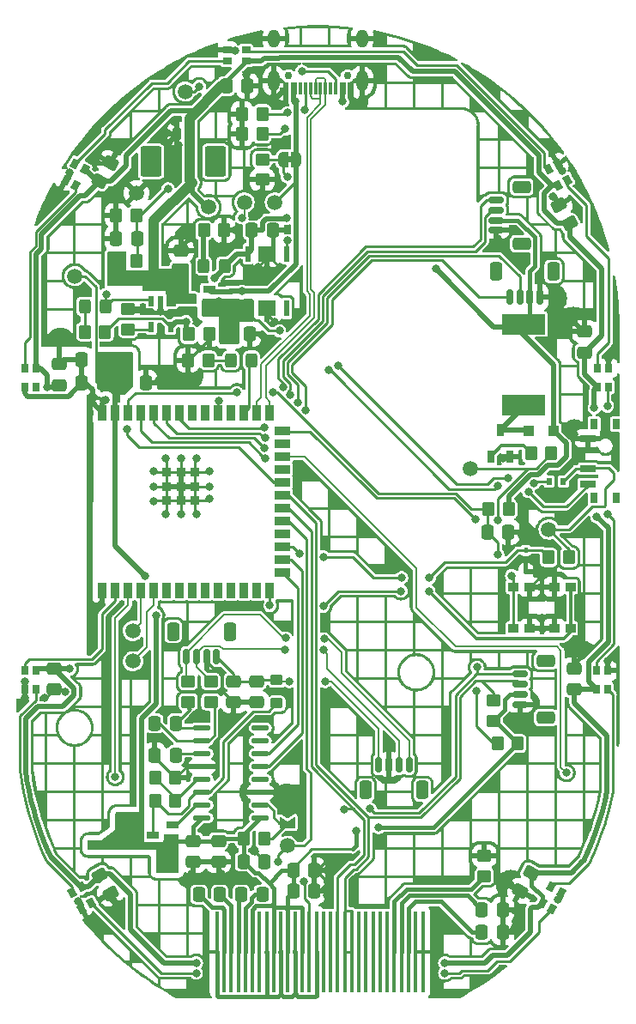
<source format=gbl>
%TF.GenerationSoftware,KiCad,Pcbnew,(6.0.5)*%
%TF.CreationDate,2022-07-03T19:07:03+01:00*%
%TF.ProjectId,octoscale,6f63746f-7363-4616-9c65-2e6b69636164,rev?*%
%TF.SameCoordinates,Original*%
%TF.FileFunction,Copper,L2,Bot*%
%TF.FilePolarity,Positive*%
%FSLAX46Y46*%
G04 Gerber Fmt 4.6, Leading zero omitted, Abs format (unit mm)*
G04 Created by KiCad (PCBNEW (6.0.5)) date 2022-07-03 19:07:03*
%MOMM*%
%LPD*%
G01*
G04 APERTURE LIST*
G04 Aperture macros list*
%AMRoundRect*
0 Rectangle with rounded corners*
0 $1 Rounding radius*
0 $2 $3 $4 $5 $6 $7 $8 $9 X,Y pos of 4 corners*
0 Add a 4 corners polygon primitive as box body*
4,1,4,$2,$3,$4,$5,$6,$7,$8,$9,$2,$3,0*
0 Add four circle primitives for the rounded corners*
1,1,$1+$1,$2,$3*
1,1,$1+$1,$4,$5*
1,1,$1+$1,$6,$7*
1,1,$1+$1,$8,$9*
0 Add four rect primitives between the rounded corners*
20,1,$1+$1,$2,$3,$4,$5,0*
20,1,$1+$1,$4,$5,$6,$7,0*
20,1,$1+$1,$6,$7,$8,$9,0*
20,1,$1+$1,$8,$9,$2,$3,0*%
%AMRotRect*
0 Rectangle, with rotation*
0 The origin of the aperture is its center*
0 $1 length*
0 $2 width*
0 $3 Rotation angle, in degrees counterclockwise*
0 Add horizontal line*
21,1,$1,$2,0,0,$3*%
%AMFreePoly0*
4,1,6,1.000000,0.000000,0.500000,-0.750000,-0.500000,-0.750000,-0.500000,0.750000,0.500000,0.750000,1.000000,0.000000,1.000000,0.000000,$1*%
%AMFreePoly1*
4,1,6,0.500000,-0.750000,-0.650000,-0.750000,-0.150000,0.000000,-0.650000,0.750000,0.500000,0.750000,0.500000,-0.750000,0.500000,-0.750000,$1*%
%AMFreePoly2*
4,1,22,0.500000,-0.750000,0.000000,-0.750000,0.000000,-0.745033,-0.079941,-0.743568,-0.215256,-0.701293,-0.333266,-0.622738,-0.424486,-0.514219,-0.481581,-0.384460,-0.499164,-0.250000,-0.500000,-0.250000,-0.500000,0.250000,-0.499164,0.250000,-0.499963,0.256109,-0.478152,0.396186,-0.417904,0.524511,-0.324060,0.630769,-0.204165,0.706417,-0.067858,0.745374,0.000000,0.744959,0.000000,0.750000,
0.500000,0.750000,0.500000,-0.750000,0.500000,-0.750000,$1*%
%AMFreePoly3*
4,1,20,0.000000,0.744959,0.073905,0.744508,0.209726,0.703889,0.328688,0.626782,0.421226,0.519385,0.479903,0.390333,0.500000,0.250000,0.500000,-0.250000,0.499851,-0.262216,0.476331,-0.402017,0.414519,-0.529596,0.319384,-0.634700,0.198574,-0.708877,0.061801,-0.746166,0.000000,-0.745033,0.000000,-0.750000,-0.500000,-0.750000,-0.500000,0.750000,0.000000,0.750000,0.000000,0.744959,
0.000000,0.744959,$1*%
G04 Aperture macros list end*
%TA.AperFunction,SMDPad,CuDef*%
%ADD10R,0.700000X0.900000*%
%TD*%
%TA.AperFunction,SMDPad,CuDef*%
%ADD11C,1.500000*%
%TD*%
%TA.AperFunction,SMDPad,CuDef*%
%ADD12RoundRect,0.250000X-0.350000X-0.450000X0.350000X-0.450000X0.350000X0.450000X-0.350000X0.450000X0*%
%TD*%
%TA.AperFunction,SMDPad,CuDef*%
%ADD13RoundRect,0.250000X-0.337500X-0.475000X0.337500X-0.475000X0.337500X0.475000X-0.337500X0.475000X0*%
%TD*%
%TA.AperFunction,SMDPad,CuDef*%
%ADD14RoundRect,0.250000X0.350000X0.450000X-0.350000X0.450000X-0.350000X-0.450000X0.350000X-0.450000X0*%
%TD*%
%TA.AperFunction,SMDPad,CuDef*%
%ADD15R,0.600000X1.000000*%
%TD*%
%TA.AperFunction,SMDPad,CuDef*%
%ADD16RoundRect,0.250000X0.475000X-0.337500X0.475000X0.337500X-0.475000X0.337500X-0.475000X-0.337500X0*%
%TD*%
%TA.AperFunction,SMDPad,CuDef*%
%ADD17RoundRect,0.250000X-0.325000X-0.450000X0.325000X-0.450000X0.325000X0.450000X-0.325000X0.450000X0*%
%TD*%
%TA.AperFunction,SMDPad,CuDef*%
%ADD18RoundRect,0.250000X0.450000X-0.350000X0.450000X0.350000X-0.450000X0.350000X-0.450000X-0.350000X0*%
%TD*%
%TA.AperFunction,SMDPad,CuDef*%
%ADD19R,0.650000X1.220000*%
%TD*%
%TA.AperFunction,SMDPad,CuDef*%
%ADD20RoundRect,0.250000X0.337500X0.475000X-0.337500X0.475000X-0.337500X-0.475000X0.337500X-0.475000X0*%
%TD*%
%TA.AperFunction,SMDPad,CuDef*%
%ADD21R,0.700000X0.600000*%
%TD*%
%TA.AperFunction,SMDPad,CuDef*%
%ADD22R,1.000000X0.900000*%
%TD*%
%TA.AperFunction,SMDPad,CuDef*%
%ADD23RoundRect,0.250000X-0.450000X0.350000X-0.450000X-0.350000X0.450000X-0.350000X0.450000X0.350000X0*%
%TD*%
%TA.AperFunction,SMDPad,CuDef*%
%ADD24RotRect,0.900000X0.700000X240.000000*%
%TD*%
%TA.AperFunction,SMDPad,CuDef*%
%ADD25RoundRect,0.250000X-0.580112X0.054784X-0.242612X-0.529784X0.580112X-0.054784X0.242612X0.529784X0*%
%TD*%
%TA.AperFunction,SMDPad,CuDef*%
%ADD26RotRect,0.900000X0.700000X300.000000*%
%TD*%
%TA.AperFunction,SMDPad,CuDef*%
%ADD27RoundRect,0.200000X0.200000X0.450000X-0.200000X0.450000X-0.200000X-0.450000X0.200000X-0.450000X0*%
%TD*%
%TA.AperFunction,SMDPad,CuDef*%
%ADD28RoundRect,0.250001X0.799999X1.249999X-0.799999X1.249999X-0.799999X-1.249999X0.799999X-1.249999X0*%
%TD*%
%TA.AperFunction,SMDPad,CuDef*%
%ADD29R,0.500000X1.600000*%
%TD*%
%TA.AperFunction,SMDPad,CuDef*%
%ADD30R,1.800000X1.600000*%
%TD*%
%TA.AperFunction,SMDPad,CuDef*%
%ADD31RotRect,0.900000X0.700000X120.000000*%
%TD*%
%TA.AperFunction,SMDPad,CuDef*%
%ADD32FreePoly0,270.000000*%
%TD*%
%TA.AperFunction,SMDPad,CuDef*%
%ADD33FreePoly1,270.000000*%
%TD*%
%TA.AperFunction,SMDPad,CuDef*%
%ADD34FreePoly2,0.000000*%
%TD*%
%TA.AperFunction,SMDPad,CuDef*%
%ADD35FreePoly3,0.000000*%
%TD*%
%TA.AperFunction,SMDPad,CuDef*%
%ADD36R,1.250000X0.700000*%
%TD*%
%TA.AperFunction,SMDPad,CuDef*%
%ADD37R,0.600000X0.700000*%
%TD*%
%TA.AperFunction,SMDPad,CuDef*%
%ADD38RotRect,0.900000X0.700000X60.000000*%
%TD*%
%TA.AperFunction,SMDPad,CuDef*%
%ADD39R,0.400000X8.000000*%
%TD*%
%TA.AperFunction,SMDPad,CuDef*%
%ADD40RoundRect,0.150000X0.150000X0.625000X-0.150000X0.625000X-0.150000X-0.625000X0.150000X-0.625000X0*%
%TD*%
%TA.AperFunction,SMDPad,CuDef*%
%ADD41RoundRect,0.250000X0.350000X0.650000X-0.350000X0.650000X-0.350000X-0.650000X0.350000X-0.650000X0*%
%TD*%
%TA.AperFunction,SMDPad,CuDef*%
%ADD42RoundRect,0.150000X0.625000X-0.150000X0.625000X0.150000X-0.625000X0.150000X-0.625000X-0.150000X0*%
%TD*%
%TA.AperFunction,SMDPad,CuDef*%
%ADD43RoundRect,0.250000X0.650000X-0.350000X0.650000X0.350000X-0.650000X0.350000X-0.650000X-0.350000X0*%
%TD*%
%TA.AperFunction,SMDPad,CuDef*%
%ADD44RoundRect,0.250000X0.242612X-0.529784X0.580112X0.054784X-0.242612X0.529784X-0.580112X-0.054784X0*%
%TD*%
%TA.AperFunction,SMDPad,CuDef*%
%ADD45RoundRect,0.250000X-0.242612X0.529784X-0.580112X-0.054784X0.242612X-0.529784X0.580112X0.054784X0*%
%TD*%
%TA.AperFunction,SMDPad,CuDef*%
%ADD46RoundRect,0.250000X-0.475000X0.337500X-0.475000X-0.337500X0.475000X-0.337500X0.475000X0.337500X0*%
%TD*%
%TA.AperFunction,SMDPad,CuDef*%
%ADD47R,0.900000X1.500000*%
%TD*%
%TA.AperFunction,SMDPad,CuDef*%
%ADD48R,1.500000X0.900000*%
%TD*%
%TA.AperFunction,SMDPad,CuDef*%
%ADD49R,0.900000X0.900000*%
%TD*%
%TA.AperFunction,SMDPad,CuDef*%
%ADD50R,0.450000X0.600000*%
%TD*%
%TA.AperFunction,SMDPad,CuDef*%
%ADD51RoundRect,0.150000X-0.150000X-0.625000X0.150000X-0.625000X0.150000X0.625000X-0.150000X0.625000X0*%
%TD*%
%TA.AperFunction,SMDPad,CuDef*%
%ADD52RoundRect,0.250000X-0.350000X-0.650000X0.350000X-0.650000X0.350000X0.650000X-0.350000X0.650000X0*%
%TD*%
%TA.AperFunction,SMDPad,CuDef*%
%ADD53R,4.200000X2.000000*%
%TD*%
%TA.AperFunction,SMDPad,CuDef*%
%ADD54RoundRect,0.250000X0.580112X-0.054784X0.242612X0.529784X-0.580112X0.054784X-0.242612X-0.529784X0*%
%TD*%
%TA.AperFunction,SMDPad,CuDef*%
%ADD55RoundRect,0.250000X-0.350000X0.275000X-0.350000X-0.275000X0.350000X-0.275000X0.350000X0.275000X0*%
%TD*%
%TA.AperFunction,SMDPad,CuDef*%
%ADD56O,1.750000X0.560000*%
%TD*%
%TA.AperFunction,SMDPad,CuDef*%
%ADD57R,0.900000X0.700000*%
%TD*%
%TA.AperFunction,SMDPad,CuDef*%
%ADD58R,0.800000X1.000000*%
%TD*%
%TA.AperFunction,SMDPad,CuDef*%
%ADD59R,1.500000X0.700000*%
%TD*%
%TA.AperFunction,SMDPad,CuDef*%
%ADD60RoundRect,0.250000X0.325000X0.450000X-0.325000X0.450000X-0.325000X-0.450000X0.325000X-0.450000X0*%
%TD*%
%TA.AperFunction,ComponentPad*%
%ADD61C,0.750000*%
%TD*%
%TA.AperFunction,SMDPad,CuDef*%
%ADD62R,0.600000X1.300000*%
%TD*%
%TA.AperFunction,SMDPad,CuDef*%
%ADD63R,0.300000X1.300000*%
%TD*%
%TA.AperFunction,ComponentPad*%
%ADD64O,1.200000X2.000000*%
%TD*%
%TA.AperFunction,ComponentPad*%
%ADD65O,1.200000X1.800000*%
%TD*%
%TA.AperFunction,SMDPad,CuDef*%
%ADD66R,1.000000X1.000000*%
%TD*%
%TA.AperFunction,ViaPad*%
%ADD67C,0.800000*%
%TD*%
%TA.AperFunction,Conductor*%
%ADD68C,0.500000*%
%TD*%
%TA.AperFunction,Conductor*%
%ADD69C,1.000000*%
%TD*%
%TA.AperFunction,Conductor*%
%ADD70C,0.400000*%
%TD*%
%TA.AperFunction,Conductor*%
%ADD71C,0.300000*%
%TD*%
%TA.AperFunction,Conductor*%
%ADD72C,0.250000*%
%TD*%
%TA.AperFunction,Conductor*%
%ADD73C,0.200000*%
%TD*%
G04 APERTURE END LIST*
%TO.C,JP2*%
G36*
X167450000Y-58800000D02*
G01*
X166950000Y-58800000D01*
X166950000Y-58200000D01*
X167450000Y-58200000D01*
X167450000Y-58800000D01*
G37*
%TD*%
D10*
%TO.P,D12,1,DIN*%
%TO.N,NEOPIXELS*%
X141055000Y-108935000D03*
%TO.P,D12,2,VDD*%
%TO.N,+BATT*%
X142155000Y-108935000D03*
%TO.P,D12,3,DOUT*%
%TO.N,Net-(D1-Pad1)*%
X142155000Y-110775000D03*
%TO.P,D12,4,VSS*%
%TO.N,GND*%
X141055000Y-110775000D03*
%TD*%
D11*
%TO.P,TP3,1,1*%
%TO.N,VBUS*%
X165750000Y-62750000D03*
%TD*%
D12*
%TO.P,R16,1*%
%TO.N,+BATT*%
X150100000Y-68500000D03*
%TO.P,R16,2*%
%TO.N,BATT_SENSE*%
X152100000Y-68500000D03*
%TD*%
D13*
%TO.P,C6,1*%
%TO.N,Net-(C6-Pad1)*%
X153897503Y-114129999D03*
%TO.P,C6,2*%
%TO.N,Net-(C6-Pad2)*%
X155972503Y-114129999D03*
%TD*%
D14*
%TO.P,R11,1*%
%TO.N,Net-(D13-Pad1)*%
X159172499Y-78309263D03*
%TO.P,R11,2*%
%TO.N,GND*%
X157172499Y-78309263D03*
%TD*%
D13*
%TO.P,C16,1*%
%TO.N,Net-(C16-Pad1)*%
X162425000Y-131000000D03*
%TO.P,C16,2*%
%TO.N,Net-(C16-Pad2)*%
X164500000Y-131000000D03*
%TD*%
%TO.P,C11,1*%
%TO.N,RESET*%
X186712500Y-95262500D03*
%TO.P,C11,2*%
%TO.N,GND*%
X188787500Y-95262500D03*
%TD*%
D15*
%TO.P,U1,1,CHRG*%
%TO.N,CHRG*%
X153549997Y-72450004D03*
%TO.P,U1,2,GND*%
%TO.N,GND*%
X154499997Y-72450004D03*
%TO.P,U1,3,BAT*%
%TO.N,+BATT*%
X155449997Y-72450004D03*
%TO.P,U1,4,VCC*%
%TO.N,VBUS*%
X155449997Y-75050004D03*
%TO.P,U1,5,PROG*%
%TO.N,Net-(R5-Pad1)*%
X153549997Y-75050004D03*
%TD*%
D13*
%TO.P,C7,1*%
%TO.N,GND*%
X153897497Y-117250000D03*
%TO.P,C7,2*%
%TO.N,Net-(C7-Pad2)*%
X155972497Y-117250000D03*
%TD*%
D16*
%TO.P,C24,1*%
%TO.N,+BATT*%
X144500000Y-80750000D03*
%TO.P,C24,2*%
%TO.N,GND*%
X144500000Y-78675000D03*
%TD*%
D17*
%TO.P,D13,1,K*%
%TO.N,Net-(D13-Pad1)*%
X161397500Y-78309262D03*
%TO.P,D13,2,A*%
%TO.N,BLUE*%
X163447500Y-78309262D03*
%TD*%
D18*
%TO.P,R5,1*%
%TO.N,Net-(R5-Pad1)*%
X151249999Y-75249998D03*
%TO.P,R5,2*%
%TO.N,GND*%
X151249999Y-73249998D03*
%TD*%
D13*
%TO.P,C2,1*%
%TO.N,+3V3*%
X163462498Y-65500001D03*
%TO.P,C2,2*%
%TO.N,GND*%
X165537498Y-65500001D03*
%TD*%
D11*
%TO.P,TP4,1,1*%
%TO.N,VCC*%
X162750000Y-62750000D03*
%TD*%
D19*
%TO.P,Q3,1,E*%
%TO.N,GND*%
X188950000Y-87810000D03*
%TO.P,Q3,2,B*%
%TO.N,Net-(Q3-Pad2)*%
X187050000Y-87810000D03*
%TO.P,Q3,3,C*%
%TO.N,Net-(D15-Pad2)*%
X188000000Y-85190000D03*
%TD*%
D20*
%TO.P,C17,1*%
%TO.N,GND*%
X188237500Y-132500000D03*
%TO.P,C17,2*%
%TO.N,Net-(C17-Pad2)*%
X186162500Y-132500000D03*
%TD*%
%TO.P,C28,1*%
%TO.N,GND*%
X169637500Y-130700000D03*
%TO.P,C28,2*%
%TO.N,+3V3*%
X167562500Y-130700000D03*
%TD*%
D21*
%TO.P,D4,1,1*%
%TO.N,VCC*%
X161249997Y-72950003D03*
%TO.P,D4,2,2*%
%TO.N,VBUS*%
X161249997Y-71550003D03*
%TD*%
D22*
%TO.P,SW2,1,1*%
%TO.N,GND*%
X190875000Y-100675000D03*
X190875000Y-104775000D03*
%TO.P,SW2,2,2*%
%TO.N,RESET*%
X189275000Y-104775000D03*
X189275000Y-100675000D03*
%TD*%
D20*
%TO.P,C15,1*%
%TO.N,Net-(C15-Pad1)*%
X160325000Y-131000000D03*
%TO.P,C15,2*%
%TO.N,Net-(C15-Pad2)*%
X158250000Y-131000000D03*
%TD*%
D14*
%TO.P,R2,1*%
%TO.N,/CC1*%
X164500000Y-54000000D03*
%TO.P,R2,2*%
%TO.N,GND*%
X162500000Y-54000000D03*
%TD*%
D13*
%TO.P,C8,1*%
%TO.N,+3V3*%
X162647498Y-127749997D03*
%TO.P,C8,2*%
%TO.N,GND*%
X164722498Y-127749997D03*
%TD*%
D23*
%TO.P,R6,1*%
%TO.N,/A-*%
X159435003Y-110000003D03*
%TO.P,R6,2*%
%TO.N,Net-(C6-Pad1)*%
X159435003Y-112000003D03*
%TD*%
%TO.P,R7,1*%
%TO.N,/A+*%
X157185000Y-110000002D03*
%TO.P,R7,2*%
%TO.N,Net-(C6-Pad2)*%
X157185000Y-112000002D03*
%TD*%
D24*
%TO.P,D3,1,DIN*%
%TO.N,Net-(D1-Pad3)*%
X193056314Y-132393505D03*
%TO.P,D3,2,VDD*%
%TO.N,+BATT*%
X192103686Y-131843505D03*
%TO.P,D3,3,DOUT*%
%TO.N,Net-(D3-Pad3)*%
X193023686Y-130250019D03*
%TO.P,D3,4,VSS*%
%TO.N,GND*%
X193976314Y-130800019D03*
%TD*%
D25*
%TO.P,C23,1*%
%TO.N,+BATT*%
X148481250Y-129101499D03*
%TO.P,C23,2*%
%TO.N,GND*%
X149518750Y-130898501D03*
%TD*%
D13*
%TO.P,C1,1*%
%TO.N,VCC*%
X161212500Y-75750002D03*
%TO.P,C1,2*%
%TO.N,GND*%
X163287500Y-75750002D03*
%TD*%
D22*
%TO.P,SW1,1,1*%
%TO.N,BOOT*%
X194900000Y-104750000D03*
X194900000Y-100650000D03*
%TO.P,SW1,2,2*%
%TO.N,GND*%
X193300000Y-100650000D03*
X193300000Y-104750000D03*
%TD*%
D26*
%TO.P,D8,1,DIN*%
%TO.N,Net-(D7-Pad3)*%
X194611314Y-60521743D03*
%TO.P,D8,2,VDD*%
%TO.N,+BATT*%
X193658686Y-61071743D03*
%TO.P,D8,3,DOUT*%
%TO.N,Net-(D8-Pad3)*%
X192738686Y-59478257D03*
%TO.P,D8,4,VSS*%
%TO.N,GND*%
X193691314Y-58928257D03*
%TD*%
D14*
%TO.P,R3,1*%
%TO.N,GND*%
X159249998Y-75749999D03*
%TO.P,R3,2*%
%TO.N,VBUS*%
X157249998Y-75749999D03*
%TD*%
D27*
%TO.P,J3,1,Pin_1*%
%TO.N,+BATT*%
X157325000Y-55950000D03*
%TO.P,J3,2,Pin_2*%
%TO.N,GND*%
X156075000Y-55950000D03*
D28*
%TO.P,J3,MP*%
%TO.N,N/C*%
X159875000Y-58700000D03*
X153525000Y-58700000D03*
%TD*%
D29*
%TO.P,U2,1,VOUT*%
%TO.N,+3V3*%
X163090000Y-67800000D03*
D30*
%TO.P,U2,2,VSS*%
%TO.N,GND*%
X165000000Y-67800000D03*
D29*
%TO.P,U2,3,ON/OFF*%
%TO.N,LDO_EN*%
X166910000Y-67800000D03*
%TO.P,U2,4,NC*%
%TO.N,unconnected-(U2-Pad4)*%
X166910000Y-73200000D03*
D30*
%TO.P,U2,5,VSS*%
%TO.N,GND*%
X165000000Y-73200000D03*
D29*
%TO.P,U2,6,VIN*%
%TO.N,VCC*%
X163090000Y-73200000D03*
%TD*%
D11*
%TO.P,TP11,1,1*%
%TO.N,UART0_TX*%
X151750000Y-105000000D03*
%TD*%
D14*
%TO.P,R1,1*%
%TO.N,/CC2*%
X164500000Y-56000000D03*
%TO.P,R1,2*%
%TO.N,GND*%
X162500000Y-56000000D03*
%TD*%
D13*
%TO.P,C19,1*%
%TO.N,+BATT*%
X160962500Y-51250000D03*
%TO.P,C19,2*%
%TO.N,GND*%
X163037500Y-51250000D03*
%TD*%
D11*
%TO.P,TP12,1,1*%
%TO.N,+3V3*%
X146000000Y-70000000D03*
%TD*%
D14*
%TO.P,R12,1*%
%TO.N,+3V3*%
X188808013Y-92979007D03*
%TO.P,R12,2*%
%TO.N,RESET*%
X186808013Y-92979007D03*
%TD*%
%TO.P,R4,1*%
%TO.N,VBUS*%
X148999999Y-75500000D03*
%TO.P,R4,2*%
%TO.N,Net-(D5-Pad2)*%
X146999999Y-75500000D03*
%TD*%
D11*
%TO.P,TP8,1,1*%
%TO.N,OLED_RESET*%
X167000000Y-126200000D03*
%TD*%
%TO.P,TP13,1,1*%
%TO.N,BATT_SENSE*%
X156900000Y-51800000D03*
%TD*%
D20*
%TO.P,C12,1*%
%TO.N,+3V3*%
X148787500Y-80500000D03*
%TO.P,C12,2*%
%TO.N,GND*%
X146712500Y-80500000D03*
%TD*%
D31*
%TO.P,D1,1,DIN*%
%TO.N,Net-(D1-Pad1)*%
X145748686Y-130800019D03*
%TO.P,D1,2,VDD*%
%TO.N,+BATT*%
X146701314Y-130250019D03*
%TO.P,D1,3,DOUT*%
%TO.N,Net-(D1-Pad3)*%
X147621314Y-131843505D03*
%TO.P,D1,4,VSS*%
%TO.N,GND*%
X146668686Y-132393505D03*
%TD*%
D32*
%TO.P,JP1,1,A*%
%TO.N,GND*%
X167000000Y-122525000D03*
D33*
%TO.P,JP1,2,B*%
%TO.N,Net-(JP1-Pad2)*%
X167000000Y-123975000D03*
%TD*%
D16*
%TO.P,C26,1*%
%TO.N,+BATT*%
X196300000Y-77537500D03*
%TO.P,C26,2*%
%TO.N,GND*%
X196300000Y-75462500D03*
%TD*%
D34*
%TO.P,JP2,1,A*%
%TO.N,LDO_EN*%
X166550000Y-58500000D03*
D35*
%TO.P,JP2,2,B*%
%TO.N,VBUS*%
X167850000Y-58500000D03*
%TD*%
D17*
%TO.P,D14,1,K*%
%TO.N,Net-(D14-Pad1)*%
X158724996Y-68999998D03*
%TO.P,D14,2,A*%
%TO.N,+3V3*%
X160774996Y-68999998D03*
%TD*%
D36*
%TO.P,Q1,1,G*%
%TO.N,VBUS*%
X159249998Y-71300004D03*
%TO.P,Q1,2,S*%
%TO.N,VCC*%
X159249998Y-73200004D03*
%TO.P,Q1,3,D*%
%TO.N,+BATT*%
X157249998Y-72250004D03*
%TD*%
D37*
%TO.P,D2,1,1*%
%TO.N,LDO_EN*%
X192800000Y-90250000D03*
%TO.P,D2,2,2*%
%TO.N,Net-(D2-Pad2)*%
X194200000Y-90250000D03*
%TD*%
D11*
%TO.P,TP7,1,1*%
%TO.N,UART0_RX*%
X151750000Y-108000000D03*
%TD*%
D38*
%TO.P,D10,1,DIN*%
%TO.N,Net-(D10-Pad1)*%
X146033686Y-58928257D03*
%TO.P,D10,2,VDD*%
%TO.N,+BATT*%
X146986314Y-59478257D03*
%TO.P,D10,3,DOUT*%
%TO.N,Net-(D10-Pad3)*%
X146066314Y-61071743D03*
%TO.P,D10,4,VSS*%
%TO.N,GND*%
X145113686Y-60521743D03*
%TD*%
D39*
%TO.P,DS1,1,GND*%
%TO.N,GND*%
X160035000Y-136667500D03*
%TO.P,DS1,2,C2N*%
%TO.N,Net-(C15-Pad2)*%
X160735000Y-136667500D03*
%TO.P,DS1,3,C2P*%
%TO.N,Net-(C15-Pad1)*%
X161435000Y-136667500D03*
%TO.P,DS1,4,C1P*%
%TO.N,Net-(C16-Pad1)*%
X162135000Y-136667500D03*
%TO.P,DS1,5,C1N*%
%TO.N,Net-(C16-Pad2)*%
X162835000Y-136667500D03*
%TO.P,DS1,6,VBAT*%
%TO.N,+3V3*%
X163535000Y-136667500D03*
%TO.P,DS1,7,NC*%
%TO.N,unconnected-(DS1-Pad7)*%
X164235000Y-136667500D03*
%TO.P,DS1,8,VSS*%
%TO.N,GND*%
X164935000Y-136667500D03*
%TO.P,DS1,9,VDD*%
%TO.N,+3V3*%
X165635000Y-136667500D03*
%TO.P,DS1,10,BS0*%
%TO.N,GND*%
X166335000Y-136667500D03*
%TO.P,DS1,11,BS1*%
%TO.N,+3V3*%
X167035000Y-136667500D03*
%TO.P,DS1,12,BS2*%
%TO.N,GND*%
X167735000Y-136667500D03*
%TO.P,DS1,13,~{CS}*%
%TO.N,+3V3*%
X168435000Y-136667500D03*
%TO.P,DS1,14,~{RES}*%
%TO.N,OLED_RESET*%
X169135000Y-136667500D03*
%TO.P,DS1,15,D/~{C}*%
%TO.N,GND*%
X169835000Y-136667500D03*
%TO.P,DS1,16,R/~{W}*%
%TO.N,unconnected-(DS1-Pad16)*%
X170535000Y-136667500D03*
%TO.P,DS1,17,E/~{RD}*%
%TO.N,unconnected-(DS1-Pad17)*%
X171235000Y-136667500D03*
%TO.P,DS1,18,D0*%
%TO.N,SCL*%
X171935000Y-136667500D03*
%TO.P,DS1,19,D1*%
%TO.N,SDA*%
X172635000Y-136667500D03*
%TO.P,DS1,20,D2*%
X173335000Y-136667500D03*
%TO.P,DS1,21,D3*%
%TO.N,unconnected-(DS1-Pad21)*%
X174035000Y-136667500D03*
%TO.P,DS1,22,D4*%
%TO.N,unconnected-(DS1-Pad22)*%
X174735000Y-136667500D03*
%TO.P,DS1,23,D5*%
%TO.N,unconnected-(DS1-Pad23)*%
X175435000Y-136667500D03*
%TO.P,DS1,24,D6*%
%TO.N,unconnected-(DS1-Pad24)*%
X176135000Y-136667500D03*
%TO.P,DS1,25,D7*%
%TO.N,unconnected-(DS1-Pad25)*%
X176835000Y-136667500D03*
%TO.P,DS1,26,IREF*%
%TO.N,Net-(DS1-Pad26)*%
X177535000Y-136667500D03*
%TO.P,DS1,27,VCOMH*%
%TO.N,Net-(C17-Pad2)*%
X178235000Y-136667500D03*
%TO.P,DS1,28,VCC*%
%TO.N,Net-(C18-Pad2)*%
X178935000Y-136667500D03*
%TO.P,DS1,29,VLSS*%
%TO.N,GND*%
X179635000Y-136667500D03*
%TO.P,DS1,30,GND*%
X180335000Y-136667500D03*
%TD*%
D11*
%TO.P,TP6,1,1*%
%TO.N,+BATT*%
X159200000Y-63200000D03*
%TD*%
D18*
%TO.P,R19,1*%
%TO.N,+3V3*%
X187300000Y-113900000D03*
%TO.P,R19,2*%
%TO.N,SDA*%
X187300000Y-111900000D03*
%TD*%
D40*
%TO.P,J5,1,Pin_1*%
%TO.N,GND*%
X191900000Y-72075000D03*
%TO.P,J5,2,Pin_2*%
%TO.N,+3V3*%
X190900000Y-72075000D03*
%TO.P,J5,3,Pin_3*%
%TO.N,EXP_1_A*%
X189900000Y-72075000D03*
%TO.P,J5,4,Pin_4*%
%TO.N,EXP_1_B*%
X188900000Y-72075000D03*
D41*
%TO.P,J5,MP*%
%TO.N,N/C*%
X193200000Y-69550000D03*
X187600000Y-69550000D03*
%TD*%
D13*
%TO.P,C13,1*%
%TO.N,+3V3*%
X150962500Y-80500000D03*
%TO.P,C13,2*%
%TO.N,GND*%
X153037500Y-80500000D03*
%TD*%
D10*
%TO.P,D7,1,DIN*%
%TO.N,Net-(D6-Pad3)*%
X198670000Y-80930000D03*
%TO.P,D7,2,VDD*%
%TO.N,+BATT*%
X197570000Y-80930000D03*
%TO.P,D7,3,DOUT*%
%TO.N,Net-(D7-Pad3)*%
X197570000Y-79090000D03*
%TO.P,D7,4,VSS*%
%TO.N,GND*%
X198670000Y-79090000D03*
%TD*%
D23*
%TO.P,R17,1*%
%TO.N,GND*%
X186400000Y-127200000D03*
%TO.P,R17,2*%
%TO.N,Net-(DS1-Pad26)*%
X186400000Y-129200000D03*
%TD*%
D42*
%TO.P,J6,1,Pin_1*%
%TO.N,GND*%
X187575000Y-65500000D03*
%TO.P,J6,2,Pin_2*%
%TO.N,+3V3*%
X187575000Y-64500000D03*
%TO.P,J6,3,Pin_3*%
%TO.N,EXP_2_A*%
X187575000Y-63500000D03*
%TO.P,J6,4,Pin_4*%
%TO.N,EXP_2_B*%
X187575000Y-62500000D03*
D43*
%TO.P,J6,MP*%
%TO.N,N/C*%
X190100000Y-66800000D03*
X190100000Y-61200000D03*
%TD*%
D12*
%TO.P,R9,1*%
%TO.N,Net-(R8-Pad2)*%
X153934997Y-119499999D03*
%TO.P,R9,2*%
%TO.N,GND*%
X155934997Y-119499999D03*
%TD*%
D44*
%TO.P,C25,1*%
%TO.N,+BATT*%
X148481250Y-60648501D03*
%TO.P,C25,2*%
%TO.N,GND*%
X149518750Y-58851499D03*
%TD*%
D16*
%TO.P,C3,1*%
%TO.N,+BATT*%
X156500000Y-69537500D03*
%TO.P,C3,2*%
%TO.N,GND*%
X156500000Y-67462500D03*
%TD*%
D12*
%TO.P,R8,1*%
%TO.N,Net-(L1-Pad2)*%
X153934999Y-121750000D03*
%TO.P,R8,2*%
%TO.N,Net-(R8-Pad2)*%
X155934999Y-121750000D03*
%TD*%
D45*
%TO.P,C20,1*%
%TO.N,+BATT*%
X191018750Y-128851499D03*
%TO.P,C20,2*%
%TO.N,GND*%
X189981250Y-130648501D03*
%TD*%
D46*
%TO.P,C9,1*%
%TO.N,+3V3*%
X160185001Y-125712500D03*
%TO.P,C9,2*%
%TO.N,GND*%
X160185001Y-127787500D03*
%TD*%
D47*
%TO.P,U5,1,GND*%
%TO.N,GND*%
X148740000Y-83500000D03*
%TO.P,U5,2,3V3*%
%TO.N,+3V3*%
X150010000Y-83500000D03*
%TO.P,U5,3,EN*%
%TO.N,RESET*%
X151280000Y-83500000D03*
%TO.P,U5,4,GPIO4/TOUCH4/ADC1_CH3*%
%TO.N,EXP_1_B*%
X152550000Y-83500000D03*
%TO.P,U5,5,GPIO5/TOUCH5/ADC1_CH4*%
%TO.N,EXP_1_A*%
X153820000Y-83500000D03*
%TO.P,U5,6,GPIO6/TOUCH6/ADC1_CH5*%
%TO.N,EXP_2_A*%
X155090000Y-83500000D03*
%TO.P,U5,7,GPIO7/TOUCH7/ADC1_CH6*%
%TO.N,EXP_2_B*%
X156360000Y-83500000D03*
%TO.P,U5,8,GPIO15/U0RTS/ADC2_CH4/XTAL_32K_P*%
%TO.N,unconnected-(U5-Pad8)*%
X157630000Y-83500000D03*
%TO.P,U5,9,GPIO16/U0CTS/ADC2_CH5/XTAL_32K_NH5*%
%TO.N,unconnected-(U5-Pad9)*%
X158900000Y-83500000D03*
%TO.P,U5,10,GPIO17/U1TXD/ADC2_CH6*%
%TO.N,BATT_SENSE*%
X160170000Y-83500000D03*
%TO.P,U5,11,GPIO18/U1RXD/ADC2_CH7/CLK_OUT3*%
%TO.N,unconnected-(U5-Pad11)*%
X161440000Y-83500000D03*
%TO.P,U5,12,GPIO8/TOUCH8/ADC1_CH7/SUBSPICS1*%
%TO.N,BLUE*%
X162710000Y-83500000D03*
%TO.P,U5,13,GPIO19/U1RTS/ADC2_CH8/CLK_OUT2/USB_D-*%
%TO.N,D-*%
X163980000Y-83500000D03*
%TO.P,U5,14,GPIO20/U1CTS/ADC2_CH9/CLK_OUT1/USB_D+*%
%TO.N,D+*%
X165250000Y-83500000D03*
D48*
%TO.P,U5,15,GPIO3/TOUCH3/ADC1_CH2*%
%TO.N,BUZZER*%
X166500000Y-85265000D03*
%TO.P,U5,16,GPIO46*%
%TO.N,unconnected-(U5-Pad16)*%
X166500000Y-86535000D03*
%TO.P,U5,17,GPIO9/TOUCH9/ADC1_CH8/FSPIHD/SUBSPIHD*%
%TO.N,TOUCH_2*%
X166500000Y-87805000D03*
%TO.P,U5,18,GPIO10/TOUCH10/ADC1_CH9/FSPICS0/FSPIIO4/SUBSPICS0*%
%TO.N,unconnected-(U5-Pad18)*%
X166500000Y-89075000D03*
%TO.P,U5,19,GPIO11/TOUCH11/ADC2_CH0/FSPICS0/FSPIIO4/SUBSPICS0*%
%TO.N,CHRG*%
X166500000Y-90345000D03*
%TO.P,U5,20,GPIO12/TOUCH11/ADC2_CH0/FSPICS0/FSPIIO4/SUBSPICS0*%
%TO.N,SDA*%
X166500000Y-91615000D03*
%TO.P,U5,21,GPIO13/TOUCH13/ADC2_CH2/FSPIQ/FSPIIO7/SUBSPIQ*%
%TO.N,SCL*%
X166500000Y-92885000D03*
%TO.P,U5,22,GPIO14/TOUCH14/ADC2_CH3/FSPIWP/FSPIDQS/SUBSPIWP*%
%TO.N,OLED_RESET*%
X166500000Y-94155000D03*
%TO.P,U5,23,GPIO21*%
%TO.N,unconnected-(U5-Pad23)*%
X166500000Y-95425000D03*
%TO.P,U5,24,GPIO47/SPICLK_P/SUBSPICLK_P_DIFF*%
%TO.N,POWER_SWITCH_SENSE*%
X166500000Y-96695000D03*
%TO.P,U5,25,GPIO48/SPICLK_N/SUBSPICLK_N_DIFF*%
%TO.N,SCALE_DATA*%
X166500000Y-97965000D03*
%TO.P,U5,26,GPIO45*%
%TO.N,SCALE_SCK*%
X166500000Y-99235000D03*
D47*
%TO.P,U5,27,GPIO0/BOOT*%
%TO.N,BOOT*%
X165250000Y-101000000D03*
%TO.P,U5,28,SPIIO6/GPIO35/FSPID/SUBSPID*%
%TO.N,unconnected-(U5-Pad28)*%
X163980000Y-101000000D03*
%TO.P,U5,29,SPIIO7/GPIO36/FSPICLK/SUBSPICLK*%
%TO.N,unconnected-(U5-Pad29)*%
X162710000Y-101000000D03*
%TO.P,U5,30,SPIDQS/GPIO37/FSPIQ/SUBSPIQ*%
%TO.N,unconnected-(U5-Pad30)*%
X161440000Y-101000000D03*
%TO.P,U5,31,GPIO38/FSPIWP/SUBSPIWP*%
%TO.N,unconnected-(U5-Pad31)*%
X160170000Y-101000000D03*
%TO.P,U5,32,MTCK/GPIO39/CLK_OUT3/SUBSPICS1*%
%TO.N,unconnected-(U5-Pad32)*%
X158900000Y-101000000D03*
%TO.P,U5,33,MTDO/GPIO40/CLK_OUT2*%
%TO.N,unconnected-(U5-Pad33)*%
X157630000Y-101000000D03*
%TO.P,U5,34,MTDI/GPIO41/CLK_OUT1*%
%TO.N,unconnected-(U5-Pad34)*%
X156360000Y-101000000D03*
%TO.P,U5,35,MTMS/GPIO42*%
%TO.N,unconnected-(U5-Pad35)*%
X155090000Y-101000000D03*
%TO.P,U5,36,U0RXD/GPIO44/CLK_OUT2*%
%TO.N,UART0_RX*%
X153820000Y-101000000D03*
%TO.P,U5,37,U0TXD/GPIO43/CLK_OUT1*%
%TO.N,UART0_TX*%
X152550000Y-101000000D03*
%TO.P,U5,38,GPIO2/TOUCH2/ADC1_CH1*%
%TO.N,TOUCH_1*%
X151280000Y-101000000D03*
%TO.P,U5,39,GPIO1/TOUCH1/ADC1_CH0*%
%TO.N,NEOPIXELS*%
X150010000Y-101000000D03*
%TO.P,U5,40,GND*%
%TO.N,GND*%
X148740000Y-101000000D03*
D49*
%TO.P,U5,41,GND*%
X156460000Y-92150000D03*
X155060000Y-89350000D03*
X157860000Y-92150000D03*
X157860000Y-90750000D03*
X156460000Y-90750000D03*
X155060000Y-92150000D03*
X157860000Y-89350000D03*
X155060000Y-90750000D03*
X156460000Y-89350000D03*
%TD*%
D50*
%TO.P,D16,1,K*%
%TO.N,POWER_SWITCH_SENSE*%
X190500000Y-97050000D03*
%TO.P,D16,2,A*%
%TO.N,GND*%
X190500000Y-99150000D03*
%TD*%
D20*
%TO.P,C30,1*%
%TO.N,BATT_SENSE*%
X152137500Y-66300000D03*
%TO.P,C30,2*%
%TO.N,GND*%
X150062500Y-66300000D03*
%TD*%
D10*
%TO.P,D6,1,DIN*%
%TO.N,Net-(D3-Pad3)*%
X198585000Y-110775000D03*
%TO.P,D6,2,VDD*%
%TO.N,+BATT*%
X197485000Y-110775000D03*
%TO.P,D6,3,DOUT*%
%TO.N,Net-(D6-Pad3)*%
X197485000Y-108935000D03*
%TO.P,D6,4,VSS*%
%TO.N,GND*%
X198585000Y-108935000D03*
%TD*%
D16*
%TO.P,C27,1*%
%TO.N,+BATT*%
X195300000Y-110787500D03*
%TO.P,C27,2*%
%TO.N,GND*%
X195300000Y-108712500D03*
%TD*%
D51*
%TO.P,J7,1,Pin_1*%
%TO.N,/ADD*%
X176000000Y-118175000D03*
%TO.P,J7,2,Pin_2*%
%TO.N,GND*%
X177000000Y-118175000D03*
%TO.P,J7,3,Pin_3*%
%TO.N,/A-*%
X178000000Y-118175000D03*
%TO.P,J7,4,Pin_4*%
%TO.N,/A+*%
X179000000Y-118175000D03*
D52*
%TO.P,J7,MP*%
%TO.N,N/C*%
X174700000Y-120700000D03*
X180300000Y-120700000D03*
%TD*%
D13*
%TO.P,C29,1*%
%TO.N,+3V3*%
X167562500Y-128600000D03*
%TO.P,C29,2*%
%TO.N,GND*%
X169637500Y-128600000D03*
%TD*%
D53*
%TO.P,LS1,1,1*%
%TO.N,+3V3*%
X190300000Y-74750000D03*
%TO.P,LS1,2,2*%
%TO.N,Net-(D15-Pad2)*%
X190300000Y-82750000D03*
%TD*%
D54*
%TO.P,C21,1*%
%TO.N,+BATT*%
X194818750Y-64798501D03*
%TO.P,C21,2*%
%TO.N,GND*%
X193781250Y-63001499D03*
%TD*%
D36*
%TO.P,Q2,1,B*%
%TO.N,Net-(Q2-Pad1)*%
X155685000Y-124179995D03*
%TO.P,Q2,2,E*%
%TO.N,+3V3*%
X155685000Y-126079995D03*
%TO.P,Q2,3,C*%
%TO.N,Net-(L1-Pad2)*%
X153685000Y-125129995D03*
%TD*%
D46*
%TO.P,C22,1*%
%TO.N,+BATT*%
X144000000Y-108712500D03*
%TO.P,C22,2*%
%TO.N,GND*%
X144000000Y-110787500D03*
%TD*%
D55*
%TO.P,L1,1,1*%
%TO.N,/ADD*%
X165935004Y-109849999D03*
%TO.P,L1,2,2*%
%TO.N,Net-(L1-Pad2)*%
X165935004Y-112149999D03*
%TD*%
D56*
%TO.P,U4,1,VSUP*%
%TO.N,+3V3*%
X158564999Y-123450000D03*
%TO.P,U4,2,BASE*%
%TO.N,Net-(Q2-Pad1)*%
X158564999Y-122180000D03*
%TO.P,U4,3,AVDD*%
%TO.N,Net-(L1-Pad2)*%
X158564999Y-120910000D03*
%TO.P,U4,4,VFB*%
%TO.N,Net-(R8-Pad2)*%
X158564999Y-119630000D03*
%TO.P,U4,5,AGND*%
%TO.N,GND*%
X158564999Y-118370000D03*
%TO.P,U4,6,VBG*%
%TO.N,Net-(C7-Pad2)*%
X158564999Y-117100000D03*
%TO.P,U4,7,INNA*%
%TO.N,Net-(C6-Pad1)*%
X158564999Y-115830000D03*
%TO.P,U4,8,INPA*%
%TO.N,Net-(C6-Pad2)*%
X158564999Y-114560000D03*
%TO.P,U4,9,INNB*%
%TO.N,unconnected-(U4-Pad9)*%
X164304999Y-114560000D03*
%TO.P,U4,10,INPB*%
%TO.N,unconnected-(U4-Pad10)*%
X164304999Y-115830000D03*
%TO.P,U4,11,PD_SCK*%
%TO.N,SCALE_SCK*%
X164304999Y-117100000D03*
%TO.P,U4,12,DOUT*%
%TO.N,SCALE_DATA*%
X164304999Y-118370000D03*
%TO.P,U4,13,XO*%
%TO.N,unconnected-(U4-Pad13)*%
X164304999Y-119630000D03*
%TO.P,U4,14,XI*%
%TO.N,GND*%
X164304999Y-120910000D03*
%TO.P,U4,15,RATE*%
%TO.N,Net-(JP1-Pad2)*%
X164304999Y-122180000D03*
%TO.P,U4,16,DVDD*%
%TO.N,+3V3*%
X164304999Y-123450000D03*
%TD*%
D23*
%TO.P,R15,1*%
%TO.N,LDO_EN*%
X164500000Y-58500000D03*
%TO.P,R15,2*%
%TO.N,GND*%
X164500000Y-60500000D03*
%TD*%
D12*
%TO.P,R13,1*%
%TO.N,Net-(D14-Pad1)*%
X158750000Y-65500001D03*
%TO.P,R13,2*%
%TO.N,GND*%
X160750000Y-65500001D03*
%TD*%
D11*
%TO.P,TP9,1,1*%
%TO.N,BUZZER*%
X185000000Y-89000000D03*
%TD*%
%TO.P,TP10,1,1*%
%TO.N,GND*%
X152100000Y-61800000D03*
%TD*%
D57*
%TO.P,D9,1,DIN*%
%TO.N,Net-(D8-Pad3)*%
X162920000Y-47700000D03*
%TO.P,D9,2,VDD*%
%TO.N,+BATT*%
X162920000Y-48800000D03*
%TO.P,D9,3,DOUT*%
%TO.N,Net-(D10-Pad1)*%
X161080000Y-48800000D03*
%TO.P,D9,4,VSS*%
%TO.N,GND*%
X161080000Y-47700000D03*
%TD*%
D12*
%TO.P,R10,1*%
%TO.N,+3V3*%
X162685003Y-125500003D03*
%TO.P,R10,2*%
%TO.N,Net-(JP1-Pad2)*%
X164685003Y-125500003D03*
%TD*%
D11*
%TO.P,TP5,1,1*%
%TO.N,Net-(D2-Pad2)*%
X192750000Y-95000000D03*
%TD*%
D12*
%TO.P,R21,1*%
%TO.N,POWER_SWITCH_SENSE*%
X192750000Y-97750000D03*
%TO.P,R21,2*%
%TO.N,Net-(D2-Pad2)*%
X194750000Y-97750000D03*
%TD*%
D46*
%TO.P,C10,1*%
%TO.N,+3V3*%
X157685000Y-125712499D03*
%TO.P,C10,2*%
%TO.N,GND*%
X157685000Y-127787499D03*
%TD*%
D20*
%TO.P,C14,1*%
%TO.N,+3V3*%
X148787500Y-78250000D03*
%TO.P,C14,2*%
%TO.N,GND*%
X146712500Y-78250000D03*
%TD*%
%TO.P,C18,1*%
%TO.N,GND*%
X188237500Y-134750000D03*
%TO.P,C18,2*%
%TO.N,Net-(C18-Pad2)*%
X186162500Y-134750000D03*
%TD*%
D46*
%TO.P,C4,1*%
%TO.N,/ADD*%
X163935000Y-109962495D03*
%TO.P,C4,2*%
%TO.N,GND*%
X163935000Y-112037495D03*
%TD*%
D42*
%TO.P,J4,1,Pin_1*%
%TO.N,GND*%
X189925000Y-112250000D03*
%TO.P,J4,2,Pin_2*%
%TO.N,+3V3*%
X189925000Y-111250000D03*
%TO.P,J4,3,Pin_3*%
%TO.N,SDA*%
X189925000Y-110250000D03*
%TO.P,J4,4,Pin_4*%
%TO.N,SCL*%
X189925000Y-109250000D03*
D43*
%TO.P,J4,MP*%
%TO.N,N/C*%
X192450000Y-113550000D03*
X192450000Y-107950000D03*
%TD*%
D46*
%TO.P,C5,1*%
%TO.N,/ADD*%
X161685002Y-109962504D03*
%TO.P,C5,2*%
%TO.N,GND*%
X161685002Y-112037504D03*
%TD*%
D58*
%TO.P,SW3,*%
%TO.N,*%
X197245000Y-84600000D03*
X199455000Y-91900000D03*
X197245000Y-91900000D03*
X199455000Y-84600000D03*
D59*
%TO.P,SW3,1,A*%
%TO.N,GND*%
X196595000Y-86000000D03*
%TO.P,SW3,2,B*%
%TO.N,Net-(D2-Pad2)*%
X196595000Y-89000000D03*
%TO.P,SW3,3,C*%
%TO.N,VCC*%
X196595000Y-90500000D03*
%TD*%
D14*
%TO.P,R18,1*%
%TO.N,+3V3*%
X189700000Y-116100000D03*
%TO.P,R18,2*%
%TO.N,SCL*%
X187700000Y-116100000D03*
%TD*%
%TO.P,R20,1*%
%TO.N,BATT_SENSE*%
X152100000Y-64000000D03*
%TO.P,R20,2*%
%TO.N,GND*%
X150100000Y-64000000D03*
%TD*%
D40*
%TO.P,J2,1,Pin_1*%
%TO.N,/ADD*%
X160000000Y-107574999D03*
%TO.P,J2,2,Pin_2*%
%TO.N,GND*%
X159000000Y-107574999D03*
%TO.P,J2,3,Pin_3*%
%TO.N,/A-*%
X158000000Y-107574999D03*
%TO.P,J2,4,Pin_4*%
%TO.N,/A+*%
X157000000Y-107574999D03*
D41*
%TO.P,J2,MP*%
%TO.N,N/C*%
X155700000Y-105049999D03*
X161300000Y-105049999D03*
%TD*%
D14*
%TO.P,R14,1*%
%TO.N,BUZZER*%
X193000000Y-87500000D03*
%TO.P,R14,2*%
%TO.N,Net-(Q3-Pad2)*%
X191000000Y-87500000D03*
%TD*%
D60*
%TO.P,D5,1,K*%
%TO.N,CHRG*%
X149024999Y-72999998D03*
%TO.P,D5,2,A*%
%TO.N,Net-(D5-Pad2)*%
X146974999Y-72999998D03*
%TD*%
D61*
%TO.P,J1,*%
%TO.N,*%
X172900000Y-50262500D03*
X167100000Y-50262500D03*
D62*
%TO.P,J1,A1,GND*%
%TO.N,GND*%
X166800000Y-51522500D03*
%TO.P,J1,A4,VBUS*%
%TO.N,VBUS*%
X167600000Y-51522500D03*
D63*
%TO.P,J1,A5,CC1*%
%TO.N,/CC1*%
X168750000Y-51522500D03*
%TO.P,J1,A6,D+*%
%TO.N,D+*%
X169750000Y-51522500D03*
%TO.P,J1,A7,D-*%
%TO.N,D-*%
X170250000Y-51522500D03*
%TO.P,J1,A8,SBU1*%
%TO.N,unconnected-(J1-PadA8)*%
X171250000Y-51522500D03*
%TO.P,J1,A9,VBUS*%
%TO.N,VBUS*%
X172550000Y-51522500D03*
%TO.P,J1,A12,GND*%
%TO.N,GND*%
X173350000Y-51522500D03*
D62*
%TO.P,J1,B1,GND*%
X173200000Y-51522500D03*
%TO.P,J1,B4,VBUS*%
%TO.N,VBUS*%
X172400000Y-51522500D03*
D63*
%TO.P,J1,B5,CC2*%
%TO.N,/CC2*%
X171750000Y-51522500D03*
%TO.P,J1,B6,D+*%
%TO.N,D+*%
X170750000Y-51522500D03*
%TO.P,J1,B7,D-*%
%TO.N,D-*%
X169250000Y-51522500D03*
%TO.P,J1,B8,SBU2*%
%TO.N,unconnected-(J1-PadB8)*%
X168250000Y-51522500D03*
%TO.P,J1,B9,VBUS*%
%TO.N,VBUS*%
X167750000Y-51522500D03*
%TO.P,J1,B12,GND*%
%TO.N,GND*%
X166950000Y-51522500D03*
D64*
%TO.P,J1,S1,SHIELD*%
X165670000Y-50762500D03*
X174330000Y-50762500D03*
D65*
X165670000Y-46562500D03*
X174330000Y-46562500D03*
%TD*%
D10*
%TO.P,D11,1,DIN*%
%TO.N,Net-(D10-Pad3)*%
X141055000Y-79090000D03*
%TO.P,D11,2,VDD*%
%TO.N,+BATT*%
X142155000Y-79090000D03*
%TO.P,D11,3,DOUT*%
%TO.N,unconnected-(D11-Pad3)*%
X142155000Y-80930000D03*
%TO.P,D11,4,VSS*%
%TO.N,GND*%
X141055000Y-80930000D03*
%TD*%
D66*
%TO.P,D15,1,K*%
%TO.N,+3V3*%
X193250000Y-85250000D03*
%TO.P,D15,2,A*%
%TO.N,Net-(D15-Pad2)*%
X190750000Y-85250000D03*
%TD*%
D67*
%TO.N,+BATT*%
X197250000Y-83000000D03*
X158000000Y-137750000D03*
X145500000Y-108750000D03*
X143250000Y-81000000D03*
X197500000Y-93750000D03*
X182500000Y-137750000D03*
%TO.N,GND*%
X146315262Y-131684765D03*
X157250000Y-79750000D03*
X154300000Y-80250000D03*
X150200000Y-132200000D03*
X168000000Y-121600000D03*
X141050000Y-109984502D03*
X159250000Y-92000000D03*
X173500000Y-52750000D03*
X189400000Y-132600000D03*
X156500000Y-93500000D03*
X160600000Y-67000000D03*
X155000000Y-93500000D03*
X159250000Y-90750000D03*
X156500000Y-88000000D03*
X198700000Y-78150000D03*
X145100000Y-111000000D03*
X158000000Y-93500000D03*
X155100000Y-55900000D03*
X163800000Y-126800000D03*
X155200000Y-56900000D03*
X189800000Y-113400000D03*
X166900000Y-121500000D03*
X161185001Y-113629997D03*
X155800000Y-54800000D03*
X154500000Y-73500000D03*
X160500000Y-129000000D03*
X170900000Y-131100000D03*
X153750000Y-89250000D03*
X171000000Y-127500000D03*
X153750000Y-90750000D03*
X192000000Y-100700000D03*
X190100000Y-95600000D03*
X161870498Y-47750000D03*
X144600000Y-76550000D03*
X141050000Y-111650000D03*
X145496673Y-59830072D03*
X165000000Y-76750000D03*
X192000000Y-99600000D03*
X192100000Y-104800000D03*
X143050000Y-111600000D03*
X165750000Y-74500000D03*
X193100000Y-72200000D03*
X158000000Y-88000000D03*
X153750000Y-92250000D03*
X159250000Y-89250000D03*
X161800500Y-65500000D03*
X155000000Y-88000000D03*
X189000000Y-130050000D03*
X189400000Y-134200000D03*
X150200000Y-62500000D03*
X166200000Y-69100000D03*
X171000000Y-129800000D03*
X196070164Y-107428827D03*
X157300000Y-66300000D03*
X162900000Y-50100000D03*
X193622208Y-131508365D03*
X195300000Y-85600000D03*
X193149500Y-62200000D03*
X195200000Y-74500000D03*
X165000000Y-69300000D03*
X188250000Y-88000000D03*
X156225500Y-57100000D03*
X194081270Y-59615905D03*
X149034500Y-82252537D03*
X187700000Y-66300000D03*
X170900000Y-128600000D03*
X198600000Y-107950000D03*
X164300000Y-61800000D03*
X157500000Y-129000000D03*
X164100000Y-69100000D03*
X165400000Y-52500000D03*
X148150000Y-58700000D03*
%TO.N,+3V3*%
X173750000Y-124750000D03*
X181600000Y-69300000D03*
X150800000Y-78300000D03*
X159800000Y-70200000D03*
X152935000Y-99571762D03*
X166900000Y-64300000D03*
X154000000Y-103450000D03*
X176000000Y-124400000D03*
%TO.N,VCC*%
X171100000Y-79300000D03*
X166200000Y-75400000D03*
X162500000Y-64250000D03*
X187718714Y-90718714D03*
X160250000Y-72500000D03*
X190750000Y-91250000D03*
%TO.N,/CC1*%
X168674020Y-53599500D03*
X166975020Y-53900000D03*
%TO.N,/CC2*%
X168400000Y-49800000D03*
X166750000Y-55500000D03*
%TO.N,/ADD*%
X170700000Y-110000000D03*
X167200000Y-110000000D03*
%TO.N,/A-*%
X166700000Y-106900000D03*
X170522580Y-106900000D03*
%TO.N,/A+*%
X170600000Y-105800000D03*
X166800000Y-105700000D03*
%TO.N,OLED_RESET*%
X166100000Y-127800000D03*
X168600000Y-129743699D03*
%TO.N,TOUCH_1*%
X150000000Y-119400000D03*
%TO.N,TOUCH_2*%
X194500000Y-119000000D03*
%TO.N,RESET*%
X162000000Y-81500000D03*
X165539500Y-81500000D03*
X187750000Y-97500000D03*
X189100000Y-99550000D03*
%TO.N,BOOT*%
X180935000Y-101071762D03*
X170522580Y-102571762D03*
X178185000Y-101071762D03*
X165250000Y-102500000D03*
%TO.N,BUZZER*%
X185500000Y-94000000D03*
X187742847Y-94045141D03*
%TO.N,LDO_EN*%
X188750000Y-89912703D03*
X171993982Y-78853009D03*
X191304424Y-90418363D03*
X166975020Y-60200000D03*
X166975020Y-66500000D03*
%TO.N,SCL*%
X185700000Y-108600000D03*
X172600000Y-122600000D03*
X175143679Y-122556321D03*
X185612299Y-110912299D03*
%TO.N,EXP_1_A*%
X164748039Y-86975507D03*
X168012299Y-82487701D03*
%TO.N,EXP_1_B*%
X164761854Y-87986290D03*
X168762299Y-83237701D03*
%TO.N,EXP_2_A*%
X167262299Y-81737701D03*
X164756731Y-85976043D03*
%TO.N,EXP_2_B*%
X166537799Y-80916743D03*
X164726983Y-84976983D03*
%TO.N,POWER_SWITCH_SENSE*%
X168174540Y-97400000D03*
X181000000Y-99750000D03*
X170522580Y-97700000D03*
X178250000Y-99750000D03*
%TO.N,BATT_SENSE*%
X160200000Y-82300000D03*
X158300000Y-51300000D03*
X155200000Y-61400000D03*
%TO.N,CHRG*%
X149100000Y-71800000D03*
X151200000Y-85100000D03*
%TO.N,VBUS*%
X172419186Y-52784635D03*
X157000000Y-74500000D03*
X162500000Y-71500000D03*
X167750000Y-52750000D03*
%TO.N,Net-(D1-Pad3)*%
X158000000Y-138750000D03*
X182500000Y-138749503D03*
%TO.N,Net-(D6-Pad3)*%
X198600000Y-93500000D03*
X198550000Y-82850000D03*
%TD*%
D68*
%TO.N,+BATT*%
X148156558Y-60648501D02*
X146986314Y-59478257D01*
X164400000Y-48800000D02*
X162920000Y-48800000D01*
X196300000Y-77537500D02*
X197950000Y-75887500D01*
X141975552Y-122787157D02*
X142118082Y-123263996D01*
X195550000Y-110787500D02*
X197472500Y-110787500D01*
D69*
X157575480Y-60779464D02*
X157325000Y-60528984D01*
D68*
X195667500Y-110670000D02*
X195550000Y-110787500D01*
X145949511Y-110648120D02*
X145949511Y-111351880D01*
X198625480Y-94875480D02*
X197500000Y-93750000D01*
X197396507Y-124795674D02*
X197023940Y-125779132D01*
X141483331Y-120743010D02*
X141710997Y-121769564D01*
D69*
X157325000Y-54416000D02*
X160491000Y-51250000D01*
D70*
X191018750Y-128851499D02*
X191625166Y-128851499D01*
D68*
X197950000Y-75887500D02*
X197950000Y-69250000D01*
X144000000Y-108712500D02*
X142377500Y-108712500D01*
X196685489Y-108014511D02*
X198625480Y-106074520D01*
X198625480Y-106074520D02*
X198625480Y-94875480D01*
X151100000Y-58085730D02*
X155465230Y-53720500D01*
X197950000Y-69250000D02*
X197550000Y-68850000D01*
D69*
X153900000Y-69800000D02*
X156237500Y-69800000D01*
D68*
X149500000Y-129000000D02*
X148582749Y-129000000D01*
X197472500Y-110787500D02*
X197485000Y-110775000D01*
X142613982Y-124790499D02*
X142986993Y-125773534D01*
X141144478Y-118699993D02*
X141292884Y-119708996D01*
D70*
X192103686Y-131192724D02*
X192103686Y-131843505D01*
D68*
X148481250Y-60648501D02*
X148156558Y-60648501D01*
X196160963Y-127726543D02*
X195036007Y-128851499D01*
X195300000Y-112124520D02*
X198512860Y-115337380D01*
X151500000Y-131000000D02*
X149500000Y-129000000D01*
X193076366Y-61071743D02*
X193658686Y-61071743D01*
X193658686Y-61071743D02*
X193053634Y-61071743D01*
D69*
X157325000Y-60528984D02*
X157325000Y-54416000D01*
D68*
X143250000Y-81000000D02*
X144000000Y-81000000D01*
X193053634Y-61071743D02*
X191761057Y-59779166D01*
X196685489Y-109975489D02*
X196685489Y-108014511D01*
X158998609Y-63200000D02*
X157575480Y-61776871D01*
X191761057Y-59779166D02*
X191761057Y-58073551D01*
X194818750Y-66118750D02*
X194818750Y-64798501D01*
X142174520Y-76237014D02*
X142200000Y-76262494D01*
X192300000Y-63500000D02*
X192300000Y-61848109D01*
X197485000Y-93765000D02*
X197500000Y-93750000D01*
D71*
X148481250Y-129707199D02*
X148481250Y-129101499D01*
D68*
X142200000Y-76262494D02*
X142200000Y-79045000D01*
D72*
X142155000Y-108932507D02*
X142155000Y-108935000D01*
D68*
X197485000Y-110775000D02*
X196685489Y-109975489D01*
X190950969Y-132419500D02*
X191126057Y-132244412D01*
X197570000Y-68870000D02*
X194818750Y-66118750D01*
X197570000Y-80930000D02*
X196300000Y-79660000D01*
X142590000Y-79090000D02*
X143250000Y-79750000D01*
X151500000Y-134443653D02*
X151500000Y-131000000D01*
X196615985Y-126748521D02*
X196173234Y-127702432D01*
X198297414Y-121773378D02*
X198033669Y-122791464D01*
X196300000Y-79660000D02*
X196300000Y-77537500D01*
X187197025Y-136997243D02*
X188690264Y-136997242D01*
X142155000Y-79090000D02*
X142590000Y-79090000D01*
X166238523Y-48413940D02*
X166157958Y-48494505D01*
X144851880Y-112449511D02*
X142350489Y-112449511D01*
X195036007Y-128851499D02*
X191018750Y-128851499D01*
X198033669Y-122791464D02*
X197733240Y-123799316D01*
D69*
X153800000Y-64554944D02*
X153800000Y-69700000D01*
D68*
X148481250Y-60648501D02*
X149551499Y-60648501D01*
X186444268Y-137750000D02*
X187197025Y-136997243D01*
D69*
X156237500Y-69800000D02*
X156500000Y-69537500D01*
D68*
X142118082Y-123263996D02*
X142276695Y-123794635D01*
X197250000Y-83000000D02*
X197250000Y-81250000D01*
X166157958Y-48494505D02*
X164705495Y-48494505D01*
X142276695Y-123794635D02*
X142613982Y-124790499D01*
X141292884Y-119708996D02*
X141483331Y-120743010D01*
X195750000Y-110670000D02*
X195667500Y-110670000D01*
X190950969Y-134736537D02*
X190950969Y-132419500D01*
X182500000Y-137750000D02*
X186444268Y-137750000D01*
X195300000Y-111037500D02*
X195300000Y-112124520D01*
X143250000Y-79750000D02*
X143250000Y-81000000D01*
X149551499Y-60648501D02*
X151100000Y-59100000D01*
X142724519Y-67287975D02*
X142174520Y-67837973D01*
X143690450Y-127377956D02*
X146562513Y-130250019D01*
X144000000Y-108712500D02*
X144000000Y-108698609D01*
D70*
X160962500Y-51250000D02*
X160962500Y-50757500D01*
D68*
X144000000Y-81000000D02*
X144250000Y-80750000D01*
X154806347Y-137750000D02*
X151500000Y-134443653D01*
X147332730Y-130250019D02*
X148481250Y-129101499D01*
X148481250Y-60648501D02*
X147043777Y-62085974D01*
X142724520Y-65875480D02*
X142724519Y-67287975D01*
X155465230Y-53720500D02*
X158020500Y-53720500D01*
X141144478Y-113655522D02*
X141144478Y-118699993D01*
X142200000Y-79045000D02*
X142155000Y-79090000D01*
X157575480Y-61776871D02*
X157575480Y-60779464D01*
D69*
X153800000Y-69700000D02*
X153900000Y-69800000D01*
D70*
X191018750Y-130107788D02*
X192103686Y-131192724D01*
D68*
X179363790Y-49824519D02*
X177953211Y-48413940D01*
X197733240Y-123799316D02*
X197396507Y-124795674D01*
X147043777Y-62085974D02*
X146514026Y-62085974D01*
X183512025Y-49824519D02*
X179363790Y-49824519D01*
X151100000Y-59100000D02*
X151100000Y-58085730D01*
X188690264Y-136997242D02*
X190950969Y-134736537D01*
X144000000Y-108698609D02*
X145949511Y-110648120D01*
D69*
X157575480Y-60779464D02*
X153800000Y-64554944D01*
D68*
X142174520Y-67837973D02*
X142174520Y-76237014D01*
X192300000Y-61848109D02*
X193076366Y-61071743D01*
X158000000Y-137750000D02*
X154806347Y-137750000D01*
X146514026Y-62085974D02*
X142724520Y-65875480D01*
X142350489Y-112449511D02*
X141144478Y-113655522D01*
X141710997Y-121769564D02*
X141975552Y-122787157D01*
X195550000Y-110787500D02*
X195300000Y-111037500D01*
X191761057Y-58073551D02*
X183512025Y-49824519D01*
D70*
X191018750Y-128851499D02*
X191018750Y-130107788D01*
D69*
X160491000Y-51250000D02*
X160962500Y-51250000D01*
D68*
X198512860Y-115337380D02*
X198512860Y-120797457D01*
X191126057Y-132244412D02*
X191702779Y-132244412D01*
D70*
X160962500Y-50757500D02*
X162920000Y-48800000D01*
D68*
X194818750Y-64798501D02*
X193598501Y-64798501D01*
X196173234Y-127702432D02*
X196160963Y-127726543D01*
X197250000Y-81250000D02*
X197570000Y-80930000D01*
X142377500Y-108712500D02*
X142155000Y-108935000D01*
X198512860Y-120797457D02*
X198297414Y-121773378D01*
X143395284Y-126742555D02*
X143690450Y-127377956D01*
X142986993Y-125773534D02*
X143395284Y-126742555D01*
X164705495Y-48494505D02*
X164400000Y-48800000D01*
X193598501Y-64798501D02*
X192300000Y-63500000D01*
X191702779Y-132244412D02*
X192103686Y-131843505D01*
X197023940Y-125779132D02*
X196615985Y-126748521D01*
X145500000Y-108750000D02*
X144180000Y-108750000D01*
X146562513Y-130250019D02*
X146701314Y-130250019D01*
X177953211Y-48413940D02*
X166238523Y-48413940D01*
X146701314Y-130250019D02*
X147332730Y-130250019D01*
X145949511Y-111351880D02*
X144851880Y-112449511D01*
D72*
%TO.N,Net-(D5-Pad2)*%
X146999999Y-73024998D02*
X146974999Y-72999998D01*
X146999999Y-75500000D02*
X146999999Y-73024998D01*
D68*
%TO.N,GND*%
X156075000Y-55950000D02*
X156075000Y-56025000D01*
D72*
X170800000Y-128500000D02*
X170237500Y-128500000D01*
D70*
X150100000Y-64000000D02*
X150100000Y-62600000D01*
D68*
X165822500Y-52500000D02*
X166800000Y-51522500D01*
D72*
X144000000Y-110787500D02*
X144887500Y-110787500D01*
X170237500Y-129037500D02*
X170237500Y-128500000D01*
D68*
X145362989Y-81849511D02*
X141375489Y-81849511D01*
X146668686Y-132038189D02*
X146315262Y-131684765D01*
D72*
X157860000Y-92150000D02*
X156460000Y-92150000D01*
D70*
X167735000Y-136667500D02*
X167735000Y-140750000D01*
D68*
X156460000Y-90750000D02*
X157860000Y-90750000D01*
D72*
X160459523Y-110812025D02*
X161685002Y-112037504D01*
D70*
X166102989Y-141067011D02*
X166335000Y-140835000D01*
X156500000Y-67462500D02*
X156500000Y-67100000D01*
X169835000Y-140966522D02*
X169835000Y-136667500D01*
D68*
X161685000Y-112037499D02*
X161684998Y-113130003D01*
D72*
X155060000Y-93440000D02*
X155060000Y-92150000D01*
D68*
X188850000Y-134750000D02*
X189400000Y-134200000D01*
X193976314Y-131154259D02*
X193622208Y-131508365D01*
X146668686Y-132393505D02*
X146668686Y-132038189D01*
D72*
X153850000Y-92150000D02*
X155060000Y-92150000D01*
D68*
X148740000Y-82547037D02*
X148740000Y-83500000D01*
D72*
X158000000Y-93500000D02*
X157860000Y-93360000D01*
D68*
X165400000Y-52500000D02*
X165822500Y-52500000D01*
X156075000Y-55950000D02*
X156075000Y-56949500D01*
D72*
X156460000Y-93460000D02*
X156460000Y-92150000D01*
D73*
X167000000Y-122525000D02*
X167000000Y-121600000D01*
D72*
X164500000Y-61600000D02*
X164300000Y-61800000D01*
X153750000Y-92250000D02*
X153850000Y-92150000D01*
D73*
X165385000Y-120910000D02*
X164304999Y-120910000D01*
D72*
X165000000Y-68200000D02*
X165000000Y-67800000D01*
D70*
X164935000Y-140966522D02*
X164834511Y-141067011D01*
D68*
X146712500Y-80500000D02*
X146712500Y-78250000D01*
D70*
X187575000Y-66175000D02*
X187700000Y-66300000D01*
X167735000Y-140750000D02*
X168052011Y-141067011D01*
D72*
X143050000Y-111600000D02*
X143187500Y-111600000D01*
D68*
X198585000Y-108935000D02*
X198585000Y-107965000D01*
X196162500Y-75462500D02*
X195200000Y-74500000D01*
X191900000Y-72075000D02*
X192975000Y-72075000D01*
D72*
X155060000Y-89350000D02*
X153850000Y-89350000D01*
D68*
X148740000Y-83500000D02*
X147750480Y-82510480D01*
D70*
X167735000Y-140750000D02*
X167417989Y-141067011D01*
D72*
X165000000Y-73750000D02*
X165750000Y-74500000D01*
X160750000Y-65500001D02*
X160750000Y-66850000D01*
D70*
X149518750Y-130898501D02*
X149518750Y-131518750D01*
D72*
X155060000Y-89350000D02*
X156460000Y-89350000D01*
X153897498Y-117462503D02*
X153897501Y-117249998D01*
D70*
X164935000Y-140565000D02*
X164935000Y-140966522D01*
D68*
X147750480Y-82510480D02*
X147750480Y-81250480D01*
X192975000Y-72075000D02*
X193100000Y-72200000D01*
X188237500Y-132500000D02*
X189300000Y-132500000D01*
X141050000Y-111650000D02*
X141055000Y-111645000D01*
X154050000Y-80500000D02*
X154300000Y-80250000D01*
X188440000Y-87810000D02*
X188250000Y-88000000D01*
D72*
X171000000Y-129800000D02*
X170237500Y-129037500D01*
D68*
X146712500Y-80500000D02*
X145362989Y-81849511D01*
D72*
X190925000Y-100675000D02*
X192000000Y-99600000D01*
D68*
X173200000Y-51522500D02*
X173200000Y-52450000D01*
X188787500Y-95262500D02*
X189762500Y-95262500D01*
D70*
X166567011Y-141067011D02*
X166335000Y-140835000D01*
D68*
X189762500Y-95262500D02*
X190100000Y-95600000D01*
D73*
X167000000Y-121600000D02*
X166900000Y-121500000D01*
D70*
X160132989Y-141067011D02*
X160035000Y-140969022D01*
D68*
X156075000Y-56949500D02*
X156225500Y-57100000D01*
X157685000Y-128815000D02*
X157500000Y-129000000D01*
D72*
X161800500Y-65500000D02*
X160750000Y-65500001D01*
X157860000Y-89350000D02*
X157860000Y-90750000D01*
D68*
X145496673Y-59830072D02*
X145496673Y-60138756D01*
D72*
X160250000Y-109000000D02*
X160459523Y-109209523D01*
D68*
X141375489Y-81849511D02*
X141055000Y-81529022D01*
D72*
X154499997Y-72450004D02*
X154499997Y-73499997D01*
X170900000Y-131100000D02*
X170500000Y-130700000D01*
D68*
X141055000Y-111645000D02*
X141055000Y-110775000D01*
D72*
X155060000Y-89350000D02*
X155060000Y-88060000D01*
X156460000Y-89350000D02*
X157860000Y-89350000D01*
D68*
X156460000Y-90750000D02*
X155060000Y-90750000D01*
D72*
X164000002Y-75750002D02*
X165000000Y-76750000D01*
X155934999Y-119500001D02*
X153897498Y-117462503D01*
D70*
X150100000Y-62600000D02*
X150200000Y-62500000D01*
D68*
X189000000Y-130050000D02*
X189598501Y-130648501D01*
D72*
X190875000Y-100675000D02*
X190925000Y-100675000D01*
X156500000Y-93500000D02*
X156460000Y-93460000D01*
X170500000Y-130700000D02*
X170237500Y-130700000D01*
D70*
X169734511Y-141067011D02*
X169835000Y-140966522D01*
D72*
X157860000Y-92150000D02*
X159100000Y-92150000D01*
D68*
X156075000Y-55950000D02*
X155150000Y-55950000D01*
X193691314Y-58928257D02*
X193691314Y-59225949D01*
D70*
X187575000Y-65500000D02*
X187575000Y-66175000D01*
D72*
X157172499Y-78309263D02*
X157172499Y-79672499D01*
X156460000Y-88040000D02*
X156500000Y-88000000D01*
X155000000Y-93500000D02*
X155060000Y-93440000D01*
D68*
X196300000Y-75462500D02*
X196162500Y-75462500D01*
D70*
X165537498Y-65500001D02*
X165750000Y-65500000D01*
D72*
X151249999Y-73249998D02*
X151500001Y-73500000D01*
D70*
X160035000Y-140969022D02*
X160035000Y-136667500D01*
D68*
X189925000Y-113275000D02*
X189800000Y-113400000D01*
D72*
X159978929Y-109000000D02*
X160250000Y-109000000D01*
X191975000Y-100675000D02*
X192000000Y-100700000D01*
X164722498Y-127749997D02*
X164722498Y-127722498D01*
X159150000Y-89350000D02*
X157860000Y-89350000D01*
D73*
X167000000Y-122525000D02*
X167075000Y-122525000D01*
D68*
X193300000Y-104750000D02*
X192150000Y-104750000D01*
X141055000Y-81529022D02*
X141055000Y-80930000D01*
X141055000Y-110775000D02*
X141055000Y-109989502D01*
D72*
X155060000Y-92150000D02*
X155060000Y-90750000D01*
D70*
X148150000Y-58700000D02*
X148301499Y-58851499D01*
D72*
X170900000Y-128600000D02*
X170800000Y-128500000D01*
D68*
X145496673Y-60138756D02*
X145113686Y-60521743D01*
D72*
X155060000Y-90750000D02*
X155060000Y-89350000D01*
D70*
X193781250Y-62831750D02*
X193149500Y-62200000D01*
D72*
X160750000Y-66850000D02*
X160600000Y-67000000D01*
D68*
X198670000Y-78180000D02*
X198700000Y-78150000D01*
X163037500Y-51250000D02*
X163037500Y-50237500D01*
D72*
X190875000Y-100675000D02*
X191975000Y-100675000D01*
D68*
X161684998Y-113130003D02*
X161185001Y-113629997D01*
D72*
X158564999Y-118370000D02*
X157065002Y-118370000D01*
X171000000Y-127500000D02*
X170237500Y-128262500D01*
X170237500Y-130700000D02*
X170237500Y-130562500D01*
D70*
X165537498Y-65500001D02*
X165537498Y-67262502D01*
D72*
X156460000Y-92150000D02*
X155060000Y-92150000D01*
X153850000Y-89350000D02*
X153750000Y-89250000D01*
X164100000Y-69100000D02*
X165000000Y-68200000D01*
D68*
X146712500Y-78250000D02*
X144925000Y-78250000D01*
X188237500Y-134750000D02*
X188850000Y-134750000D01*
X198585000Y-107965000D02*
X198600000Y-107950000D01*
X147750480Y-81250480D02*
X147000000Y-80500000D01*
X188950000Y-87810000D02*
X188440000Y-87810000D01*
D72*
X159249998Y-75749999D02*
X159249998Y-76231764D01*
D68*
X192150000Y-104750000D02*
X192100000Y-104800000D01*
D72*
X157860000Y-93360000D02*
X157860000Y-92150000D01*
D68*
X161080000Y-47700000D02*
X161820498Y-47700000D01*
D72*
X159250000Y-89250000D02*
X159150000Y-89350000D01*
X144887500Y-110787500D02*
X145100000Y-111000000D01*
X160459523Y-109209523D02*
X160459523Y-110812025D01*
D70*
X164834511Y-141067011D02*
X160132989Y-141067011D01*
D72*
X164500000Y-60500000D02*
X164500000Y-61600000D01*
D68*
X193691314Y-59225949D02*
X194081270Y-59615905D01*
D72*
X156460000Y-89350000D02*
X156460000Y-88040000D01*
D70*
X164935000Y-140966522D02*
X165035489Y-141067011D01*
D68*
X173200000Y-52450000D02*
X173500000Y-52750000D01*
X156075000Y-56025000D02*
X155200000Y-56900000D01*
X144600000Y-76550000D02*
X144500000Y-76650000D01*
D72*
X164899999Y-120910000D02*
X164304999Y-120910000D01*
D70*
X164935000Y-136667500D02*
X164935000Y-140565000D01*
D68*
X144500000Y-76650000D02*
X144500000Y-78675000D01*
X156075000Y-55075000D02*
X156075000Y-55950000D01*
D72*
X157065002Y-118370000D02*
X155934999Y-119500001D01*
D70*
X167417989Y-141067011D02*
X166567011Y-141067011D01*
D72*
X157860000Y-90750000D02*
X159250000Y-90750000D01*
D68*
X163037500Y-50237500D02*
X162900000Y-50100000D01*
D72*
X153750000Y-90750000D02*
X155060000Y-90750000D01*
D68*
X189925000Y-112250000D02*
X189925000Y-113275000D01*
D72*
X163287500Y-75750002D02*
X164000002Y-75750002D01*
X159000000Y-108021071D02*
X159978929Y-109000000D01*
D68*
X160185001Y-127787500D02*
X160185001Y-128685001D01*
D72*
X157172499Y-79672499D02*
X157250000Y-79750000D01*
D68*
X160185001Y-128685001D02*
X160500000Y-129000000D01*
X141055000Y-109989502D02*
X141050000Y-109984502D01*
D70*
X166335000Y-140835000D02*
X166335000Y-136667500D01*
D72*
X157860000Y-90750000D02*
X157860000Y-92150000D01*
X155060000Y-88060000D02*
X155000000Y-88000000D01*
D70*
X148301499Y-58851499D02*
X149518750Y-58851499D01*
D72*
X157860000Y-89350000D02*
X157860000Y-88140000D01*
X196595000Y-86000000D02*
X195700000Y-86000000D01*
D68*
X198670000Y-79090000D02*
X198670000Y-78180000D01*
D72*
X170237500Y-128262500D02*
X170237500Y-128500000D01*
X165000000Y-69300000D02*
X165000000Y-67800000D01*
X165000000Y-73200000D02*
X165000000Y-73750000D01*
D68*
X155150000Y-55950000D02*
X155100000Y-55900000D01*
X155800000Y-54800000D02*
X156075000Y-55075000D01*
X148740000Y-102160000D02*
X148150000Y-102750000D01*
X147000000Y-80500000D02*
X146712500Y-80500000D01*
X148740000Y-101000000D02*
X148740000Y-102160000D01*
X161820498Y-47700000D02*
X161870498Y-47750000D01*
X153037500Y-80500000D02*
X154050000Y-80500000D01*
D72*
X166200000Y-69100000D02*
X165000000Y-67900000D01*
D68*
X149034500Y-82252537D02*
X148740000Y-82547037D01*
X144925000Y-78250000D02*
X144500000Y-78675000D01*
X156460000Y-90750000D02*
X156460000Y-89350000D01*
D72*
X154499997Y-73499997D02*
X154500000Y-73500000D01*
D68*
X157685000Y-127787499D02*
X157685000Y-128815000D01*
D72*
X151500001Y-73500000D02*
X154500000Y-73500000D01*
X164722498Y-127722498D02*
X163800000Y-126800000D01*
X143187500Y-111600000D02*
X144000000Y-110787500D01*
X159000000Y-107574999D02*
X159000000Y-108021071D01*
D70*
X156500000Y-67100000D02*
X157300000Y-66300000D01*
X195300000Y-108198991D02*
X195300000Y-108712500D01*
X149518750Y-131518750D02*
X150200000Y-132200000D01*
D72*
X165000000Y-67900000D02*
X165000000Y-67800000D01*
D68*
X189300000Y-132500000D02*
X189400000Y-132600000D01*
D72*
X157860000Y-88140000D02*
X158000000Y-88000000D01*
D70*
X193781250Y-63001499D02*
X193781250Y-62831750D01*
X196070164Y-107428827D02*
X195300000Y-108198991D01*
X165537498Y-67262502D02*
X165000000Y-67800000D01*
D68*
X193976314Y-130800019D02*
X193976314Y-131154259D01*
X156460000Y-90750000D02*
X156460000Y-92150000D01*
D72*
X170237500Y-130562500D02*
X171000000Y-129800000D01*
D68*
X189598501Y-130648501D02*
X189981250Y-130648501D01*
D70*
X168052011Y-141067011D02*
X169734511Y-141067011D01*
X165035489Y-141067011D02*
X166102989Y-141067011D01*
D73*
X167000000Y-122525000D02*
X165385000Y-120910000D01*
X167075000Y-122525000D02*
X168000000Y-121600000D01*
D72*
X195700000Y-86000000D02*
X195300000Y-85600000D01*
X159249998Y-76231764D02*
X157172499Y-78309263D01*
X159100000Y-92150000D02*
X159250000Y-92000000D01*
D68*
%TO.N,+3V3*%
X193250000Y-85250000D02*
X194500000Y-86500000D01*
X154050000Y-103500000D02*
X154050000Y-112175732D01*
X193250000Y-78750000D02*
X189250000Y-74750000D01*
D70*
X167035000Y-131227500D02*
X167625000Y-130637500D01*
D68*
X166874519Y-64325481D02*
X164910248Y-64325481D01*
D70*
X162647498Y-127749997D02*
X162647498Y-125537508D01*
D68*
X152935000Y-99571762D02*
X150010000Y-96646762D01*
D70*
X162647498Y-125537508D02*
X162685003Y-125500003D01*
D72*
X173500000Y-126521282D02*
X169378718Y-126521282D01*
D68*
X161974994Y-67800000D02*
X160774996Y-68999998D01*
X192662974Y-88649520D02*
X191743642Y-89568852D01*
D70*
X163893461Y-132124520D02*
X165395480Y-132124520D01*
X165635000Y-136667500D02*
X165635000Y-132368478D01*
D68*
X191743642Y-89568852D02*
X190952544Y-89568852D01*
D70*
X190300000Y-74750000D02*
X190900000Y-74150000D01*
X167035000Y-136667500D02*
X167035000Y-132368478D01*
X176000000Y-124400000D02*
X181400000Y-124400000D01*
D72*
X169378718Y-126521282D02*
X167724511Y-128175489D01*
D70*
X165735489Y-132267989D02*
X166767989Y-132267989D01*
D68*
X194500000Y-87789270D02*
X193639750Y-88649520D01*
X193639750Y-88649520D02*
X192662974Y-88649520D01*
X163462498Y-67427502D02*
X163090000Y-67800000D01*
X163462498Y-65500001D02*
X163462498Y-67427502D01*
D70*
X165635000Y-132368478D02*
X165735489Y-132267989D01*
D68*
X190952544Y-89568852D02*
X188808013Y-91713383D01*
D70*
X188950000Y-111250000D02*
X188400000Y-111800000D01*
X167035000Y-136667500D02*
X167035000Y-131227500D01*
X167035000Y-132368478D02*
X167135489Y-132267989D01*
X187300000Y-113900000D02*
X187500000Y-113900000D01*
D68*
X166900000Y-64300000D02*
X166874519Y-64325481D01*
D70*
X190900000Y-69518559D02*
X191399520Y-69019039D01*
X190900000Y-72075000D02*
X190900000Y-69518559D01*
X157685000Y-125712499D02*
X156052496Y-125712499D01*
X160397498Y-125500003D02*
X160185001Y-125712500D01*
X166430680Y-128600000D02*
X165175000Y-129855680D01*
X165175000Y-129925000D02*
X164124517Y-128874517D01*
X173750000Y-126206282D02*
X173435000Y-126521282D01*
X181400000Y-124400000D02*
X189700000Y-116100000D01*
D68*
X152610489Y-125929506D02*
X152760978Y-126079995D01*
X181600000Y-69300000D02*
X187300000Y-75000000D01*
D70*
X190900000Y-74150000D02*
X190900000Y-72075000D01*
X157685000Y-124329999D02*
X158564999Y-123450000D01*
X173750000Y-124750000D02*
X173750000Y-126206282D01*
X162685003Y-125069996D02*
X164304999Y-123450000D01*
D68*
X150010000Y-83500000D02*
X150010000Y-81452500D01*
D70*
X187500000Y-113900000D02*
X189700000Y-116100000D01*
D72*
X167724511Y-128175489D02*
X167724511Y-128775500D01*
D68*
X152610489Y-113615243D02*
X152610489Y-125929506D01*
D70*
X188400000Y-111800000D02*
X188400000Y-112800000D01*
D72*
X148075479Y-71075479D02*
X147000000Y-70000000D01*
D70*
X165175000Y-129855680D02*
X165175000Y-129925000D01*
X167625000Y-130637500D02*
X167625000Y-128600000D01*
X168435000Y-132368478D02*
X168435000Y-136667500D01*
X165635000Y-136667500D02*
X165635000Y-131885000D01*
D68*
X154050000Y-112175732D02*
X152610489Y-113615243D01*
D70*
X162685003Y-125500003D02*
X160397498Y-125500003D01*
X163772018Y-128874517D02*
X162647498Y-127749997D01*
X165395480Y-132124520D02*
X165635000Y-131885000D01*
X164124517Y-128874517D02*
X163772018Y-128874517D01*
X188400000Y-112800000D02*
X187300000Y-113900000D01*
D68*
X150010000Y-96646762D02*
X150010000Y-83500000D01*
X160774996Y-68999998D02*
X160774996Y-69225004D01*
X193250000Y-85250000D02*
X193250000Y-78750000D01*
D70*
X163535000Y-132482981D02*
X163893461Y-132124520D01*
X156052496Y-125712499D02*
X155685000Y-126079995D01*
X165635000Y-130385000D02*
X165175000Y-129925000D01*
X168334511Y-132267989D02*
X168435000Y-132368478D01*
D68*
X164910248Y-64325481D02*
X164500478Y-64735251D01*
D72*
X148075479Y-77537979D02*
X148075479Y-71075479D01*
D70*
X167135489Y-132267989D02*
X168334511Y-132267989D01*
D68*
X152760978Y-126079995D02*
X155685000Y-126079995D01*
D72*
X147000000Y-70000000D02*
X146000000Y-70000000D01*
D70*
X191399520Y-69019039D02*
X191399520Y-66180961D01*
D68*
X188808013Y-91713383D02*
X188808013Y-92979007D01*
X164500478Y-65500001D02*
X163462498Y-65500001D01*
D72*
X148787500Y-78250000D02*
X148075479Y-77537979D01*
D68*
X163090000Y-67800000D02*
X161974994Y-67800000D01*
X187300000Y-75000000D02*
X189500000Y-75000000D01*
D70*
X167625000Y-128600000D02*
X166430680Y-128600000D01*
X160185001Y-125712500D02*
X157685000Y-125712499D01*
X163535000Y-136667500D02*
X163535000Y-132482981D01*
X165635000Y-131885000D02*
X165635000Y-130385000D01*
X189925000Y-111250000D02*
X188950000Y-111250000D01*
X157685000Y-125712499D02*
X157685000Y-124329999D01*
D68*
X154000000Y-103450000D02*
X154050000Y-103500000D01*
D70*
X166767989Y-132267989D02*
X167035000Y-132535000D01*
D68*
X164500478Y-64735251D02*
X164500478Y-65500001D01*
D70*
X167035000Y-132535000D02*
X167035000Y-136667500D01*
X189718559Y-64500000D02*
X187575000Y-64500000D01*
X191399520Y-66180961D02*
X189718559Y-64500000D01*
D68*
X160774996Y-69225004D02*
X159800000Y-70200000D01*
D70*
X162685003Y-125500003D02*
X162685003Y-125069996D01*
D68*
X150010000Y-81452500D02*
X150962500Y-80500000D01*
X194500000Y-86500000D02*
X194500000Y-87789270D01*
D73*
%TO.N,VCC*%
X160250000Y-72500000D02*
X160799994Y-72500000D01*
D72*
X165150000Y-75400000D02*
X164074511Y-74324511D01*
X182900000Y-91000000D02*
X187437428Y-91000000D01*
X192250000Y-92750000D02*
X194500000Y-92750000D01*
X166200000Y-75400000D02*
X165150000Y-75400000D01*
X171100000Y-79300000D02*
X171200000Y-79300000D01*
X163775489Y-74324511D02*
X163090000Y-73639022D01*
X194500000Y-92750000D02*
X196595000Y-90655000D01*
D73*
X162500000Y-64250000D02*
X162750000Y-64000000D01*
D72*
X171200000Y-79300000D02*
X182900000Y-91000000D01*
X187437428Y-91000000D02*
X187718714Y-90718714D01*
X196595000Y-90655000D02*
X196595000Y-90500000D01*
X164074511Y-74324511D02*
X163775489Y-74324511D01*
D73*
X160799994Y-72500000D02*
X161259997Y-72960003D01*
X162750000Y-64000000D02*
X162750000Y-62750000D01*
D72*
X163090000Y-73639022D02*
X163090000Y-73200000D01*
X163090000Y-72760978D02*
X163090000Y-73200000D01*
X190750000Y-91250000D02*
X192250000Y-92750000D01*
D73*
%TO.N,D-*%
X169472011Y-52472011D02*
X169250000Y-52250000D01*
X169199511Y-73900489D02*
X169199511Y-71810252D01*
X170199511Y-52472011D02*
X169472011Y-52472011D01*
X170250000Y-51522500D02*
X170250000Y-52421522D01*
X163980000Y-83500000D02*
X163980000Y-82374999D01*
X168900000Y-54362779D02*
X170250000Y-53012779D01*
X163980000Y-82374999D02*
X164390000Y-81964999D01*
X164390000Y-78710000D02*
X169199511Y-73900489D01*
X170250000Y-52421522D02*
X170199511Y-52472011D01*
X169199511Y-71810252D02*
X168900000Y-71510741D01*
X164390000Y-81964999D02*
X164390000Y-78710000D01*
X168900000Y-71510741D02*
X168900000Y-54362779D01*
X170250000Y-53012779D02*
X170250000Y-52421522D01*
X169250000Y-52250000D02*
X169250000Y-51522500D01*
%TO.N,D+*%
X169750000Y-51522500D02*
X169750000Y-50623478D01*
X169599030Y-71644765D02*
X169300000Y-71345735D01*
X170750000Y-53077785D02*
X170750000Y-51522500D01*
X169873478Y-50500000D02*
X170626522Y-50500000D01*
X169750000Y-50623478D02*
X169873478Y-50500000D01*
X169599031Y-74065975D02*
X169599030Y-71644765D01*
X169300000Y-71345735D02*
X169300000Y-54527785D01*
X169300000Y-54527785D02*
X170750000Y-53077785D01*
X165250000Y-83500000D02*
X165250000Y-82374999D01*
X164840000Y-78825006D02*
X169599031Y-74065975D01*
X164840000Y-81964999D02*
X164840000Y-78825006D01*
X170750000Y-50623478D02*
X170750000Y-51522500D01*
X170626522Y-50500000D02*
X170750000Y-50623478D01*
X165250000Y-82374999D02*
X164840000Y-81964999D01*
D72*
%TO.N,/CC1*%
X166975020Y-53900000D02*
X166875020Y-54000000D01*
X168750000Y-51522500D02*
X168750000Y-53500000D01*
X166875020Y-54000000D02*
X164500000Y-54000000D01*
%TO.N,/CC2*%
X166250000Y-56000000D02*
X164500000Y-56000000D01*
X170976522Y-49800000D02*
X171750000Y-50573478D01*
X171750000Y-50573478D02*
X171750000Y-51522500D01*
X168400000Y-49800000D02*
X170976522Y-49800000D01*
X166750000Y-55500000D02*
X166250000Y-56000000D01*
%TO.N,Net-(R5-Pad1)*%
X151249999Y-75249998D02*
X153350003Y-75249998D01*
X153350003Y-75249998D02*
X153549997Y-75050004D01*
%TO.N,/ADD*%
X161685002Y-109260001D02*
X161685002Y-109962504D01*
X164047501Y-109850000D02*
X163935000Y-109962501D01*
X161685002Y-109962502D02*
X163935000Y-109962501D01*
X160000000Y-107574999D02*
X161685002Y-109260001D01*
D73*
X176000000Y-114675000D02*
X171325000Y-110000000D01*
X176000000Y-114675000D02*
X176000000Y-118175000D01*
X166085005Y-110000000D02*
X165935004Y-109849999D01*
D72*
X165935002Y-109849998D02*
X164047501Y-109850000D01*
D73*
X167200000Y-110000000D02*
X166085005Y-110000000D01*
X171325000Y-110000000D02*
X170700000Y-110000000D01*
D72*
%TO.N,Net-(C6-Pad1)*%
X159235000Y-115830000D02*
X158565000Y-115830002D01*
X156047506Y-115829997D02*
X158814997Y-115830002D01*
X159764523Y-115300475D02*
X159235000Y-115830000D01*
X153897500Y-114129999D02*
X154347507Y-114130002D01*
X154347507Y-114130002D02*
X156047506Y-115829997D01*
X159764524Y-112329520D02*
X159764523Y-115300475D01*
X159435001Y-112000004D02*
X159764524Y-112329520D01*
%TO.N,Net-(C6-Pad2)*%
X157185003Y-112667501D02*
X157185000Y-112000003D01*
X155972499Y-114130001D02*
X156402498Y-114559995D01*
X155972499Y-114130001D02*
X157435000Y-112667501D01*
X156152501Y-114559995D02*
X158565001Y-114560000D01*
%TO.N,Net-(C7-Pad2)*%
X155972499Y-117250003D02*
X156122498Y-117100002D01*
X156122498Y-117100002D02*
X158814997Y-117100004D01*
D73*
%TO.N,/A-*%
X158000000Y-107574999D02*
X158000000Y-108565000D01*
X158000000Y-108565000D02*
X159435003Y-110000003D01*
X170900000Y-107277420D02*
X170900000Y-108700000D01*
X166700000Y-106900000D02*
X166600000Y-106800000D01*
X160336197Y-106500479D02*
X158663803Y-106500479D01*
X158663803Y-106500479D02*
X158000000Y-107164282D01*
X158000000Y-107164282D02*
X158000000Y-107574999D01*
X160635718Y-106800000D02*
X160336197Y-106500479D01*
X170900000Y-108700000D02*
X178000000Y-115800000D01*
X166600000Y-106800000D02*
X160635718Y-106800000D01*
X178000000Y-115800000D02*
X178000000Y-118175000D01*
X170522580Y-106900000D02*
X170900000Y-107277420D01*
%TO.N,/A+*%
X166800000Y-105700000D02*
X166600000Y-105700000D01*
X160764282Y-103400000D02*
X157000000Y-107164282D01*
X157000000Y-107164282D02*
X157000000Y-107574999D01*
X166600000Y-105700000D02*
X164300000Y-103400000D01*
X164300000Y-103400000D02*
X160764282Y-103400000D01*
X171000000Y-105800000D02*
X172300000Y-107100000D01*
X170600000Y-105800000D02*
X171000000Y-105800000D01*
X172300000Y-109150000D02*
X179000000Y-115850000D01*
X157000000Y-107574999D02*
X157000000Y-109815002D01*
X172300000Y-107100000D02*
X172300000Y-109150000D01*
X179000000Y-115850000D02*
X179000000Y-118175000D01*
X157000000Y-109815002D02*
X157185000Y-110000002D01*
D72*
%TO.N,Net-(JP1-Pad2)*%
X166175000Y-123975000D02*
X165600000Y-123400000D01*
X165474997Y-125500003D02*
X164685003Y-125500003D01*
X167000000Y-123975000D02*
X165474997Y-125500003D01*
X165600000Y-123400000D02*
X165600000Y-122700000D01*
X165080000Y-122180000D02*
X164304999Y-122180000D01*
X167000000Y-123975000D02*
X166175000Y-123975000D01*
X165600000Y-122700000D02*
X165080000Y-122180000D01*
%TO.N,Net-(L1-Pad2)*%
X153934998Y-121749999D02*
X155184999Y-123000001D01*
X156504282Y-123000000D02*
X157260481Y-122243801D01*
X159275004Y-120909997D02*
X160685002Y-119500001D01*
X163635483Y-112949518D02*
X165135484Y-112949520D01*
X157260481Y-122243801D02*
X157260481Y-121599045D01*
X153685002Y-125130000D02*
X153684999Y-121999996D01*
X165135484Y-112949520D02*
X165935004Y-112150001D01*
X160685002Y-115899999D02*
X163635483Y-112949518D01*
X157949524Y-120910002D02*
X159275004Y-120909997D01*
X155200000Y-123000000D02*
X156504282Y-123000000D01*
X157260481Y-121599045D02*
X157949524Y-120910002D01*
X153684999Y-121999996D02*
X153934998Y-121749999D01*
X160685002Y-119500001D02*
X160685002Y-115899999D01*
%TO.N,Net-(Q2-Pad1)*%
X155959997Y-124180000D02*
X157959998Y-122180002D01*
X155684997Y-124180000D02*
X155959997Y-124180000D01*
%TO.N,Net-(R8-Pad2)*%
X157805002Y-119630002D02*
X158565000Y-119630001D01*
X153934998Y-119499998D02*
X155934998Y-121500001D01*
X155934998Y-121500001D02*
X155935000Y-121749999D01*
X155935000Y-121749999D02*
X158054999Y-119630002D01*
D70*
%TO.N,Net-(C15-Pad1)*%
X161435000Y-132110000D02*
X161435000Y-136667500D01*
X160325000Y-131000000D02*
X161435000Y-132110000D01*
%TO.N,Net-(C15-Pad2)*%
X160735000Y-132485000D02*
X160735000Y-136667500D01*
X159517989Y-132267989D02*
X160517989Y-132267989D01*
X158250000Y-131000000D02*
X159517989Y-132267989D01*
X160517989Y-132267989D02*
X160735000Y-132485000D01*
%TO.N,Net-(C16-Pad1)*%
X162135000Y-131290000D02*
X162425000Y-131000000D01*
X162135000Y-136667500D02*
X162135000Y-131290000D01*
%TO.N,Net-(C16-Pad2)*%
X162835000Y-132335131D02*
X162835000Y-136667500D01*
X163412020Y-131758111D02*
X162835000Y-132335131D01*
X164500000Y-131000000D02*
X163750000Y-131000000D01*
X163412020Y-131337980D02*
X163412020Y-131758111D01*
X163750000Y-131000000D02*
X163412020Y-131337980D01*
%TO.N,Net-(C17-Pad2)*%
X178235000Y-131862850D02*
X178235000Y-136667500D01*
X186162500Y-132500000D02*
X184762020Y-131099520D01*
X184762020Y-131099520D02*
X178998330Y-131099520D01*
X178998330Y-131099520D02*
X178235000Y-131862850D01*
%TO.N,Net-(C18-Pad2)*%
X178935000Y-136667500D02*
X178935000Y-132368478D01*
X185212500Y-134750000D02*
X186162500Y-134750000D01*
X182161540Y-131699040D02*
X185212500Y-134750000D01*
X178935000Y-132368478D02*
X179604438Y-131699040D01*
X179604438Y-131699040D02*
X182161540Y-131699040D01*
D72*
%TO.N,OLED_RESET*%
X168725480Y-131412973D02*
X169135000Y-131822493D01*
X166500000Y-94155000D02*
X167079022Y-94155000D01*
X168600000Y-129743699D02*
X168725480Y-129869179D01*
X168899040Y-118607717D02*
X169250000Y-118958677D01*
X166100000Y-127800000D02*
X166100000Y-127100000D01*
X169135000Y-131822493D02*
X169135000Y-136667500D01*
X167000000Y-126200000D02*
X168600000Y-126200000D01*
X168899040Y-95975018D02*
X168899040Y-118607717D01*
X169250000Y-118958677D02*
X169250000Y-125550000D01*
X168600000Y-126200000D02*
X169250000Y-125550000D01*
X168725480Y-129869179D02*
X168725480Y-131412973D01*
X167079022Y-94155000D02*
X168899040Y-95975018D01*
X166100000Y-127100000D02*
X167000000Y-126200000D01*
D70*
%TO.N,Net-(DS1-Pad26)*%
X185100000Y-130500000D02*
X178750000Y-130500000D01*
X186400000Y-129200000D02*
X185100000Y-130500000D01*
X177535000Y-131715000D02*
X177535000Y-136667500D01*
X178750000Y-130500000D02*
X177535000Y-131715000D01*
D73*
%TO.N,TOUCH_1*%
X150000000Y-119400000D02*
X150000000Y-103756762D01*
X150000000Y-103756762D02*
X151280000Y-102476762D01*
X151280000Y-102476762D02*
X151280000Y-101000000D01*
%TO.N,TOUCH_2*%
X194500000Y-119000000D02*
X193950000Y-118450000D01*
X193950000Y-106950000D02*
X193550000Y-106550000D01*
X193550000Y-106550000D02*
X183550000Y-106550000D01*
X183550000Y-106550000D02*
X179685000Y-102685000D01*
X168668238Y-87805000D02*
X166500000Y-87805000D01*
X193950000Y-118450000D02*
X193950000Y-106950000D01*
X179685000Y-98821762D02*
X168668238Y-87805000D01*
X179685000Y-102685000D02*
X179685000Y-98821762D01*
D72*
%TO.N,SCALE_DATA*%
X168449520Y-99049520D02*
X167365000Y-97965000D01*
X165130000Y-118370000D02*
X168449520Y-115050480D01*
X167365000Y-97965000D02*
X166500000Y-97965000D01*
X168449520Y-115050480D02*
X168449520Y-99049520D01*
X164304999Y-118370000D02*
X165130000Y-118370000D01*
%TO.N,SCALE_SCK*%
X164304999Y-117100000D02*
X165150000Y-117100000D01*
X165150000Y-117100000D02*
X168000000Y-114250000D01*
X168000000Y-100735000D02*
X166500000Y-99235000D01*
X168000000Y-114250000D02*
X168000000Y-100735000D01*
%TO.N,RESET*%
X175966507Y-91466507D02*
X183602225Y-91466507D01*
X186712500Y-93074520D02*
X186808013Y-92979007D01*
X187750000Y-96300000D02*
X187750000Y-97400000D01*
X185114725Y-92979007D02*
X186808013Y-92979007D01*
X165539500Y-81500000D02*
X166000000Y-81500000D01*
X166000000Y-81500000D02*
X175966507Y-91466507D01*
X189275000Y-99725000D02*
X189275000Y-100675000D01*
X189275000Y-100675000D02*
X189275000Y-104775000D01*
X187750000Y-97400000D02*
X187700000Y-97450000D01*
X186712500Y-95262500D02*
X186712500Y-93074520D01*
X186712500Y-95262500D02*
X187750000Y-96300000D01*
X151280000Y-82270000D02*
X151280000Y-83500000D01*
X161950480Y-81549520D02*
X152000480Y-81549520D01*
X183602225Y-91466507D02*
X185114725Y-92979007D01*
X152000480Y-81549520D02*
X151280000Y-82270000D01*
X189100000Y-99550000D02*
X189275000Y-99725000D01*
X162000000Y-81500000D02*
X161950480Y-81549520D01*
%TO.N,NEOPIXELS*%
X141499520Y-107800480D02*
X147699520Y-107800480D01*
X148700000Y-106800000D02*
X148700000Y-103350000D01*
X141055000Y-108935000D02*
X141055000Y-108245000D01*
X141055000Y-108245000D02*
X141499520Y-107800480D01*
X147699520Y-107800480D02*
X148700000Y-106800000D01*
X148700000Y-103350000D02*
X150010000Y-102040000D01*
X150010000Y-102040000D02*
X150010000Y-101000000D01*
%TO.N,Net-(D13-Pad1)*%
X161397500Y-78309262D02*
X159172499Y-78309263D01*
D71*
%TO.N,BOOT*%
X185613238Y-105750000D02*
X194250000Y-105750000D01*
X194900000Y-100650000D02*
X194900000Y-104750000D01*
D72*
X178185000Y-101071762D02*
X172022580Y-101071762D01*
X172022580Y-101071762D02*
X170522580Y-102571762D01*
X165250000Y-101000000D02*
X165250000Y-102500000D01*
D71*
X180935000Y-101071762D02*
X185613238Y-105750000D01*
X194250000Y-105750000D02*
X194900000Y-105100000D01*
X194900000Y-105100000D02*
X194900000Y-104750000D01*
D68*
%TO.N,Net-(D14-Pad1)*%
X158724996Y-65525005D02*
X158750000Y-65500001D01*
X158724996Y-68999998D02*
X158724996Y-65525005D01*
D72*
%TO.N,BLUE*%
X163185000Y-78571762D02*
X163185000Y-83025000D01*
X163185000Y-83025000D02*
X162710000Y-83500000D01*
X163447500Y-78309262D02*
X163185000Y-78571762D01*
D68*
%TO.N,Net-(D15-Pad2)*%
X190300000Y-82750000D02*
X190300000Y-82890000D01*
X190690000Y-85190000D02*
X190750000Y-85250000D01*
X188000000Y-85190000D02*
X190690000Y-85190000D01*
X190300000Y-82890000D02*
X188000000Y-85190000D01*
D71*
%TO.N,Net-(Q3-Pad2)*%
X188110000Y-86750000D02*
X190250000Y-86750000D01*
X190250000Y-86750000D02*
X191000000Y-87500000D01*
X187050000Y-87810000D02*
X188110000Y-86750000D01*
D72*
%TO.N,BUZZER*%
X187750000Y-91958902D02*
X190708902Y-89000000D01*
X169186044Y-85321762D02*
X174685000Y-90820718D01*
X166556762Y-85321762D02*
X169186044Y-85321762D01*
X190750000Y-88994332D02*
X191505668Y-88994332D01*
X187750000Y-94008178D02*
X187732533Y-94025645D01*
X175780309Y-91916027D02*
X174686044Y-90821762D01*
X185500000Y-94000000D02*
X183416027Y-91916027D01*
X187750000Y-91958902D02*
X187750000Y-94008178D01*
X183416027Y-91916027D02*
X175780309Y-91916027D01*
X191505668Y-88994332D02*
X193000000Y-87500000D01*
X190708902Y-89000000D02*
X185000000Y-89000000D01*
X174685000Y-90820718D02*
X174685000Y-90821762D01*
X166500000Y-85265000D02*
X166556762Y-85321762D01*
%TO.N,LDO_EN*%
X186699520Y-90550480D02*
X187337297Y-89912703D01*
X187337297Y-89912703D02*
X188750000Y-89912703D01*
X171993982Y-78853009D02*
X171993982Y-78858264D01*
X166550000Y-59774980D02*
X166975020Y-60200000D01*
X191472787Y-90250000D02*
X191304424Y-90418363D01*
X171993982Y-78858264D02*
X183686198Y-90550480D01*
X166550000Y-58500000D02*
X164500000Y-58500000D01*
X166910000Y-67800000D02*
X166910000Y-66565020D01*
X192800000Y-90250000D02*
X191472787Y-90250000D01*
X166550000Y-58500000D02*
X166550000Y-59774980D01*
X166910000Y-66565020D02*
X166975020Y-66500000D01*
X183686198Y-90550480D02*
X186699520Y-90550480D01*
%TO.N,SDA*%
X187300000Y-111900000D02*
X187300000Y-111100000D01*
X173300000Y-132600000D02*
X172670000Y-132600000D01*
X174974040Y-127295453D02*
X174974040Y-123411281D01*
X186149509Y-109949509D02*
X189624509Y-109949509D01*
X172635000Y-132635000D02*
X172635000Y-129386282D01*
X173335000Y-136667500D02*
X173335000Y-132635000D01*
X174974040Y-123411281D02*
X169798080Y-118235321D01*
X173748211Y-128521282D02*
X174974040Y-127295453D01*
X172635000Y-129386282D02*
X173500000Y-128521282D01*
X172635000Y-136667500D02*
X172635000Y-132635000D01*
X187300000Y-111100000D02*
X186149509Y-109949509D01*
X185550491Y-109949509D02*
X186149509Y-109949509D01*
X173335000Y-132635000D02*
X173300000Y-132600000D01*
X189624509Y-109949509D02*
X189925000Y-110250000D01*
X172670000Y-132600000D02*
X172635000Y-132635000D01*
X172635000Y-136667500D02*
X173335000Y-136667500D01*
X169798080Y-94334058D02*
X167079022Y-91615000D01*
X167079022Y-91615000D02*
X166500000Y-91615000D01*
X169798080Y-118235321D02*
X169798080Y-94334058D01*
X184000000Y-119558216D02*
X184000000Y-111500000D01*
X173500000Y-128521282D02*
X173748211Y-128521282D01*
X180146935Y-123411281D02*
X184000000Y-119558216D01*
X174974040Y-123411281D02*
X180146935Y-123411281D01*
X184000000Y-111500000D02*
X185550491Y-109949509D01*
%TO.N,SCL*%
X175549119Y-122961761D02*
X179960737Y-122961761D01*
X173199520Y-128071762D02*
X171935000Y-129336282D01*
X174524520Y-123597479D02*
X174524520Y-127109255D01*
X174524520Y-127109255D02*
X173562013Y-128071762D01*
X173562013Y-128071762D02*
X173199520Y-128071762D01*
X185700000Y-109164282D02*
X185614282Y-109250000D01*
X171935000Y-129336282D02*
X171935000Y-136667500D01*
X187300000Y-116100000D02*
X187700000Y-116100000D01*
X185614282Y-109250000D02*
X189675000Y-109250000D01*
X172600000Y-122600000D02*
X172650000Y-122550000D01*
X185700000Y-108600000D02*
X185700000Y-109164282D01*
X173477040Y-122550000D02*
X173963520Y-123036480D01*
X167079022Y-92885000D02*
X169348560Y-95154538D01*
X175143679Y-122556321D02*
X175549119Y-122961761D01*
X169348560Y-95154538D02*
X169348560Y-118421519D01*
X179960737Y-122961761D02*
X183550480Y-119372018D01*
X169348560Y-118421519D02*
X173963520Y-123036480D01*
X185612299Y-114412299D02*
X187300000Y-116100000D01*
X183550480Y-111313802D02*
X185614282Y-109250000D01*
X166500000Y-92885000D02*
X167079022Y-92885000D01*
X183550480Y-119372018D02*
X183550480Y-111313802D01*
X172650000Y-122550000D02*
X173477040Y-122550000D01*
X185612299Y-110912299D02*
X185612299Y-114412299D01*
X173963520Y-123036480D02*
X174524520Y-123597479D01*
D73*
%TO.N,UART0_RX*%
X153820000Y-101000000D02*
X153820000Y-102440741D01*
X153100000Y-103160741D02*
X153100000Y-106650000D01*
X153100000Y-106650000D02*
X151750000Y-108000000D01*
X153820000Y-102440741D02*
X153100000Y-103160741D01*
%TO.N,UART0_TX*%
X152500000Y-101050000D02*
X152500000Y-104250000D01*
X152500000Y-104250000D02*
X151750000Y-105000000D01*
X152550000Y-101000000D02*
X152500000Y-101050000D01*
D72*
%TO.N,EXP_1_A*%
X170922591Y-74614209D02*
X170922591Y-72148845D01*
X164456628Y-86700554D02*
X163705594Y-85949520D01*
X155269520Y-85949520D02*
X153820000Y-84500000D01*
X189900000Y-70037507D02*
X189900000Y-72075000D01*
X153820000Y-84500000D02*
X153820000Y-83500000D01*
X175071437Y-68000000D02*
X187862493Y-68000000D01*
X164748039Y-86975507D02*
X164473086Y-86700554D01*
X166999040Y-78537760D02*
X170922591Y-74614209D01*
X168012299Y-82487701D02*
X168012299Y-80730911D01*
X168012299Y-80730911D02*
X166999040Y-79717652D01*
X170922591Y-72148845D02*
X175071437Y-68000000D01*
X187862493Y-68000000D02*
X189900000Y-70037507D01*
X166999040Y-79717652D02*
X166999040Y-78537760D01*
X164473086Y-86700554D02*
X164456628Y-86700554D01*
X163705594Y-85949520D02*
X155269520Y-85949520D01*
%TO.N,EXP_1_B*%
X168762299Y-80845193D02*
X168762299Y-83237701D01*
X188900000Y-72075000D02*
X185875480Y-72075000D01*
X185875480Y-72075000D02*
X182250000Y-68449520D01*
X167448560Y-79531454D02*
X168762299Y-80845193D01*
X171372111Y-74800407D02*
X167448560Y-78723958D01*
X152550000Y-85300000D02*
X152550000Y-83500000D01*
X182250000Y-68449520D02*
X175257634Y-68449520D01*
X153649040Y-86399040D02*
X152550000Y-85300000D01*
X164761854Y-87986290D02*
X164475582Y-87700018D01*
X171372111Y-72335043D02*
X171372111Y-74800407D01*
X167448560Y-78723958D02*
X167448560Y-79531454D01*
X164475582Y-87700018D02*
X164447936Y-87700018D01*
X164447936Y-87700018D02*
X163146958Y-86399040D01*
X175257634Y-68449520D02*
X171372111Y-72335043D01*
X163146958Y-86399040D02*
X153649040Y-86399040D01*
%TO.N,EXP_2_A*%
X187128928Y-63500000D02*
X186475480Y-64153448D01*
X164426880Y-85701494D02*
X164225386Y-85500000D01*
X186475480Y-64153448D02*
X186475480Y-66624520D01*
X186475480Y-66624520D02*
X185549520Y-67550480D01*
X166549520Y-78351566D02*
X166549520Y-79903850D01*
X155090000Y-84500000D02*
X155090000Y-83500000D01*
X167262310Y-81216846D02*
X167001877Y-81477279D01*
X164225386Y-85500000D02*
X156090000Y-85500000D01*
X166549520Y-79903850D02*
X167262310Y-80616640D01*
X185549520Y-67550480D02*
X174885238Y-67550480D01*
X170473071Y-71962647D02*
X170473071Y-74428012D01*
X156090000Y-85500000D02*
X155090000Y-84500000D01*
X174885238Y-67550480D02*
X170473071Y-71962647D01*
X187575000Y-63500000D02*
X187128928Y-63500000D01*
X170473071Y-74428012D02*
X166549520Y-78351566D01*
X164756731Y-85976043D02*
X164482182Y-85701494D01*
X167262310Y-80616640D02*
X167262310Y-81216846D01*
X167001877Y-81477279D02*
X167262299Y-81737701D01*
X164482182Y-85701494D02*
X164426880Y-85701494D01*
%TO.N,EXP_2_B*%
X186025960Y-63074040D02*
X186025960Y-66374040D01*
X166537799Y-80555047D02*
X166537799Y-80916743D01*
X174699040Y-67100960D02*
X170023551Y-71776449D01*
X156360000Y-84079022D02*
X156360000Y-83500000D01*
X157280978Y-85000000D02*
X156360000Y-84079022D01*
X186600000Y-62500000D02*
X186025960Y-63074040D01*
X170023551Y-74241816D02*
X166100000Y-78165368D01*
X186025960Y-66374040D02*
X185299040Y-67100960D01*
X187575000Y-62500000D02*
X186600000Y-62500000D01*
X164726983Y-84976983D02*
X164703966Y-85000000D01*
X170023551Y-71776449D02*
X170023551Y-74241816D01*
X164703966Y-85000000D02*
X157280978Y-85000000D01*
X166100000Y-78165368D02*
X166100000Y-80117248D01*
X185299040Y-67100960D02*
X174699040Y-67100960D01*
X166100000Y-80117248D02*
X166537799Y-80555047D01*
%TO.N,Net-(D2-Pad2)*%
X198324521Y-90946529D02*
X199179521Y-90091529D01*
X199179521Y-90091529D02*
X199179521Y-89408471D01*
X196669521Y-88925479D02*
X196595000Y-89000000D01*
X195450000Y-89000000D02*
X194200000Y-90250000D01*
X194750000Y-97750000D02*
X194750000Y-97000000D01*
X194750000Y-95000000D02*
X197025489Y-92724511D01*
X192750000Y-95000000D02*
X194750000Y-95000000D01*
X196595000Y-89000000D02*
X195450000Y-89000000D01*
X198696529Y-88925479D02*
X196669521Y-88925479D01*
X199179521Y-89408471D02*
X198696529Y-88925479D01*
X198275489Y-92724511D02*
X198324521Y-92675479D01*
X197025489Y-92724511D02*
X198275489Y-92724511D01*
X194750000Y-97000000D02*
X192750000Y-95000000D01*
X198324521Y-92675479D02*
X198324521Y-90946529D01*
%TO.N,POWER_SWITCH_SENSE*%
X166500000Y-96695000D02*
X167469540Y-96695000D01*
X182500000Y-98250000D02*
X188500000Y-98250000D01*
X173450000Y-97700000D02*
X175500000Y-99750000D01*
X167469540Y-96695000D02*
X168174540Y-97400000D01*
X188500000Y-98250000D02*
X189700000Y-97050000D01*
X189700000Y-97050000D02*
X192050000Y-97050000D01*
X170522580Y-97700000D02*
X173450000Y-97700000D01*
X175500000Y-99750000D02*
X178250000Y-99750000D01*
X192050000Y-97050000D02*
X192750000Y-97750000D01*
X181000000Y-99750000D02*
X182500000Y-98250000D01*
%TO.N,BATT_SENSE*%
X155200000Y-61400000D02*
X155050000Y-61400000D01*
X152450000Y-64000000D02*
X152100000Y-64000000D01*
X155050000Y-61400000D02*
X152450000Y-64000000D01*
X157800000Y-51800000D02*
X158300000Y-51300000D01*
X160170000Y-83500000D02*
X160170000Y-82330000D01*
X156900000Y-51800000D02*
X157800000Y-51800000D01*
X152137500Y-66300000D02*
X152137500Y-68462500D01*
X152137500Y-68462500D02*
X152100000Y-68500000D01*
X152100000Y-64000000D02*
X152100000Y-66400000D01*
X160170000Y-82330000D02*
X160200000Y-82300000D01*
%TO.N,CHRG*%
X151200000Y-85700000D02*
X151200000Y-85100000D01*
X149699519Y-72325478D02*
X149024999Y-72999998D01*
X162148560Y-86848560D02*
X152348560Y-86848560D01*
X165645000Y-90345000D02*
X162148560Y-86848560D01*
X153425471Y-72325478D02*
X149699519Y-72325478D01*
X149024999Y-72999998D02*
X149024999Y-71875001D01*
X152348560Y-86848560D02*
X151200000Y-85700000D01*
X153549997Y-72450004D02*
X153425471Y-72325478D01*
X166500000Y-90345000D02*
X165645000Y-90345000D01*
X149024999Y-71875001D02*
X149100000Y-71800000D01*
D68*
%TO.N,VBUS*%
X157000000Y-75500001D02*
X157249998Y-75749999D01*
X161239997Y-71540003D02*
X159489997Y-71540003D01*
X167824520Y-58425480D02*
X167824520Y-57875480D01*
X159489997Y-71540003D02*
X159249998Y-71300004D01*
X162500000Y-71500000D02*
X161280000Y-71500000D01*
X172419186Y-52784635D02*
X172400000Y-52765449D01*
X167824520Y-68834502D02*
X167824520Y-60675480D01*
X156000001Y-74500000D02*
X155449997Y-75050004D01*
D72*
X154625486Y-74225493D02*
X155449997Y-75050004D01*
D68*
X157000000Y-74500000D02*
X156000001Y-74500000D01*
X172400000Y-52765449D02*
X172400000Y-51522500D01*
D72*
X165750000Y-62750000D02*
X167824520Y-60675480D01*
D68*
X167824520Y-52824520D02*
X167750000Y-52750000D01*
X167824520Y-57875480D02*
X167824520Y-52824520D01*
X165159022Y-71500000D02*
X167824520Y-68834502D01*
D72*
X148999999Y-75500000D02*
X150274506Y-74225493D01*
D68*
X162500000Y-71500000D02*
X165159022Y-71500000D01*
X167600000Y-52600000D02*
X167600000Y-51522500D01*
X161280000Y-71500000D02*
X161239997Y-71540003D01*
X167750000Y-52750000D02*
X167600000Y-52600000D01*
X167824520Y-60675480D02*
X167824520Y-58425480D01*
X157000000Y-74500000D02*
X157000000Y-75500001D01*
D72*
X150274506Y-74225493D02*
X154625486Y-74225493D01*
%TO.N,Net-(D1-Pad1)*%
X141152348Y-121904070D02*
X141422128Y-122941763D01*
X140569958Y-118742019D02*
X140725987Y-119802849D01*
X140920198Y-120857299D02*
X141152348Y-121904070D01*
X140569958Y-113417549D02*
X140569958Y-118742019D01*
X141729207Y-123969096D02*
X142073151Y-124984620D01*
X141422128Y-122941763D02*
X141499474Y-123200526D01*
X142869864Y-126975180D02*
X143212266Y-127712266D01*
X142155000Y-110775000D02*
X142155000Y-111832507D01*
X142453529Y-125987069D02*
X142869864Y-126975180D01*
X142073151Y-124984620D02*
X142453529Y-125987069D01*
X143212266Y-127712266D02*
X145748686Y-130248686D01*
X140725987Y-119802849D02*
X140920198Y-120857299D01*
X142155000Y-111832507D02*
X140569958Y-113417549D01*
X145748686Y-130248686D02*
X145748686Y-130800019D01*
X141499474Y-123200526D02*
X141729207Y-123969096D01*
%TO.N,Net-(D1-Pad3)*%
X158000000Y-138750000D02*
X154527809Y-138750000D01*
X183951873Y-138749503D02*
X184201376Y-138500000D01*
X187678238Y-137571762D02*
X188928238Y-137571762D01*
X188928238Y-137571762D02*
X191800000Y-134700000D01*
X184201376Y-138500000D02*
X186750000Y-138500000D01*
X191849819Y-133600000D02*
X193056314Y-132393505D01*
X191800000Y-133600000D02*
X191849819Y-133600000D01*
X186750000Y-138500000D02*
X187678238Y-137571762D01*
X182500000Y-138749503D02*
X183951873Y-138749503D01*
X154527809Y-138750000D02*
X147621314Y-131843505D01*
X191800000Y-134700000D02*
X191800000Y-133600000D01*
%TO.N,Net-(D3-Pad3)*%
X194789212Y-129910788D02*
X196631652Y-128068348D01*
X193362917Y-129910788D02*
X194789212Y-129910788D01*
X199087380Y-111277380D02*
X198585000Y-110775000D01*
X196631652Y-128068348D02*
X196689978Y-127953742D01*
X199087380Y-120860120D02*
X199087380Y-111277380D01*
X198587219Y-122945617D02*
X198856185Y-121907379D01*
X196689978Y-127953742D02*
X197141499Y-126980935D01*
X198280842Y-123973423D02*
X198325066Y-123825066D01*
X197937453Y-124989475D02*
X198280842Y-123973423D01*
X197141499Y-126980935D02*
X197557516Y-125992387D01*
X197557516Y-125992387D02*
X197937453Y-124989475D01*
X198325066Y-123825066D02*
X198587219Y-122945617D01*
X198856185Y-121907379D02*
X199087380Y-120860120D01*
X193023686Y-130250019D02*
X193362917Y-129910788D01*
%TO.N,Net-(D6-Pad3)*%
X197485000Y-108027494D02*
X199199999Y-106312495D01*
X198550000Y-81050000D02*
X198670000Y-80930000D01*
X199200000Y-94100000D02*
X198600000Y-93500000D01*
X197485000Y-108935000D02*
X197485000Y-108027494D01*
X199199999Y-106312495D02*
X199200000Y-94100000D01*
X198550000Y-82850000D02*
X198550000Y-81050000D01*
%TO.N,Net-(D7-Pad3)*%
X198700000Y-68250000D02*
X196500000Y-66050000D01*
X196500000Y-63050000D02*
X194611314Y-61161314D01*
X198700000Y-76550000D02*
X198700000Y-68250000D01*
X197570000Y-79090000D02*
X197570000Y-77680000D01*
X197570000Y-77680000D02*
X198700000Y-76550000D01*
X194611314Y-61161314D02*
X194611314Y-60521743D01*
X196500000Y-66050000D02*
X196500000Y-63050000D01*
%TO.N,Net-(D8-Pad3)*%
X178389420Y-47839420D02*
X163059420Y-47839420D01*
X192335576Y-57835576D02*
X183700000Y-49200000D01*
X183700000Y-49200000D02*
X179750000Y-49200000D01*
X163059420Y-47839420D02*
X162920000Y-47700000D01*
X179750000Y-49200000D02*
X178389420Y-47839420D01*
X192335576Y-59075147D02*
X192335576Y-57835576D01*
X192738686Y-59478257D02*
X192335576Y-59075147D01*
%TO.N,Net-(D10-Pad1)*%
X149000000Y-55600000D02*
X153600000Y-51000000D01*
X161080000Y-48800000D02*
X157300000Y-48800000D01*
X153600000Y-51000000D02*
X155100000Y-51000000D01*
X149000000Y-55961943D02*
X149000000Y-55600000D01*
X157300000Y-48800000D02*
X155100000Y-51000000D01*
X146033686Y-58928257D02*
X149000000Y-55961943D01*
%TO.N,Net-(D10-Pad3)*%
X146066314Y-61721192D02*
X142150000Y-65637506D01*
X141055000Y-76595000D02*
X141055000Y-79090000D01*
X142150000Y-67050000D02*
X141600000Y-67600000D01*
X141600000Y-67600000D02*
X141600000Y-76050000D01*
X146066314Y-61071743D02*
X146066314Y-61721192D01*
X141600000Y-76050000D02*
X141055000Y-76595000D01*
X142150000Y-65637506D02*
X142150000Y-67050000D01*
%TD*%
%TA.AperFunction,Conductor*%
%TO.N,GND*%
G36*
X168538987Y-88175502D02*
G01*
X168559961Y-88192405D01*
X179297595Y-98930039D01*
X179331621Y-98992351D01*
X179334500Y-99019134D01*
X179334500Y-102634176D01*
X179332467Y-102653275D01*
X179332240Y-102658083D01*
X179330049Y-102668261D01*
X179332584Y-102689682D01*
X179333627Y-102698491D01*
X179333937Y-102703746D01*
X179334072Y-102703735D01*
X179334500Y-102708914D01*
X179334500Y-102714115D01*
X179335354Y-102719243D01*
X179335354Y-102719249D01*
X179337389Y-102731473D01*
X179338226Y-102737349D01*
X179342454Y-102773066D01*
X179343764Y-102784138D01*
X179347423Y-102791758D01*
X179348812Y-102800103D01*
X179370981Y-102841189D01*
X179371192Y-102841580D01*
X179373884Y-102846865D01*
X179394274Y-102889326D01*
X179397592Y-102893274D01*
X179399525Y-102895207D01*
X179400990Y-102896804D01*
X179401254Y-102897294D01*
X179401234Y-102897313D01*
X179401313Y-102897402D01*
X179404222Y-102902794D01*
X179411870Y-102909864D01*
X179411871Y-102909865D01*
X179440636Y-102936455D01*
X179444202Y-102939884D01*
X183266217Y-106761899D01*
X183278295Y-106776853D01*
X183281527Y-106780405D01*
X183287175Y-106789152D01*
X183295352Y-106795598D01*
X183311086Y-106808002D01*
X183315021Y-106811499D01*
X183315109Y-106811395D01*
X183319068Y-106814750D01*
X183322746Y-106818428D01*
X183326971Y-106821447D01*
X183326979Y-106821454D01*
X183337080Y-106828672D01*
X183341827Y-106832236D01*
X183344681Y-106834486D01*
X183378811Y-106861392D01*
X183386787Y-106864193D01*
X183393669Y-106869111D01*
X183403647Y-106872095D01*
X183438791Y-106882605D01*
X183444437Y-106884439D01*
X183481427Y-106897429D01*
X183481430Y-106897430D01*
X183488906Y-106900055D01*
X183494044Y-106900500D01*
X183496749Y-106900500D01*
X183498948Y-106900595D01*
X183499480Y-106900754D01*
X183499479Y-106900781D01*
X183499595Y-106900788D01*
X183505463Y-106902543D01*
X183555003Y-106900597D01*
X183559950Y-106900500D01*
X191544936Y-106900500D01*
X191613057Y-106920502D01*
X191659550Y-106974158D01*
X191669654Y-107044432D01*
X191640160Y-107109012D01*
X191589165Y-107144482D01*
X191557176Y-107156474D01*
X191549997Y-107161854D01*
X191549994Y-107161856D01*
X191465657Y-107225064D01*
X191442454Y-107242454D01*
X191437072Y-107249635D01*
X191361856Y-107349994D01*
X191361854Y-107349997D01*
X191356474Y-107357176D01*
X191329343Y-107429549D01*
X191321398Y-107450744D01*
X191306149Y-107491420D01*
X191305296Y-107499270D01*
X191305296Y-107499271D01*
X191300080Y-107547287D01*
X191299500Y-107552623D01*
X191299501Y-108347376D01*
X191299870Y-108350770D01*
X191299870Y-108350776D01*
X191305203Y-108399869D01*
X191306149Y-108408580D01*
X191356474Y-108542824D01*
X191361854Y-108550003D01*
X191361856Y-108550006D01*
X191419721Y-108627214D01*
X191442454Y-108657546D01*
X191449635Y-108662928D01*
X191549994Y-108738144D01*
X191549997Y-108738146D01*
X191557176Y-108743526D01*
X191621947Y-108767807D01*
X191684025Y-108791079D01*
X191684027Y-108791079D01*
X191691420Y-108793851D01*
X191699270Y-108794704D01*
X191699271Y-108794704D01*
X191740086Y-108799138D01*
X191752623Y-108800500D01*
X192449897Y-108800500D01*
X193147376Y-108800499D01*
X193150770Y-108800130D01*
X193150776Y-108800130D01*
X193200722Y-108794705D01*
X193200726Y-108794704D01*
X193208580Y-108793851D01*
X193342824Y-108743526D01*
X193397937Y-108702221D01*
X193464441Y-108677374D01*
X193533823Y-108692426D01*
X193584054Y-108742600D01*
X193599500Y-108803048D01*
X193599500Y-112696952D01*
X193579498Y-112765073D01*
X193525842Y-112811566D01*
X193455568Y-112821670D01*
X193397937Y-112797779D01*
X193342824Y-112756474D01*
X193253439Y-112722966D01*
X193215975Y-112708921D01*
X193215973Y-112708921D01*
X193208580Y-112706149D01*
X193200730Y-112705296D01*
X193200729Y-112705296D01*
X193150774Y-112699869D01*
X193150773Y-112699869D01*
X193147377Y-112699500D01*
X192450103Y-112699500D01*
X191752624Y-112699501D01*
X191749230Y-112699870D01*
X191749224Y-112699870D01*
X191699278Y-112705295D01*
X191699274Y-112705296D01*
X191691420Y-112706149D01*
X191557176Y-112756474D01*
X191549997Y-112761854D01*
X191549994Y-112761856D01*
X191453917Y-112833863D01*
X191442454Y-112842454D01*
X191437072Y-112849635D01*
X191361856Y-112949994D01*
X191361854Y-112949997D01*
X191356474Y-112957176D01*
X191325469Y-113039884D01*
X191316279Y-113064399D01*
X191306149Y-113091420D01*
X191305296Y-113099270D01*
X191305296Y-113099271D01*
X191301944Y-113130127D01*
X191299500Y-113152623D01*
X191299501Y-113947376D01*
X191299870Y-113950770D01*
X191299870Y-113950776D01*
X191304037Y-113989132D01*
X191306149Y-114008580D01*
X191356474Y-114142824D01*
X191361854Y-114150003D01*
X191361856Y-114150006D01*
X191437072Y-114250365D01*
X191442454Y-114257546D01*
X191449635Y-114262928D01*
X191549994Y-114338144D01*
X191549997Y-114338146D01*
X191557176Y-114343526D01*
X191632537Y-114371777D01*
X191684025Y-114391079D01*
X191684027Y-114391079D01*
X191691420Y-114393851D01*
X191699270Y-114394704D01*
X191699271Y-114394704D01*
X191749217Y-114400130D01*
X191752623Y-114400500D01*
X192449897Y-114400500D01*
X193147376Y-114400499D01*
X193150770Y-114400130D01*
X193150776Y-114400130D01*
X193200722Y-114394705D01*
X193200726Y-114394704D01*
X193208580Y-114393851D01*
X193342824Y-114343526D01*
X193397937Y-114302221D01*
X193464441Y-114277374D01*
X193533823Y-114292426D01*
X193584054Y-114342600D01*
X193599500Y-114403048D01*
X193599500Y-118399176D01*
X193597467Y-118418275D01*
X193597240Y-118423083D01*
X193595049Y-118433261D01*
X193596801Y-118448062D01*
X193598627Y-118463491D01*
X193598937Y-118468746D01*
X193599072Y-118468735D01*
X193599500Y-118473914D01*
X193599500Y-118479115D01*
X193600354Y-118484243D01*
X193600354Y-118484249D01*
X193602389Y-118496473D01*
X193603226Y-118502349D01*
X193607409Y-118537686D01*
X193608764Y-118549138D01*
X193612423Y-118556758D01*
X193613812Y-118565103D01*
X193627129Y-118589783D01*
X193636192Y-118606580D01*
X193638884Y-118611865D01*
X193659274Y-118654326D01*
X193662592Y-118658274D01*
X193664525Y-118660207D01*
X193665990Y-118661804D01*
X193666254Y-118662294D01*
X193666234Y-118662313D01*
X193666313Y-118662402D01*
X193669222Y-118667794D01*
X193676870Y-118674864D01*
X193676871Y-118674865D01*
X193705636Y-118701455D01*
X193709202Y-118704884D01*
X193818585Y-118814267D01*
X193852611Y-118876579D01*
X193854412Y-118919808D01*
X193846190Y-118982262D01*
X193844758Y-118993138D01*
X193862035Y-119149633D01*
X193916143Y-119297490D01*
X193920380Y-119303796D01*
X193920382Y-119303799D01*
X193955253Y-119355692D01*
X194003958Y-119428172D01*
X194062184Y-119481153D01*
X194099689Y-119515280D01*
X194120410Y-119534135D01*
X194167948Y-119559946D01*
X194252099Y-119605637D01*
X194252101Y-119605638D01*
X194258776Y-119609262D01*
X194266125Y-119611190D01*
X194403719Y-119647287D01*
X194403721Y-119647287D01*
X194411069Y-119649215D01*
X194494380Y-119650524D01*
X194560898Y-119651569D01*
X194560901Y-119651569D01*
X194568495Y-119651688D01*
X194721968Y-119616538D01*
X194862625Y-119545795D01*
X194910501Y-119504905D01*
X194976574Y-119448474D01*
X194976576Y-119448471D01*
X194982348Y-119443542D01*
X195074224Y-119315683D01*
X195132950Y-119169598D01*
X195145114Y-119084131D01*
X195154553Y-119017807D01*
X195154553Y-119017804D01*
X195155134Y-119013723D01*
X195155278Y-119000000D01*
X195154018Y-118989583D01*
X195149230Y-118950020D01*
X195136363Y-118843694D01*
X195110636Y-118775609D01*
X195083394Y-118703514D01*
X195083393Y-118703511D01*
X195080710Y-118696412D01*
X194991531Y-118566657D01*
X194916063Y-118499417D01*
X194879648Y-118466972D01*
X194879645Y-118466970D01*
X194873976Y-118461919D01*
X194846268Y-118447248D01*
X194779777Y-118412043D01*
X194734831Y-118388245D01*
X194722342Y-118385108D01*
X194589498Y-118351740D01*
X194589496Y-118351740D01*
X194582128Y-118349889D01*
X194574530Y-118349849D01*
X194574528Y-118349849D01*
X194425841Y-118349071D01*
X194357825Y-118328713D01*
X194311614Y-118274815D01*
X194300500Y-118223073D01*
X194300500Y-117927747D01*
X194577900Y-117927747D01*
X196149500Y-117927747D01*
X196402500Y-117927747D01*
X197734960Y-117927747D01*
X197734960Y-115659596D01*
X197461111Y-115385747D01*
X196402500Y-115385747D01*
X196402500Y-117927747D01*
X196149500Y-117927747D01*
X196149500Y-115385747D01*
X194577900Y-115385747D01*
X194577900Y-117927747D01*
X194300500Y-117927747D01*
X194300500Y-115132747D01*
X194577900Y-115132747D01*
X196149500Y-115132747D01*
X196149500Y-114074136D01*
X194805919Y-112730555D01*
X194799543Y-112725380D01*
X194772622Y-112701896D01*
X194766076Y-112695762D01*
X194763531Y-112693201D01*
X194757452Y-112686633D01*
X194729144Y-112653780D01*
X194722371Y-112647007D01*
X194718967Y-112643469D01*
X194717636Y-112642030D01*
X194714433Y-112638431D01*
X194701786Y-112623663D01*
X194698687Y-112619899D01*
X194697469Y-112618360D01*
X194694527Y-112614493D01*
X194690265Y-112608659D01*
X194674831Y-112590747D01*
X194577900Y-112590747D01*
X194577900Y-115132747D01*
X194300500Y-115132747D01*
X194300500Y-111609312D01*
X194320502Y-111541191D01*
X194374158Y-111494698D01*
X194444432Y-111484594D01*
X194502065Y-111508486D01*
X194574994Y-111563144D01*
X194574997Y-111563146D01*
X194582176Y-111568526D01*
X194695560Y-111611031D01*
X194716420Y-111618851D01*
X194715314Y-111621802D01*
X194764277Y-111649763D01*
X194797109Y-111712712D01*
X194799500Y-111737144D01*
X194799500Y-112054339D01*
X194798172Y-112066224D01*
X194798682Y-112066265D01*
X194797962Y-112075211D01*
X194795981Y-112083967D01*
X194796537Y-112092927D01*
X194799258Y-112136784D01*
X194799500Y-112144587D01*
X194799500Y-112160460D01*
X194800135Y-112164894D01*
X194800948Y-112170570D01*
X194801978Y-112180626D01*
X194803151Y-112199528D01*
X194804859Y-112227058D01*
X194807907Y-112235502D01*
X194808676Y-112239214D01*
X194812343Y-112253919D01*
X194813404Y-112257547D01*
X194814677Y-112266438D01*
X194833939Y-112308802D01*
X194837746Y-112318157D01*
X194850491Y-112353463D01*
X194850493Y-112353467D01*
X194853540Y-112361907D01*
X194858835Y-112369155D01*
X194860611Y-112372495D01*
X194868274Y-112385609D01*
X194870303Y-112388781D01*
X194874016Y-112396948D01*
X194879871Y-112403743D01*
X194879873Y-112403746D01*
X194904387Y-112432195D01*
X194910675Y-112440115D01*
X194918522Y-112450856D01*
X194929265Y-112461599D01*
X194935623Y-112468445D01*
X194967600Y-112505557D01*
X194975134Y-112510440D01*
X194981896Y-112516339D01*
X194981892Y-112516344D01*
X194992986Y-112525320D01*
X197975455Y-115507789D01*
X198009481Y-115570101D01*
X198012360Y-115596884D01*
X198012360Y-120729129D01*
X198009399Y-120756281D01*
X197811119Y-121654444D01*
X197810075Y-121658797D01*
X197553292Y-122650013D01*
X197552002Y-122654992D01*
X197550780Y-122659379D01*
X197302409Y-123492587D01*
X197256833Y-123645482D01*
X197255451Y-123649830D01*
X196925982Y-124624691D01*
X196924443Y-124628986D01*
X196806391Y-124940608D01*
X196561584Y-125586822D01*
X196559929Y-125591190D01*
X196558243Y-125595409D01*
X196159103Y-126543851D01*
X196159064Y-126543944D01*
X196157220Y-126548112D01*
X196135056Y-126595866D01*
X195755744Y-127413094D01*
X195730550Y-127449142D01*
X194865598Y-128314094D01*
X194803286Y-128348120D01*
X194776503Y-128350999D01*
X191861620Y-128350999D01*
X191798620Y-128334118D01*
X191797683Y-128333577D01*
X190985359Y-127864583D01*
X190982233Y-127863204D01*
X190936259Y-127842926D01*
X190936256Y-127842925D01*
X190929030Y-127839738D01*
X190906140Y-127835928D01*
X190796467Y-127817673D01*
X190796464Y-127817673D01*
X190787609Y-127816199D01*
X190728391Y-127823313D01*
X190654179Y-127832228D01*
X190654176Y-127832229D01*
X190645267Y-127833299D01*
X190637014Y-127836828D01*
X190637013Y-127836828D01*
X190538948Y-127878757D01*
X190513445Y-127889661D01*
X190402740Y-127980757D01*
X190366381Y-128030436D01*
X189981505Y-128697062D01*
X189956660Y-128753390D01*
X189944668Y-128825435D01*
X189934701Y-128885321D01*
X189933121Y-128894811D01*
X189935005Y-128910495D01*
X189948227Y-129020553D01*
X189950221Y-129037153D01*
X189953750Y-129045406D01*
X189953750Y-129045407D01*
X190002265Y-129158875D01*
X190006583Y-129168975D01*
X190012285Y-129175904D01*
X190016950Y-129183577D01*
X190014515Y-129185058D01*
X190036656Y-129237000D01*
X190024768Y-129306994D01*
X189976925Y-129359449D01*
X189908317Y-129377711D01*
X189886294Y-129375200D01*
X189810996Y-129359812D01*
X189796509Y-129358570D01*
X189634469Y-129363521D01*
X189620084Y-129365646D01*
X189463531Y-129407739D01*
X189450021Y-129413116D01*
X189307350Y-129490097D01*
X189295436Y-129498440D01*
X189173977Y-129606465D01*
X189164802Y-129616620D01*
X189109255Y-129693496D01*
X189105765Y-129698886D01*
X189049499Y-129796342D01*
X189045754Y-129811777D01*
X189046357Y-129813517D01*
X189052173Y-129818804D01*
X189888280Y-130301531D01*
X191160369Y-131035972D01*
X191175806Y-131039717D01*
X191203622Y-131030090D01*
X191274538Y-131026713D01*
X191333925Y-131060066D01*
X191600731Y-131326872D01*
X191634757Y-131389184D01*
X191629692Y-131459999D01*
X191620757Y-131478963D01*
X191526766Y-131641760D01*
X191504162Y-131680912D01*
X191452780Y-131729905D01*
X191395043Y-131743912D01*
X191196238Y-131743912D01*
X191184353Y-131742584D01*
X191184312Y-131743094D01*
X191175366Y-131742374D01*
X191166610Y-131740393D01*
X191131297Y-131742584D01*
X191113793Y-131743670D01*
X191105990Y-131743912D01*
X191090117Y-131743912D01*
X191080005Y-131745360D01*
X191069951Y-131746390D01*
X191032480Y-131748715D01*
X191023519Y-131749271D01*
X191015078Y-131752318D01*
X191009289Y-131753517D01*
X190938527Y-131747742D01*
X190882121Y-131704628D01*
X190857978Y-131637863D01*
X190874622Y-131567134D01*
X190913001Y-131500659D01*
X190916746Y-131485225D01*
X190916143Y-131483485D01*
X190910327Y-131478198D01*
X190089909Y-131004529D01*
X190074474Y-131000784D01*
X190072734Y-131001387D01*
X190067447Y-131007203D01*
X189662528Y-131708542D01*
X189658783Y-131723977D01*
X189659386Y-131725717D01*
X189665202Y-131731004D01*
X189885645Y-131858277D01*
X189891465Y-131861247D01*
X189979206Y-131900452D01*
X189992256Y-131904646D01*
X190151504Y-131937190D01*
X190165991Y-131938432D01*
X190328031Y-131933481D01*
X190342416Y-131931356D01*
X190425797Y-131908937D01*
X190496775Y-131910565D01*
X190555606Y-131950308D01*
X190583610Y-132015548D01*
X190571897Y-132085572D01*
X190552956Y-132114022D01*
X190528346Y-132141888D01*
X190524532Y-132150011D01*
X190522461Y-132153164D01*
X190514642Y-132166176D01*
X190512825Y-132169495D01*
X190507443Y-132176676D01*
X190504294Y-132185077D01*
X190504293Y-132185078D01*
X190491113Y-132220236D01*
X190487186Y-132229553D01*
X190471232Y-132263534D01*
X190471231Y-132263537D01*
X190467416Y-132271663D01*
X190466034Y-132280537D01*
X190464930Y-132284150D01*
X190461084Y-132298807D01*
X190460270Y-132302510D01*
X190457117Y-132310920D01*
X190453667Y-132357343D01*
X190452517Y-132367356D01*
X190450469Y-132380509D01*
X190450469Y-132395704D01*
X190450123Y-132405041D01*
X190446493Y-132453892D01*
X190448366Y-132462668D01*
X190448977Y-132471625D01*
X190448971Y-132471625D01*
X190450469Y-132485818D01*
X190450469Y-134477033D01*
X190430467Y-134545154D01*
X190413564Y-134566128D01*
X189541166Y-135438526D01*
X189478854Y-135472552D01*
X189408039Y-135467487D01*
X189351203Y-135424940D01*
X189326392Y-135358420D01*
X189326727Y-135336589D01*
X189332672Y-135278562D01*
X189333000Y-135272146D01*
X189333000Y-135022115D01*
X189328525Y-135006876D01*
X189327135Y-135005671D01*
X189319452Y-135004000D01*
X188509615Y-135004000D01*
X188494376Y-135008475D01*
X188493171Y-135009865D01*
X188491500Y-135017548D01*
X188491500Y-135964884D01*
X188495975Y-135980123D01*
X188497365Y-135981328D01*
X188505048Y-135982999D01*
X188622095Y-135982999D01*
X188628614Y-135982662D01*
X188686518Y-135976654D01*
X188756339Y-135989519D01*
X188808121Y-136038090D01*
X188825423Y-136106946D01*
X188802752Y-136174226D01*
X188788616Y-136191076D01*
X188519855Y-136459837D01*
X188457543Y-136493863D01*
X188430760Y-136496742D01*
X187514407Y-136496743D01*
X187267207Y-136496743D01*
X187255323Y-136495415D01*
X187255282Y-136495925D01*
X187246331Y-136495205D01*
X187237577Y-136493224D01*
X187194044Y-136495925D01*
X187184760Y-136496501D01*
X187176957Y-136496743D01*
X187161085Y-136496743D01*
X187150973Y-136498191D01*
X187140919Y-136499221D01*
X187112928Y-136500958D01*
X187094487Y-136502102D01*
X187086043Y-136505150D01*
X187082331Y-136505919D01*
X187067626Y-136509586D01*
X187063998Y-136510647D01*
X187055107Y-136511920D01*
X187012743Y-136531182D01*
X187003388Y-136534989D01*
X186968082Y-136547734D01*
X186968078Y-136547736D01*
X186959638Y-136550783D01*
X186952390Y-136556078D01*
X186949050Y-136557854D01*
X186935936Y-136565517D01*
X186932764Y-136567546D01*
X186924597Y-136571259D01*
X186917802Y-136577114D01*
X186917799Y-136577116D01*
X186889350Y-136601630D01*
X186881430Y-136607918D01*
X186870689Y-136615765D01*
X186859946Y-136626508D01*
X186853100Y-136632866D01*
X186815988Y-136664843D01*
X186811105Y-136672377D01*
X186805206Y-136679139D01*
X186805201Y-136679135D01*
X186796225Y-136690229D01*
X186273859Y-137212595D01*
X186211547Y-137246621D01*
X186184764Y-137249500D01*
X182964144Y-137249500D01*
X182896023Y-137229498D01*
X182880331Y-137217581D01*
X182873976Y-137211919D01*
X182734831Y-137138245D01*
X182718122Y-137134048D01*
X182589498Y-137101740D01*
X182589496Y-137101740D01*
X182582128Y-137099889D01*
X182574530Y-137099849D01*
X182574528Y-137099849D01*
X182507319Y-137099497D01*
X182424684Y-137099065D01*
X182417305Y-137100837D01*
X182417301Y-137100837D01*
X182278967Y-137134048D01*
X182278963Y-137134049D01*
X182271588Y-137135820D01*
X182131679Y-137208032D01*
X182125957Y-137213024D01*
X182125955Y-137213025D01*
X182018759Y-137306538D01*
X182018756Y-137306541D01*
X182013034Y-137311533D01*
X181922501Y-137440348D01*
X181865309Y-137587039D01*
X181844758Y-137743138D01*
X181862035Y-137899633D01*
X181916143Y-138047490D01*
X181920380Y-138053796D01*
X181920382Y-138053799D01*
X182003958Y-138178172D01*
X182001835Y-138179599D01*
X182026134Y-138233082D01*
X182015894Y-138303336D01*
X182004469Y-138323222D01*
X181926870Y-138433634D01*
X181922501Y-138439851D01*
X181865309Y-138586542D01*
X181844758Y-138742641D01*
X181862035Y-138899136D01*
X181916143Y-139046993D01*
X181920380Y-139053299D01*
X181920382Y-139053302D01*
X181948306Y-139094857D01*
X182003958Y-139177675D01*
X182021396Y-139193542D01*
X182105140Y-139269743D01*
X182120410Y-139283638D01*
X182148171Y-139298711D01*
X182252099Y-139355140D01*
X182252101Y-139355141D01*
X182258776Y-139358765D01*
X182266125Y-139360693D01*
X182403719Y-139396790D01*
X182403721Y-139396790D01*
X182411069Y-139398718D01*
X182494380Y-139400027D01*
X182560898Y-139401072D01*
X182560901Y-139401072D01*
X182568495Y-139401191D01*
X182721968Y-139366041D01*
X182862625Y-139295298D01*
X182897612Y-139265416D01*
X182976574Y-139197977D01*
X182976576Y-139197974D01*
X182982348Y-139193045D01*
X182986777Y-139186881D01*
X182986780Y-139186878D01*
X182993536Y-139177476D01*
X183049531Y-139133829D01*
X183095858Y-139125003D01*
X183898377Y-139125003D01*
X183921674Y-139127482D01*
X183923759Y-139127580D01*
X183933939Y-139129772D01*
X183966857Y-139125876D01*
X183972694Y-139125532D01*
X183972686Y-139125431D01*
X183977865Y-139125003D01*
X183983066Y-139125003D01*
X183988194Y-139124149D01*
X183988200Y-139124149D01*
X184001860Y-139121875D01*
X184007736Y-139121038D01*
X184012825Y-139120436D01*
X184058083Y-139115079D01*
X184066250Y-139111157D01*
X184075186Y-139109670D01*
X184084348Y-139104726D01*
X184084352Y-139104725D01*
X184119802Y-139085597D01*
X184125093Y-139082901D01*
X184163622Y-139064400D01*
X184163623Y-139064399D01*
X184170773Y-139060966D01*
X184175004Y-139057409D01*
X184176936Y-139055477D01*
X184178810Y-139053758D01*
X184178947Y-139053684D01*
X184179047Y-139053794D01*
X184179527Y-139053371D01*
X184185202Y-139050309D01*
X184221414Y-139011135D01*
X184224843Y-139007570D01*
X184320008Y-138912405D01*
X184382320Y-138878379D01*
X184409103Y-138875500D01*
X186696504Y-138875500D01*
X186719801Y-138877979D01*
X186721886Y-138878077D01*
X186732066Y-138880269D01*
X186764984Y-138876373D01*
X186770821Y-138876029D01*
X186770813Y-138875928D01*
X186775992Y-138875500D01*
X186781193Y-138875500D01*
X186786321Y-138874646D01*
X186786327Y-138874646D01*
X186799987Y-138872372D01*
X186805863Y-138871535D01*
X186810952Y-138870933D01*
X186856210Y-138865576D01*
X186864377Y-138861654D01*
X186873313Y-138860167D01*
X186882475Y-138855223D01*
X186882479Y-138855222D01*
X186917929Y-138836094D01*
X186923220Y-138833398D01*
X186961749Y-138814897D01*
X186961750Y-138814896D01*
X186968900Y-138811463D01*
X186973131Y-138807906D01*
X186975063Y-138805974D01*
X186976937Y-138804255D01*
X186977074Y-138804181D01*
X186977174Y-138804291D01*
X186977654Y-138803868D01*
X186983329Y-138800806D01*
X187019527Y-138761647D01*
X187022957Y-138758080D01*
X187796872Y-137984166D01*
X187859184Y-137950141D01*
X187885967Y-137947262D01*
X188539061Y-137947262D01*
X188607182Y-137967264D01*
X188653675Y-138020920D01*
X188663779Y-138091194D01*
X188634285Y-138155774D01*
X188618012Y-138171460D01*
X188254310Y-138463868D01*
X188250863Y-138466541D01*
X187421051Y-139087107D01*
X187417500Y-139089668D01*
X187115816Y-139299208D01*
X186566428Y-139680796D01*
X186562758Y-139683250D01*
X186294548Y-139855933D01*
X185693196Y-140243104D01*
X185691560Y-140244157D01*
X185687816Y-140246476D01*
X184808691Y-140769852D01*
X184797472Y-140776531D01*
X184793644Y-140778720D01*
X183995773Y-141216610D01*
X183964164Y-141233958D01*
X183903542Y-141249500D01*
X180981199Y-141249500D01*
X180913078Y-141229498D01*
X180866585Y-141175842D01*
X180856481Y-141105568D01*
X180885975Y-141040988D01*
X180892104Y-141034405D01*
X180903285Y-141023224D01*
X180979786Y-140921149D01*
X180988324Y-140905554D01*
X181033478Y-140785106D01*
X181037105Y-140769851D01*
X181042631Y-140718986D01*
X181043000Y-140712172D01*
X181043000Y-140287747D01*
X182427500Y-140287747D01*
X184969500Y-140287747D01*
X184969500Y-139152900D01*
X184471815Y-139152900D01*
X184423110Y-139201605D01*
X184388904Y-139238609D01*
X184381537Y-139245946D01*
X184378453Y-139248774D01*
X184370517Y-139255471D01*
X184362508Y-139261683D01*
X184358439Y-139265416D01*
X184356375Y-139267269D01*
X184355549Y-139267994D01*
X184353513Y-139269743D01*
X184349282Y-139273300D01*
X184343059Y-139278206D01*
X184340492Y-139280102D01*
X184333983Y-139284601D01*
X184307442Y-139301739D01*
X184300672Y-139305815D01*
X184297889Y-139307374D01*
X184290851Y-139311030D01*
X184248387Y-139331421D01*
X184206911Y-139353800D01*
X184197574Y-139358352D01*
X184193740Y-139360029D01*
X184184056Y-139363797D01*
X184170533Y-139368427D01*
X184168634Y-139369244D01*
X184164725Y-139370739D01*
X184154874Y-139374047D01*
X184149863Y-139375503D01*
X184144903Y-139377201D01*
X184134952Y-139380155D01*
X184130894Y-139381180D01*
X184128859Y-139381606D01*
X184115136Y-139385593D01*
X184105055Y-139388077D01*
X184100953Y-139388910D01*
X184090689Y-139390556D01*
X184043888Y-139396096D01*
X184028605Y-139398639D01*
X184023513Y-139399380D01*
X184021436Y-139399639D01*
X184016225Y-139400179D01*
X183995539Y-139401889D01*
X183994288Y-139401966D01*
X183966542Y-139405250D01*
X183956189Y-139406044D01*
X183952007Y-139406192D01*
X183941615Y-139406131D01*
X183900288Y-139404182D01*
X183889932Y-139403264D01*
X183885783Y-139402723D01*
X183883928Y-139402403D01*
X183164243Y-139402403D01*
X183162504Y-139403981D01*
X183042781Y-139506234D01*
X183036867Y-139510985D01*
X183034427Y-139512827D01*
X183028240Y-139517212D01*
X183003024Y-139533966D01*
X182996606Y-139537958D01*
X182993963Y-139539494D01*
X182987266Y-139543120D01*
X182846609Y-139613863D01*
X182839703Y-139617078D01*
X182836894Y-139618284D01*
X182829867Y-139621055D01*
X182801383Y-139631310D01*
X182794192Y-139633657D01*
X182791259Y-139634518D01*
X182783899Y-139636440D01*
X182630426Y-139671590D01*
X182622984Y-139673060D01*
X182619968Y-139673562D01*
X182612448Y-139674582D01*
X182582339Y-139677746D01*
X182574776Y-139678311D01*
X182571722Y-139678447D01*
X182564138Y-139678556D01*
X182427500Y-139676410D01*
X182427500Y-140287747D01*
X181043000Y-140287747D01*
X181043000Y-136885615D01*
X181038525Y-136870376D01*
X181037135Y-136869171D01*
X181029452Y-136867500D01*
X179561000Y-136867500D01*
X179492879Y-136847498D01*
X179470504Y-136821676D01*
X182427500Y-136821676D01*
X182583579Y-136822493D01*
X182591165Y-136822761D01*
X182594215Y-136822961D01*
X182601760Y-136823684D01*
X182631796Y-136827478D01*
X182639289Y-136828655D01*
X182642294Y-136829220D01*
X182649706Y-136830846D01*
X182802409Y-136869202D01*
X182809712Y-136871272D01*
X182812627Y-136872194D01*
X182819785Y-136874698D01*
X182848049Y-136885548D01*
X182855048Y-136888479D01*
X182857830Y-136889744D01*
X182864634Y-136893089D01*
X183003779Y-136966763D01*
X183010384Y-136970519D01*
X183012979Y-136972100D01*
X184969500Y-136972100D01*
X184969500Y-135718251D01*
X185222500Y-135718251D01*
X185222500Y-136972100D01*
X186122052Y-136972100D01*
X186590990Y-136503162D01*
X186596165Y-136496786D01*
X186619649Y-136469865D01*
X186625783Y-136463319D01*
X186628344Y-136460774D01*
X186634912Y-136454695D01*
X186667765Y-136426387D01*
X186674538Y-136419614D01*
X186678076Y-136416210D01*
X186679515Y-136414879D01*
X186683114Y-136411676D01*
X186697882Y-136399029D01*
X186701646Y-136395930D01*
X186703185Y-136394712D01*
X186707052Y-136391770D01*
X186712886Y-136387508D01*
X186743521Y-136361111D01*
X186750510Y-136355509D01*
X186753405Y-136353353D01*
X186760778Y-136348260D01*
X186790873Y-136329013D01*
X186798575Y-136324464D01*
X186801746Y-136322740D01*
X186802624Y-136322302D01*
X186803404Y-136321774D01*
X186806462Y-136319857D01*
X186814232Y-136315363D01*
X186845775Y-136298591D01*
X186853833Y-136294667D01*
X186857133Y-136293203D01*
X186865446Y-136289864D01*
X186903483Y-136276133D01*
X186940291Y-136259397D01*
X186948569Y-136255982D01*
X186951953Y-136254725D01*
X186960463Y-136251904D01*
X186994753Y-136241877D01*
X187003442Y-136239669D01*
X187006969Y-136238905D01*
X187007916Y-136238735D01*
X187008837Y-136238439D01*
X187012311Y-136237458D01*
X187021003Y-136235333D01*
X187055986Y-136228089D01*
X187064811Y-136226587D01*
X187068388Y-136226108D01*
X187077310Y-136225235D01*
X187117665Y-136222731D01*
X187121759Y-136222145D01*
X187126214Y-136221587D01*
X187128008Y-136221395D01*
X187132459Y-136220999D01*
X187150322Y-136219726D01*
X187154817Y-136219486D01*
X187156623Y-136219422D01*
X187161085Y-136219343D01*
X187172271Y-136219343D01*
X187220398Y-136216357D01*
X187229353Y-136216120D01*
X187232963Y-136216153D01*
X187241915Y-136216554D01*
X187276582Y-136219343D01*
X187374066Y-136219343D01*
X187288946Y-136174843D01*
X187267685Y-136160824D01*
X187110434Y-136032573D01*
X187092427Y-136014566D01*
X186964176Y-135857315D01*
X186960635Y-135851945D01*
X186909187Y-135890503D01*
X186901854Y-135895603D01*
X186898819Y-135897558D01*
X186891095Y-135902152D01*
X186859759Y-135919308D01*
X186851742Y-135923333D01*
X186848460Y-135924837D01*
X186840198Y-135928274D01*
X186705954Y-135978599D01*
X186698465Y-135981142D01*
X186695424Y-135982069D01*
X186687830Y-135984127D01*
X186657207Y-135991408D01*
X186649469Y-135992993D01*
X186646337Y-135993533D01*
X186638535Y-135994628D01*
X186577331Y-136001276D01*
X186573999Y-136001593D01*
X186572630Y-136001705D01*
X186569171Y-136001941D01*
X186555565Y-136002678D01*
X186552142Y-136002816D01*
X186550768Y-136002853D01*
X186547376Y-136002899D01*
X185777623Y-136002900D01*
X185774231Y-136002854D01*
X185772857Y-136002817D01*
X185769435Y-136002679D01*
X185755827Y-136001942D01*
X185752367Y-136001706D01*
X185750998Y-136001594D01*
X185747664Y-136001277D01*
X185686461Y-135994628D01*
X185678667Y-135993534D01*
X185675534Y-135992994D01*
X185667789Y-135991407D01*
X185637168Y-135984126D01*
X185629564Y-135982065D01*
X185626524Y-135981138D01*
X185619046Y-135978599D01*
X185484802Y-135928274D01*
X185476540Y-135924837D01*
X185473258Y-135923333D01*
X185465241Y-135919308D01*
X185433905Y-135902152D01*
X185426181Y-135897558D01*
X185423146Y-135895603D01*
X185415813Y-135890503D01*
X185301091Y-135804523D01*
X185294140Y-135798918D01*
X185291412Y-135796554D01*
X185284833Y-135790428D01*
X185259572Y-135765167D01*
X185253446Y-135758588D01*
X185251082Y-135755860D01*
X185245477Y-135748909D01*
X185222500Y-135718251D01*
X184969500Y-135718251D01*
X184969500Y-135436610D01*
X184928422Y-135423619D01*
X184919546Y-135420442D01*
X184916030Y-135419033D01*
X184907464Y-135415225D01*
X184898774Y-135410968D01*
X184898689Y-135410934D01*
X184895217Y-135409416D01*
X184886739Y-135405326D01*
X184880304Y-135401919D01*
X184873809Y-135398737D01*
X184865520Y-135394284D01*
X184862252Y-135392368D01*
X184862198Y-135392333D01*
X184853616Y-135387790D01*
X184845474Y-135383082D01*
X184842268Y-135381065D01*
X184834505Y-135375767D01*
X184789180Y-135342289D01*
X184742911Y-135310311D01*
X184735388Y-135304686D01*
X184732442Y-135302307D01*
X184725351Y-135296130D01*
X184698039Y-135270483D01*
X184691436Y-135263802D01*
X184688876Y-135261011D01*
X184682782Y-135253848D01*
X184667283Y-135234188D01*
X184383842Y-134950747D01*
X182427500Y-134950747D01*
X182427500Y-136821676D01*
X179470504Y-136821676D01*
X179446386Y-136793842D01*
X179435000Y-136741500D01*
X179435000Y-136593500D01*
X179455002Y-136525379D01*
X179508658Y-136478886D01*
X179561000Y-136467500D01*
X181024884Y-136467500D01*
X181040123Y-136463025D01*
X181041328Y-136461635D01*
X181042999Y-136453952D01*
X181042999Y-132622831D01*
X181042629Y-132616010D01*
X181037105Y-132565148D01*
X181033479Y-132549896D01*
X180988324Y-132429446D01*
X180979786Y-132413852D01*
X180932760Y-132351105D01*
X180907912Y-132284599D01*
X180922965Y-132215216D01*
X180973139Y-132164986D01*
X181033586Y-132149540D01*
X181922747Y-132149540D01*
X181990868Y-132169542D01*
X182011842Y-132186445D01*
X184869747Y-135044350D01*
X184879601Y-135055439D01*
X184894793Y-135074709D01*
X184900628Y-135082110D01*
X184908375Y-135087465D01*
X184908377Y-135087466D01*
X184948875Y-135115455D01*
X184952087Y-135117750D01*
X184999316Y-135152634D01*
X185006132Y-135155027D01*
X185012069Y-135159131D01*
X185021049Y-135161971D01*
X185021051Y-135161972D01*
X185041217Y-135168350D01*
X185068019Y-135176826D01*
X185071750Y-135178071D01*
X185118237Y-135194396D01*
X185118239Y-135194396D01*
X185127131Y-135197519D01*
X185134319Y-135197801D01*
X185134378Y-135197812D01*
X185141230Y-135199980D01*
X185147837Y-135200500D01*
X185200516Y-135200500D01*
X185205454Y-135200597D01*
X185208590Y-135200720D01*
X185275875Y-135223376D01*
X185320229Y-135278813D01*
X185328915Y-135313014D01*
X185331149Y-135333580D01*
X185381474Y-135467824D01*
X185386854Y-135475003D01*
X185386856Y-135475006D01*
X185436903Y-135541782D01*
X185467454Y-135582546D01*
X185474635Y-135587928D01*
X185574994Y-135663144D01*
X185574997Y-135663146D01*
X185582176Y-135668526D01*
X185646016Y-135692458D01*
X185709025Y-135716079D01*
X185709027Y-135716079D01*
X185716420Y-135718851D01*
X185724270Y-135719704D01*
X185724271Y-135719704D01*
X185774217Y-135725130D01*
X185777623Y-135725500D01*
X186162443Y-135725500D01*
X186547376Y-135725499D01*
X186550770Y-135725130D01*
X186550776Y-135725130D01*
X186600722Y-135719705D01*
X186600726Y-135719704D01*
X186608580Y-135718851D01*
X186742824Y-135668526D01*
X186750003Y-135663146D01*
X186750006Y-135663144D01*
X186850365Y-135587928D01*
X186857546Y-135582546D01*
X186888097Y-135541782D01*
X186938144Y-135475006D01*
X186938146Y-135475003D01*
X186943526Y-135467824D01*
X186946676Y-135459422D01*
X186950988Y-135451545D01*
X186953487Y-135452913D01*
X186987406Y-135407762D01*
X187053969Y-135383065D01*
X187123317Y-135398275D01*
X187173433Y-135448562D01*
X187182267Y-135468884D01*
X187206587Y-135541782D01*
X187212761Y-135554962D01*
X187298063Y-135692807D01*
X187307099Y-135704208D01*
X187421829Y-135818739D01*
X187433240Y-135827751D01*
X187571243Y-135912816D01*
X187584424Y-135918963D01*
X187738710Y-135970138D01*
X187752086Y-135973005D01*
X187846438Y-135982672D01*
X187852854Y-135983000D01*
X187965385Y-135983000D01*
X187980624Y-135978525D01*
X187981829Y-135977135D01*
X187983500Y-135969452D01*
X187983500Y-134477885D01*
X188491500Y-134477885D01*
X188495975Y-134493124D01*
X188497365Y-134494329D01*
X188505048Y-134496000D01*
X189314884Y-134496000D01*
X189330123Y-134491525D01*
X189331328Y-134490135D01*
X189332999Y-134482452D01*
X189332999Y-134227905D01*
X189332662Y-134221386D01*
X189322743Y-134125794D01*
X189319851Y-134112400D01*
X189268412Y-133958216D01*
X189262239Y-133945038D01*
X189176937Y-133807193D01*
X189167901Y-133795792D01*
X189086183Y-133714216D01*
X189052104Y-133651933D01*
X189057107Y-133581113D01*
X189086029Y-133536025D01*
X189168735Y-133453176D01*
X189177751Y-133441760D01*
X189262816Y-133303757D01*
X189268963Y-133290576D01*
X189320138Y-133136290D01*
X189323005Y-133122914D01*
X189332672Y-133028562D01*
X189333000Y-133022146D01*
X189333000Y-132772115D01*
X189328525Y-132756876D01*
X189327135Y-132755671D01*
X189319452Y-132754000D01*
X188509615Y-132754000D01*
X188494376Y-132758475D01*
X188493171Y-132759865D01*
X188491500Y-132767548D01*
X188491500Y-134477885D01*
X187983500Y-134477885D01*
X187983500Y-132227885D01*
X188491500Y-132227885D01*
X188495975Y-132243124D01*
X188497365Y-132244329D01*
X188505048Y-132246000D01*
X189314884Y-132246000D01*
X189330123Y-132241525D01*
X189331328Y-132240135D01*
X189332999Y-132232452D01*
X189332999Y-131977905D01*
X189332662Y-131971386D01*
X189322743Y-131875794D01*
X189319851Y-131862400D01*
X189268412Y-131708216D01*
X189262238Y-131695037D01*
X189208148Y-131607628D01*
X189189310Y-131539176D01*
X189210471Y-131471406D01*
X189219603Y-131459714D01*
X189625222Y-130757160D01*
X189628967Y-130741725D01*
X189628364Y-130739985D01*
X189622548Y-130734698D01*
X188802131Y-130261030D01*
X188786696Y-130257285D01*
X188784956Y-130257888D01*
X188779669Y-130263704D01*
X188721146Y-130365069D01*
X188718178Y-130370883D01*
X188678971Y-130458627D01*
X188674777Y-130471680D01*
X188642233Y-130630927D01*
X188640991Y-130645413D01*
X188645941Y-130807454D01*
X188648065Y-130821837D01*
X188690160Y-130978390D01*
X188695537Y-130991902D01*
X188743913Y-131081559D01*
X188758657Y-131151008D01*
X188733514Y-131217403D01*
X188676467Y-131259665D01*
X188626603Y-131267227D01*
X188622155Y-131267000D01*
X188509615Y-131267000D01*
X188494376Y-131271475D01*
X188493171Y-131272865D01*
X188491500Y-131280548D01*
X188491500Y-132227885D01*
X187983500Y-132227885D01*
X187983500Y-131285116D01*
X187979025Y-131269877D01*
X187977635Y-131268672D01*
X187969952Y-131267001D01*
X187852905Y-131267001D01*
X187846386Y-131267338D01*
X187750794Y-131277257D01*
X187737400Y-131280149D01*
X187583216Y-131331588D01*
X187570038Y-131337761D01*
X187432193Y-131423063D01*
X187420792Y-131432099D01*
X187306261Y-131546829D01*
X187297249Y-131558240D01*
X187212184Y-131696243D01*
X187206036Y-131709426D01*
X187182331Y-131780895D01*
X187141900Y-131839255D01*
X187076336Y-131866492D01*
X187006455Y-131853959D01*
X186954443Y-131805634D01*
X186950994Y-131798451D01*
X186950988Y-131798455D01*
X186946676Y-131790578D01*
X186943526Y-131782176D01*
X186938146Y-131774997D01*
X186938144Y-131774994D01*
X186862928Y-131674635D01*
X186857546Y-131667454D01*
X186848015Y-131660311D01*
X186750006Y-131586856D01*
X186750003Y-131586854D01*
X186742824Y-131581474D01*
X186650407Y-131546829D01*
X186615975Y-131533921D01*
X186615973Y-131533921D01*
X186608580Y-131531149D01*
X186600730Y-131530296D01*
X186600729Y-131530296D01*
X186550774Y-131524869D01*
X186550773Y-131524869D01*
X186547377Y-131524500D01*
X186502933Y-131524500D01*
X185876294Y-131524501D01*
X185808173Y-131504499D01*
X185787199Y-131487596D01*
X185356082Y-131056479D01*
X185322056Y-130994167D01*
X185323825Y-130969429D01*
X185661334Y-130969429D01*
X185939006Y-131247101D01*
X186547377Y-131247100D01*
X186550769Y-131247146D01*
X186552143Y-131247183D01*
X186555565Y-131247321D01*
X186569173Y-131248058D01*
X186572633Y-131248294D01*
X186574002Y-131248406D01*
X186577336Y-131248723D01*
X186638539Y-131255372D01*
X186646333Y-131256466D01*
X186649466Y-131257006D01*
X186657211Y-131258593D01*
X186687832Y-131265874D01*
X186695436Y-131267935D01*
X186698476Y-131268862D01*
X186705954Y-131271401D01*
X186840198Y-131321726D01*
X186848460Y-131325163D01*
X186851742Y-131326667D01*
X186859759Y-131330692D01*
X186891095Y-131347848D01*
X186898819Y-131352442D01*
X186901854Y-131354397D01*
X186909187Y-131359497D01*
X186960635Y-131398055D01*
X186964176Y-131392685D01*
X187092427Y-131235434D01*
X187110434Y-131217427D01*
X187267685Y-131089176D01*
X187288946Y-131075157D01*
X187468774Y-130981145D01*
X187492418Y-130971688D01*
X187687477Y-130915755D01*
X187711008Y-130911373D01*
X187764500Y-130906599D01*
X187764500Y-130835911D01*
X187734625Y-130793245D01*
X187723643Y-130774224D01*
X187624785Y-130562224D01*
X187617273Y-130541585D01*
X187556731Y-130315638D01*
X187552917Y-130294009D01*
X187532530Y-130060982D01*
X187532530Y-130039018D01*
X187543749Y-129910779D01*
X187527152Y-129941095D01*
X187522558Y-129948819D01*
X187520603Y-129951854D01*
X187515503Y-129959187D01*
X187429523Y-130073909D01*
X187423918Y-130080860D01*
X187421554Y-130083588D01*
X187415428Y-130090167D01*
X187390167Y-130115428D01*
X187383588Y-130121554D01*
X187380860Y-130123918D01*
X187373909Y-130129523D01*
X187259187Y-130215503D01*
X187251854Y-130220603D01*
X187248819Y-130222558D01*
X187241095Y-130227152D01*
X187209759Y-130244308D01*
X187201742Y-130248333D01*
X187198460Y-130249837D01*
X187190198Y-130253274D01*
X187055954Y-130303599D01*
X187048465Y-130306142D01*
X187045424Y-130307069D01*
X187037830Y-130309127D01*
X187007207Y-130316408D01*
X186999469Y-130317993D01*
X186996337Y-130318533D01*
X186988535Y-130319628D01*
X186927331Y-130326276D01*
X186923999Y-130326593D01*
X186922630Y-130326705D01*
X186919171Y-130326941D01*
X186905565Y-130327678D01*
X186902142Y-130327816D01*
X186900768Y-130327853D01*
X186897376Y-130327899D01*
X186301505Y-130327900D01*
X185666809Y-130962596D01*
X185661334Y-130969429D01*
X185323825Y-130969429D01*
X185327121Y-130923352D01*
X185369085Y-130870098D01*
X185367788Y-130868579D01*
X185370940Y-130865887D01*
X185372828Y-130864275D01*
X185410055Y-130827048D01*
X185413621Y-130823618D01*
X185432229Y-130806417D01*
X185455556Y-130784854D01*
X185459249Y-130778495D01*
X185464766Y-130772337D01*
X186149698Y-130087405D01*
X186212010Y-130053379D01*
X186238793Y-130050500D01*
X186853688Y-130050499D01*
X186897376Y-130050499D01*
X186900770Y-130050130D01*
X186900776Y-130050130D01*
X186950722Y-130044705D01*
X186950726Y-130044704D01*
X186958580Y-130043851D01*
X187092824Y-129993526D01*
X187100003Y-129988146D01*
X187100006Y-129988144D01*
X187200365Y-129912928D01*
X187207546Y-129907546D01*
X187212928Y-129900365D01*
X187288144Y-129800006D01*
X187288146Y-129800003D01*
X187293526Y-129792824D01*
X187330762Y-129693496D01*
X187341079Y-129665975D01*
X187341079Y-129665973D01*
X187343851Y-129658580D01*
X187350500Y-129597377D01*
X187350500Y-129531096D01*
X187627900Y-129531096D01*
X187707336Y-129360747D01*
X187627900Y-129360747D01*
X187627900Y-129531096D01*
X187350500Y-129531096D01*
X187350499Y-128963729D01*
X188017500Y-128963729D01*
X188048317Y-128932912D01*
X188065142Y-128918794D01*
X188256756Y-128784625D01*
X188275776Y-128773643D01*
X188487776Y-128674785D01*
X188508415Y-128667273D01*
X188734362Y-128606731D01*
X188755991Y-128602917D01*
X188989018Y-128582530D01*
X189010982Y-128582530D01*
X189244009Y-128602917D01*
X189265638Y-128606731D01*
X189491585Y-128667273D01*
X189512224Y-128674785D01*
X189675829Y-128751076D01*
X189683025Y-128707844D01*
X189684562Y-128700113D01*
X189685279Y-128697016D01*
X189687299Y-128689385D01*
X189696305Y-128659224D01*
X189698789Y-128651763D01*
X189699887Y-128648779D01*
X189702852Y-128641441D01*
X189727697Y-128585113D01*
X189729134Y-128581972D01*
X189729723Y-128580730D01*
X189731205Y-128577710D01*
X189737370Y-128565559D01*
X189738952Y-128562543D01*
X189739606Y-128561336D01*
X189741270Y-128558362D01*
X190126146Y-127891736D01*
X190127874Y-127888833D01*
X190128592Y-127887663D01*
X190130426Y-127884764D01*
X190137867Y-127873348D01*
X190139785Y-127870492D01*
X190140567Y-127869361D01*
X190142528Y-127866603D01*
X190178887Y-127816924D01*
X190183753Y-127810696D01*
X190185788Y-127808253D01*
X190191014Y-127802363D01*
X190212631Y-127779484D01*
X190218227Y-127773922D01*
X190220550Y-127771753D01*
X190226479Y-127766554D01*
X190337184Y-127675458D01*
X190344290Y-127670022D01*
X190347233Y-127667932D01*
X190354729Y-127663001D01*
X190385255Y-127644441D01*
X190393057Y-127640069D01*
X190396267Y-127638417D01*
X190404389Y-127634596D01*
X190536211Y-127578234D01*
X190544595Y-127574998D01*
X190548007Y-127573819D01*
X190556546Y-127571203D01*
X190559500Y-127570411D01*
X190559500Y-127540593D01*
X190812500Y-127540593D01*
X190820675Y-127541070D01*
X190824268Y-127541408D01*
X190833155Y-127542564D01*
X190974576Y-127566103D01*
X190982298Y-127567638D01*
X190985396Y-127568355D01*
X190993038Y-127570378D01*
X191023198Y-127579384D01*
X191030683Y-127581877D01*
X191033665Y-127582975D01*
X191040976Y-127585930D01*
X191097305Y-127610775D01*
X191100372Y-127612177D01*
X191101614Y-127612765D01*
X191104705Y-127614280D01*
X191116857Y-127620445D01*
X191119910Y-127622047D01*
X191121118Y-127622702D01*
X191124059Y-127624348D01*
X191902187Y-128073599D01*
X193354500Y-128073599D01*
X193607500Y-128073599D01*
X194713791Y-128073599D01*
X195515424Y-127271966D01*
X195843212Y-126565747D01*
X193607500Y-126565747D01*
X193607500Y-128073599D01*
X193354500Y-128073599D01*
X193354500Y-126565747D01*
X190812500Y-126565747D01*
X190812500Y-127540593D01*
X190559500Y-127540593D01*
X190559500Y-126565747D01*
X188017500Y-126565747D01*
X188017500Y-128963729D01*
X187350499Y-128963729D01*
X187350499Y-128802624D01*
X187348479Y-128784023D01*
X187344705Y-128749278D01*
X187344704Y-128749274D01*
X187343851Y-128741420D01*
X187293526Y-128607176D01*
X187288146Y-128599997D01*
X187288144Y-128599994D01*
X187212928Y-128499635D01*
X187207546Y-128492454D01*
X187155351Y-128453335D01*
X187112836Y-128396477D01*
X187107810Y-128325658D01*
X187141870Y-128263365D01*
X187177463Y-128238410D01*
X187179958Y-128237241D01*
X187317807Y-128151937D01*
X187329208Y-128142901D01*
X187443739Y-128028171D01*
X187452751Y-128016760D01*
X187537816Y-127878757D01*
X187543963Y-127865576D01*
X187595138Y-127711290D01*
X187598005Y-127697914D01*
X187607672Y-127603562D01*
X187608000Y-127597146D01*
X187608000Y-127472115D01*
X187603525Y-127456876D01*
X187602135Y-127455671D01*
X187594452Y-127454000D01*
X185210116Y-127454000D01*
X185194877Y-127458475D01*
X185193672Y-127459865D01*
X185192001Y-127467548D01*
X185192001Y-127597095D01*
X185192338Y-127603614D01*
X185202257Y-127699206D01*
X185205149Y-127712600D01*
X185256588Y-127866784D01*
X185262761Y-127879962D01*
X185348063Y-128017807D01*
X185357099Y-128029208D01*
X185471829Y-128143739D01*
X185483240Y-128152751D01*
X185621242Y-128237816D01*
X185622325Y-128238321D01*
X185622940Y-128238863D01*
X185627475Y-128241658D01*
X185626997Y-128242434D01*
X185675610Y-128285238D01*
X185695071Y-128353515D01*
X185674529Y-128421475D01*
X185644641Y-128453341D01*
X185600534Y-128486398D01*
X185592454Y-128492454D01*
X185587072Y-128499635D01*
X185511856Y-128599994D01*
X185511854Y-128599997D01*
X185506474Y-128607176D01*
X185483427Y-128668654D01*
X185462119Y-128725496D01*
X185456149Y-128741420D01*
X185455296Y-128749270D01*
X185455296Y-128749271D01*
X185454782Y-128754001D01*
X185449500Y-128802623D01*
X185449501Y-129156883D01*
X185449501Y-129461206D01*
X185429499Y-129529327D01*
X185412596Y-129550301D01*
X184950302Y-130012595D01*
X184887990Y-130046621D01*
X184861207Y-130049500D01*
X178784219Y-130049500D01*
X178769410Y-130048627D01*
X178745042Y-130045743D01*
X178735689Y-130044636D01*
X178726425Y-130046328D01*
X178726423Y-130046328D01*
X178677988Y-130055174D01*
X178674084Y-130055824D01*
X178625348Y-130063151D01*
X178625346Y-130063152D01*
X178616038Y-130064551D01*
X178609525Y-130067678D01*
X178602426Y-130068975D01*
X178594067Y-130073317D01*
X178550363Y-130096018D01*
X178546825Y-130097786D01*
X178510087Y-130115428D01*
X178493921Y-130123191D01*
X178488636Y-130128076D01*
X178488589Y-130128108D01*
X178482211Y-130131421D01*
X178477172Y-130135725D01*
X178439945Y-130172952D01*
X178436380Y-130176381D01*
X178394444Y-130215146D01*
X178390751Y-130221505D01*
X178385234Y-130227663D01*
X177240650Y-131372247D01*
X177229561Y-131382101D01*
X177210291Y-131397293D01*
X177210289Y-131397295D01*
X177202890Y-131403128D01*
X177197535Y-131410875D01*
X177197534Y-131410877D01*
X177169545Y-131451375D01*
X177167243Y-131454597D01*
X177145906Y-131483485D01*
X177132366Y-131501816D01*
X177129973Y-131508632D01*
X177125869Y-131514569D01*
X177123029Y-131523549D01*
X177123028Y-131523551D01*
X177119001Y-131536286D01*
X177108332Y-131570022D01*
X177108182Y-131570495D01*
X177106929Y-131574250D01*
X177091381Y-131618526D01*
X177087481Y-131629631D01*
X177087199Y-131636819D01*
X177087188Y-131636878D01*
X177085020Y-131643730D01*
X177084500Y-131650337D01*
X177084500Y-131703016D01*
X177084403Y-131707962D01*
X177082162Y-131764994D01*
X177084046Y-131772100D01*
X177084500Y-131780347D01*
X177084500Y-132291000D01*
X177064498Y-132359121D01*
X177010842Y-132405614D01*
X176958500Y-132417000D01*
X176610326Y-132417000D01*
X176537260Y-132431534D01*
X176530376Y-132436134D01*
X176462630Y-132443418D01*
X176441038Y-132437078D01*
X176432740Y-132431534D01*
X176359674Y-132417000D01*
X175910326Y-132417000D01*
X175837260Y-132431534D01*
X175830376Y-132436134D01*
X175762630Y-132443418D01*
X175741038Y-132437078D01*
X175732740Y-132431534D01*
X175659674Y-132417000D01*
X175210326Y-132417000D01*
X175137260Y-132431534D01*
X175130376Y-132436134D01*
X175062630Y-132443418D01*
X175041038Y-132437078D01*
X175032740Y-132431534D01*
X174959674Y-132417000D01*
X174510326Y-132417000D01*
X174437260Y-132431534D01*
X174430376Y-132436134D01*
X174362630Y-132443418D01*
X174341038Y-132437078D01*
X174332740Y-132431534D01*
X174259674Y-132417000D01*
X173810326Y-132417000D01*
X173743323Y-132430328D01*
X173672610Y-132424000D01*
X173633212Y-132399273D01*
X173605668Y-132373811D01*
X173594248Y-132360226D01*
X173594230Y-132360242D01*
X173587222Y-132352540D01*
X173581572Y-132343790D01*
X173555535Y-132323264D01*
X173551168Y-132319383D01*
X173551102Y-132319461D01*
X173547144Y-132316107D01*
X173543462Y-132312425D01*
X173539231Y-132309402D01*
X173539228Y-132309399D01*
X173534409Y-132305956D01*
X173527948Y-132301339D01*
X173523212Y-132297783D01*
X173510847Y-132288035D01*
X173483400Y-132266397D01*
X173474851Y-132263395D01*
X173467481Y-132258128D01*
X173422340Y-132244628D01*
X173418930Y-132243608D01*
X173413286Y-132241774D01*
X173372935Y-132227604D01*
X173372929Y-132227603D01*
X173365452Y-132224977D01*
X173359945Y-132224500D01*
X173357238Y-132224500D01*
X173354665Y-132224389D01*
X173354506Y-132224341D01*
X173354512Y-132224197D01*
X173353892Y-132224158D01*
X173347713Y-132222310D01*
X173294445Y-132224403D01*
X173289498Y-132224500D01*
X173136500Y-132224500D01*
X173068379Y-132204498D01*
X173021886Y-132150842D01*
X173010500Y-132098500D01*
X173010500Y-131902747D01*
X174042500Y-131902747D01*
X176584500Y-131902747D01*
X176584500Y-131504260D01*
X176837500Y-131504260D01*
X176844411Y-131484581D01*
X176861381Y-131430922D01*
X176864558Y-131422046D01*
X176865967Y-131418530D01*
X176869775Y-131409964D01*
X176874032Y-131401274D01*
X176874066Y-131401189D01*
X176875584Y-131397717D01*
X176879674Y-131389239D01*
X176883081Y-131382804D01*
X176886263Y-131376309D01*
X176890716Y-131368020D01*
X176892632Y-131364752D01*
X176892667Y-131364698D01*
X176897210Y-131356116D01*
X176901918Y-131347974D01*
X176903935Y-131344768D01*
X176909233Y-131337005D01*
X176942711Y-131291680D01*
X176974689Y-131245411D01*
X176980314Y-131237888D01*
X176982693Y-131234942D01*
X176988870Y-131227851D01*
X177014517Y-131200539D01*
X177021198Y-131193936D01*
X177023989Y-131191376D01*
X177031152Y-131185282D01*
X177050812Y-131169783D01*
X178183191Y-130037404D01*
X178190758Y-130027959D01*
X178196908Y-130020844D01*
X178199490Y-130018073D01*
X178206146Y-130011444D01*
X178245885Y-129974710D01*
X178281021Y-129939574D01*
X178282810Y-129937820D01*
X178283528Y-129937130D01*
X178285298Y-129935461D01*
X178292559Y-129928748D01*
X178294393Y-129927085D01*
X178295139Y-129926422D01*
X178297007Y-129924795D01*
X178302046Y-129920491D01*
X178307647Y-129915977D01*
X178309950Y-129914227D01*
X178315771Y-129910059D01*
X178339525Y-129894052D01*
X178345586Y-129890214D01*
X178346529Y-129889654D01*
X178354279Y-129884387D01*
X178362247Y-129879396D01*
X178365529Y-129877507D01*
X178373840Y-129873128D01*
X178424624Y-129848741D01*
X178474555Y-129822805D01*
X178483026Y-129818797D01*
X178486507Y-129817306D01*
X178495306Y-129813921D01*
X178504478Y-129810781D01*
X178504579Y-129810737D01*
X178508107Y-129809356D01*
X178516991Y-129806256D01*
X178523915Y-129804126D01*
X178530735Y-129801791D01*
X178539701Y-129799089D01*
X178543360Y-129798133D01*
X178543483Y-129798106D01*
X178552793Y-129795242D01*
X178561878Y-129792814D01*
X178565569Y-129791974D01*
X178574795Y-129790233D01*
X178630501Y-129781858D01*
X178685851Y-129771749D01*
X178695176Y-129770404D01*
X178698941Y-129770004D01*
X178708295Y-129769361D01*
X178745742Y-129768184D01*
X178755124Y-129768239D01*
X178758907Y-129768402D01*
X178768292Y-129769158D01*
X178793150Y-129772100D01*
X179379500Y-129772100D01*
X179379500Y-129360747D01*
X176837500Y-129360747D01*
X176837500Y-131504260D01*
X176584500Y-131504260D01*
X176584500Y-129360747D01*
X174042500Y-129360747D01*
X174042500Y-131902747D01*
X173010500Y-131902747D01*
X173010500Y-129594010D01*
X173030502Y-129525889D01*
X173047405Y-129504914D01*
X173444573Y-129107747D01*
X174042500Y-129107747D01*
X176584500Y-129107747D01*
X176837500Y-129107747D01*
X179379500Y-129107747D01*
X179632500Y-129107747D01*
X182174500Y-129107747D01*
X182427500Y-129107747D01*
X184969500Y-129107747D01*
X184969500Y-128075432D01*
X184917811Y-127976561D01*
X184908353Y-127952915D01*
X184853121Y-127760297D01*
X184848739Y-127736768D01*
X184838157Y-127618199D01*
X184837658Y-127606998D01*
X184837658Y-126927885D01*
X185192000Y-126927885D01*
X185196475Y-126943124D01*
X185197865Y-126944329D01*
X185205548Y-126946000D01*
X186127885Y-126946000D01*
X186143124Y-126941525D01*
X186144329Y-126940135D01*
X186146000Y-126932452D01*
X186146000Y-126927885D01*
X186654000Y-126927885D01*
X186658475Y-126943124D01*
X186659865Y-126944329D01*
X186667548Y-126946000D01*
X187589884Y-126946000D01*
X187605123Y-126941525D01*
X187606328Y-126940135D01*
X187607999Y-126932452D01*
X187607999Y-126802905D01*
X187607662Y-126796386D01*
X187597743Y-126700794D01*
X187594851Y-126687400D01*
X187543412Y-126533216D01*
X187537239Y-126520038D01*
X187451937Y-126382193D01*
X187442901Y-126370792D01*
X187384755Y-126312747D01*
X188017500Y-126312747D01*
X190559500Y-126312747D01*
X190812500Y-126312747D01*
X193354500Y-126312747D01*
X193607500Y-126312747D01*
X195955398Y-126312747D01*
X196149500Y-125851518D01*
X196149500Y-123770747D01*
X193607500Y-123770747D01*
X193607500Y-126312747D01*
X193354500Y-126312747D01*
X193354500Y-123770747D01*
X190812500Y-123770747D01*
X190812500Y-126312747D01*
X190559500Y-126312747D01*
X190559500Y-123770747D01*
X188017500Y-123770747D01*
X188017500Y-126312747D01*
X187384755Y-126312747D01*
X187328171Y-126256261D01*
X187316760Y-126247249D01*
X187178757Y-126162184D01*
X187165576Y-126156037D01*
X187011290Y-126104862D01*
X186997914Y-126101995D01*
X186903562Y-126092328D01*
X186897145Y-126092000D01*
X186672115Y-126092000D01*
X186656876Y-126096475D01*
X186655671Y-126097865D01*
X186654000Y-126105548D01*
X186654000Y-126927885D01*
X186146000Y-126927885D01*
X186146000Y-126110116D01*
X186141525Y-126094877D01*
X186140135Y-126093672D01*
X186132452Y-126092001D01*
X185902905Y-126092001D01*
X185896386Y-126092338D01*
X185800794Y-126102257D01*
X185787400Y-126105149D01*
X185633216Y-126156588D01*
X185620038Y-126162761D01*
X185482193Y-126248063D01*
X185470792Y-126257099D01*
X185356261Y-126371829D01*
X185347249Y-126383240D01*
X185262184Y-126521243D01*
X185256037Y-126534424D01*
X185204862Y-126688710D01*
X185201995Y-126702086D01*
X185192328Y-126796438D01*
X185192000Y-126802855D01*
X185192000Y-126927885D01*
X184837658Y-126927885D01*
X184837658Y-126793002D01*
X184838157Y-126781801D01*
X184848739Y-126663232D01*
X184853121Y-126639703D01*
X184874327Y-126565747D01*
X182427500Y-126565747D01*
X182427500Y-129107747D01*
X182174500Y-129107747D01*
X182174500Y-126565747D01*
X179632500Y-126565747D01*
X179632500Y-129107747D01*
X179379500Y-129107747D01*
X179379500Y-126565747D01*
X176837500Y-126565747D01*
X176837500Y-129107747D01*
X176584500Y-129107747D01*
X176584500Y-126565747D01*
X175626940Y-126565747D01*
X175626940Y-127281985D01*
X175628916Y-127332275D01*
X175628896Y-127342642D01*
X175628716Y-127346823D01*
X175627840Y-127357194D01*
X175626568Y-127367263D01*
X175626328Y-127372813D01*
X175626182Y-127375521D01*
X175626111Y-127376616D01*
X175625905Y-127379336D01*
X175625428Y-127384843D01*
X175624499Y-127392696D01*
X175624025Y-127395850D01*
X175622602Y-127403643D01*
X175615955Y-127434518D01*
X175614045Y-127442207D01*
X175613179Y-127445277D01*
X175610794Y-127452815D01*
X175595186Y-127497264D01*
X175581681Y-127542418D01*
X175578296Y-127552241D01*
X175576771Y-127556137D01*
X175572592Y-127565638D01*
X175566303Y-127578476D01*
X175565534Y-127580407D01*
X175563828Y-127584226D01*
X175559203Y-127593530D01*
X175556684Y-127598113D01*
X175554384Y-127602807D01*
X175549436Y-127611935D01*
X175547292Y-127615528D01*
X175546143Y-127617285D01*
X175539266Y-127629794D01*
X175533896Y-127638675D01*
X175531585Y-127642164D01*
X175525488Y-127650592D01*
X175496311Y-127687601D01*
X175487313Y-127700194D01*
X175484216Y-127704345D01*
X175482929Y-127705998D01*
X175479640Y-127710047D01*
X175466220Y-127725885D01*
X175465400Y-127726813D01*
X175448097Y-127748762D01*
X175441333Y-127756650D01*
X175438480Y-127759712D01*
X175431093Y-127767012D01*
X175400490Y-127794858D01*
X175392519Y-127801531D01*
X175389203Y-127804082D01*
X175387664Y-127805168D01*
X174219448Y-128973384D01*
X174185242Y-129010388D01*
X174177875Y-129017725D01*
X174174791Y-129020553D01*
X174166855Y-129027250D01*
X174158846Y-129033462D01*
X174154777Y-129037195D01*
X174152713Y-129039048D01*
X174151887Y-129039773D01*
X174149851Y-129041522D01*
X174145620Y-129045079D01*
X174139397Y-129049985D01*
X174136830Y-129051881D01*
X174130321Y-129056380D01*
X174103780Y-129073518D01*
X174097010Y-129077594D01*
X174094227Y-129079153D01*
X174087189Y-129082809D01*
X174044725Y-129103200D01*
X174042500Y-129104400D01*
X174042500Y-129107747D01*
X173444573Y-129107747D01*
X173616596Y-128935724D01*
X173678908Y-128901699D01*
X173711627Y-128898960D01*
X173720097Y-128899359D01*
X173730277Y-128901551D01*
X173763195Y-128897655D01*
X173769032Y-128897311D01*
X173769024Y-128897210D01*
X173774203Y-128896782D01*
X173779404Y-128896782D01*
X173784532Y-128895928D01*
X173784538Y-128895928D01*
X173798198Y-128893654D01*
X173804074Y-128892817D01*
X173818555Y-128891103D01*
X173854421Y-128886858D01*
X173862588Y-128882936D01*
X173871524Y-128881449D01*
X173880686Y-128876505D01*
X173880690Y-128876504D01*
X173916140Y-128857376D01*
X173921431Y-128854680D01*
X173959960Y-128836179D01*
X173959961Y-128836178D01*
X173967111Y-128832745D01*
X173971342Y-128829188D01*
X173973274Y-128827256D01*
X173975148Y-128825537D01*
X173975285Y-128825463D01*
X173975385Y-128825573D01*
X173975865Y-128825150D01*
X173981540Y-128822088D01*
X173990645Y-128812239D01*
X174017751Y-128782915D01*
X174021181Y-128779349D01*
X175201729Y-127598801D01*
X175219960Y-127584076D01*
X175221500Y-127582675D01*
X175230250Y-127577025D01*
X175250776Y-127550988D01*
X175254657Y-127546621D01*
X175254579Y-127546555D01*
X175257933Y-127542597D01*
X175261615Y-127538915D01*
X175265486Y-127533499D01*
X175268682Y-127529025D01*
X175272701Y-127523401D01*
X175276257Y-127518665D01*
X175307643Y-127478853D01*
X175310645Y-127470304D01*
X175315912Y-127462934D01*
X175330432Y-127414383D01*
X175332266Y-127408739D01*
X175346436Y-127368388D01*
X175346437Y-127368382D01*
X175349063Y-127360905D01*
X175349540Y-127355398D01*
X175349540Y-127352691D01*
X175349651Y-127350118D01*
X175349699Y-127349959D01*
X175349843Y-127349965D01*
X175349882Y-127349345D01*
X175351730Y-127343166D01*
X175349637Y-127289897D01*
X175349540Y-127284951D01*
X175349540Y-126312747D01*
X176837500Y-126312747D01*
X179379500Y-126312747D01*
X179632500Y-126312747D01*
X182174500Y-126312747D01*
X182427500Y-126312747D01*
X184969500Y-126312747D01*
X184969500Y-126007937D01*
X185222500Y-126007937D01*
X185324601Y-125924665D01*
X185345861Y-125910646D01*
X185523439Y-125817810D01*
X185547085Y-125808353D01*
X185739703Y-125753121D01*
X185763232Y-125748739D01*
X185881801Y-125738157D01*
X185893002Y-125737658D01*
X186906998Y-125737658D01*
X186918199Y-125738157D01*
X187036768Y-125748739D01*
X187060297Y-125753121D01*
X187252915Y-125808353D01*
X187276561Y-125817810D01*
X187454139Y-125910646D01*
X187475399Y-125924665D01*
X187630682Y-126051311D01*
X187648689Y-126069318D01*
X187764500Y-126211316D01*
X187764500Y-123770747D01*
X185222500Y-123770747D01*
X185222500Y-126007937D01*
X184969500Y-126007937D01*
X184969500Y-123770747D01*
X183058658Y-123770747D01*
X182427500Y-124401905D01*
X182427500Y-126312747D01*
X182174500Y-126312747D01*
X182174500Y-124654905D01*
X181966809Y-124862596D01*
X181959242Y-124872041D01*
X181953092Y-124879156D01*
X181950510Y-124881927D01*
X181943854Y-124888556D01*
X181904115Y-124925290D01*
X181868979Y-124960426D01*
X181867130Y-124962238D01*
X181866410Y-124962929D01*
X181864691Y-124964548D01*
X181857420Y-124971269D01*
X181855595Y-124972924D01*
X181854849Y-124973587D01*
X181852971Y-124975222D01*
X181847931Y-124979526D01*
X181842354Y-124984021D01*
X181840053Y-124985770D01*
X181834216Y-124989950D01*
X181810473Y-125005949D01*
X181804427Y-125009778D01*
X181803452Y-125010357D01*
X181795720Y-125015612D01*
X181787752Y-125020604D01*
X181784470Y-125022493D01*
X181776158Y-125026872D01*
X181725376Y-125051257D01*
X181675447Y-125077193D01*
X181666962Y-125081207D01*
X181663480Y-125082698D01*
X181654694Y-125086077D01*
X181645543Y-125089210D01*
X181645428Y-125089260D01*
X181641902Y-125090640D01*
X181633031Y-125093735D01*
X181626067Y-125095877D01*
X181619249Y-125098212D01*
X181610258Y-125100920D01*
X181606592Y-125101877D01*
X181606517Y-125101894D01*
X181597221Y-125104754D01*
X181588142Y-125107181D01*
X181584449Y-125108022D01*
X181575207Y-125109766D01*
X181519504Y-125118141D01*
X181464146Y-125128251D01*
X181454822Y-125129596D01*
X181451057Y-125129996D01*
X181441703Y-125130639D01*
X181404257Y-125131816D01*
X181394875Y-125131761D01*
X181391092Y-125131598D01*
X181381707Y-125130842D01*
X181356849Y-125127900D01*
X179632500Y-125127900D01*
X179632500Y-126312747D01*
X179379500Y-126312747D01*
X179379500Y-125127900D01*
X176837500Y-125127900D01*
X176837500Y-126312747D01*
X175349540Y-126312747D01*
X175349540Y-124972670D01*
X175369542Y-124904549D01*
X175423198Y-124858056D01*
X175493472Y-124847952D01*
X175560339Y-124879476D01*
X175614789Y-124929021D01*
X175614793Y-124929024D01*
X175620410Y-124934135D01*
X175680369Y-124966690D01*
X175752099Y-125005637D01*
X175752101Y-125005638D01*
X175758776Y-125009262D01*
X175766125Y-125011190D01*
X175903719Y-125047287D01*
X175903721Y-125047287D01*
X175911069Y-125049215D01*
X175994380Y-125050524D01*
X176060898Y-125051569D01*
X176060901Y-125051569D01*
X176068495Y-125051688D01*
X176221968Y-125016538D01*
X176362625Y-124945795D01*
X176368397Y-124940866D01*
X176368399Y-124940864D01*
X176434700Y-124884237D01*
X176438855Y-124880689D01*
X176503644Y-124851658D01*
X176520685Y-124850500D01*
X181365780Y-124850500D01*
X181380589Y-124851373D01*
X181414310Y-124855364D01*
X181423574Y-124853672D01*
X181423575Y-124853672D01*
X181472001Y-124844828D01*
X181475904Y-124844178D01*
X181524645Y-124836850D01*
X181524646Y-124836850D01*
X181533962Y-124835449D01*
X181540475Y-124832321D01*
X181547573Y-124831025D01*
X181599647Y-124803975D01*
X181603137Y-124802232D01*
X181656079Y-124776809D01*
X181661365Y-124771923D01*
X181661413Y-124771890D01*
X181667788Y-124768579D01*
X181672828Y-124764275D01*
X181710055Y-124727048D01*
X181713621Y-124723618D01*
X181748641Y-124691246D01*
X181755556Y-124684854D01*
X181759249Y-124678495D01*
X181764766Y-124672337D01*
X182919356Y-123517747D01*
X185222500Y-123517747D01*
X187764500Y-123517747D01*
X188017500Y-123517747D01*
X190559500Y-123517747D01*
X190812500Y-123517747D01*
X193354500Y-123517747D01*
X193607500Y-123517747D01*
X196149500Y-123517747D01*
X196402500Y-123517747D01*
X197005448Y-123517747D01*
X197284153Y-122582774D01*
X197540843Y-121591920D01*
X197676870Y-120975747D01*
X196402500Y-120975747D01*
X196402500Y-123517747D01*
X196149500Y-123517747D01*
X196149500Y-120975747D01*
X193607500Y-120975747D01*
X193607500Y-123517747D01*
X193354500Y-123517747D01*
X193354500Y-120975747D01*
X190812500Y-120975747D01*
X190812500Y-123517747D01*
X190559500Y-123517747D01*
X190559500Y-120975747D01*
X188017500Y-120975747D01*
X188017500Y-123517747D01*
X187764500Y-123517747D01*
X187764500Y-120975747D01*
X185853658Y-120975747D01*
X185222500Y-121606905D01*
X185222500Y-123517747D01*
X182919356Y-123517747D01*
X185714356Y-120722747D01*
X188017500Y-120722747D01*
X190559500Y-120722747D01*
X190812500Y-120722747D01*
X193354500Y-120722747D01*
X193607500Y-120722747D01*
X196149500Y-120722747D01*
X196402500Y-120722747D01*
X197732723Y-120722747D01*
X197734960Y-120712612D01*
X197734960Y-118180747D01*
X196402500Y-118180747D01*
X196402500Y-120722747D01*
X196149500Y-120722747D01*
X196149500Y-118180747D01*
X194935757Y-118180747D01*
X195003779Y-118216763D01*
X195010384Y-118220519D01*
X195012995Y-118222110D01*
X195019340Y-118226243D01*
X195044200Y-118243521D01*
X195050277Y-118248020D01*
X195052678Y-118249912D01*
X195058511Y-118254802D01*
X195176066Y-118359540D01*
X195181589Y-118364768D01*
X195183744Y-118366935D01*
X195188914Y-118372455D01*
X195208935Y-118395163D01*
X195213766Y-118400986D01*
X195215647Y-118403397D01*
X195220144Y-118409534D01*
X195309323Y-118539289D01*
X195313436Y-118545679D01*
X195315013Y-118548299D01*
X195318722Y-118554903D01*
X195332748Y-118581733D01*
X195336066Y-118588574D01*
X195337316Y-118591363D01*
X195340202Y-118598358D01*
X195395855Y-118745640D01*
X195398318Y-118752802D01*
X195399225Y-118755722D01*
X195401259Y-118763045D01*
X195408480Y-118792446D01*
X195410068Y-118799869D01*
X195410617Y-118802876D01*
X195411753Y-118810369D01*
X195430668Y-118966675D01*
X195431094Y-118970740D01*
X195431240Y-118972395D01*
X195431537Y-118976542D01*
X195432443Y-118993001D01*
X195432602Y-118997123D01*
X195432639Y-118998786D01*
X195432663Y-119002911D01*
X195432519Y-119016634D01*
X195432408Y-119020772D01*
X195432336Y-119022432D01*
X195432091Y-119026530D01*
X195430841Y-119042961D01*
X195430463Y-119047051D01*
X195430283Y-119048703D01*
X195429767Y-119052808D01*
X195407583Y-119208683D01*
X195406281Y-119216195D01*
X195405668Y-119219190D01*
X195403934Y-119226537D01*
X195396098Y-119255781D01*
X195393921Y-119263026D01*
X195392954Y-119265926D01*
X195390331Y-119273066D01*
X195331605Y-119419151D01*
X195328558Y-119426116D01*
X195327249Y-119428878D01*
X195323804Y-119435616D01*
X195309220Y-119462145D01*
X195305379Y-119468661D01*
X195303748Y-119471247D01*
X195299497Y-119477557D01*
X195207621Y-119605416D01*
X195202996Y-119611458D01*
X195201065Y-119613829D01*
X195196113Y-119619549D01*
X195175620Y-119641834D01*
X195170326Y-119647255D01*
X195168126Y-119649376D01*
X195162504Y-119654478D01*
X195042781Y-119756731D01*
X195036867Y-119761482D01*
X195034427Y-119763324D01*
X195028240Y-119767709D01*
X195003024Y-119784463D01*
X194996606Y-119788455D01*
X194993963Y-119789991D01*
X194987266Y-119793617D01*
X194846609Y-119864360D01*
X194839703Y-119867575D01*
X194836894Y-119868781D01*
X194829867Y-119871552D01*
X194801383Y-119881807D01*
X194794192Y-119884154D01*
X194791259Y-119885015D01*
X194783899Y-119886937D01*
X194630426Y-119922087D01*
X194622984Y-119923557D01*
X194619968Y-119924059D01*
X194612448Y-119925079D01*
X194582339Y-119928243D01*
X194574776Y-119928808D01*
X194571722Y-119928944D01*
X194564138Y-119929053D01*
X194406712Y-119926580D01*
X194399128Y-119926233D01*
X194396080Y-119926001D01*
X194388546Y-119925199D01*
X194358552Y-119921091D01*
X194351081Y-119919838D01*
X194348083Y-119919242D01*
X194340678Y-119917536D01*
X194188385Y-119877583D01*
X194181082Y-119875429D01*
X194178177Y-119874476D01*
X194171069Y-119871906D01*
X194142920Y-119860761D01*
X194135975Y-119857767D01*
X194133205Y-119856473D01*
X194126412Y-119853046D01*
X193988046Y-119777919D01*
X193981496Y-119774103D01*
X193978903Y-119772486D01*
X193972588Y-119768279D01*
X193947910Y-119750742D01*
X193941874Y-119746174D01*
X193939492Y-119744256D01*
X193933715Y-119739310D01*
X193817263Y-119633347D01*
X193811781Y-119628045D01*
X193809648Y-119625854D01*
X193804546Y-119620290D01*
X193784765Y-119597372D01*
X193779991Y-119591492D01*
X193778137Y-119589063D01*
X193773714Y-119582891D01*
X193685899Y-119452209D01*
X193681858Y-119445787D01*
X193680309Y-119443152D01*
X193676665Y-119436503D01*
X193662920Y-119409528D01*
X193659685Y-119402677D01*
X193658463Y-119399874D01*
X193655638Y-119392821D01*
X193607500Y-119261278D01*
X193607500Y-120722747D01*
X193354500Y-120722747D01*
X193354500Y-118659430D01*
X193353098Y-118655763D01*
X193349793Y-118645924D01*
X193348171Y-118640344D01*
X193346283Y-118634827D01*
X193343326Y-118624868D01*
X193342301Y-118620809D01*
X193341799Y-118618407D01*
X193338249Y-118606189D01*
X193335768Y-118596116D01*
X193334935Y-118592015D01*
X193333286Y-118581744D01*
X193328164Y-118538468D01*
X193325865Y-118524656D01*
X193325123Y-118519562D01*
X193324864Y-118517485D01*
X193324324Y-118512274D01*
X193322614Y-118491588D01*
X193322613Y-118491564D01*
X193319571Y-118465866D01*
X193318777Y-118455513D01*
X193318629Y-118451332D01*
X193318690Y-118440940D01*
X193320639Y-118399611D01*
X193321556Y-118389258D01*
X193322097Y-118385108D01*
X193322100Y-118385091D01*
X193322100Y-118180747D01*
X190812500Y-118180747D01*
X190812500Y-120722747D01*
X190559500Y-120722747D01*
X190559500Y-118180747D01*
X188648658Y-118180747D01*
X188017500Y-118811905D01*
X188017500Y-120722747D01*
X185714356Y-120722747D01*
X188509356Y-117927747D01*
X190812500Y-117927747D01*
X193322100Y-117927747D01*
X193322100Y-115385747D01*
X190812500Y-115385747D01*
X190812500Y-115476356D01*
X190816408Y-115492793D01*
X190817993Y-115500531D01*
X190818533Y-115503663D01*
X190819628Y-115511465D01*
X190826276Y-115572669D01*
X190826593Y-115576001D01*
X190826705Y-115577370D01*
X190826941Y-115580829D01*
X190827678Y-115594435D01*
X190827816Y-115597858D01*
X190827853Y-115599232D01*
X190827899Y-115602624D01*
X190827900Y-116597377D01*
X190827854Y-116600769D01*
X190827817Y-116602143D01*
X190827679Y-116605565D01*
X190826942Y-116619173D01*
X190826706Y-116622633D01*
X190826594Y-116624002D01*
X190826277Y-116627336D01*
X190819628Y-116688539D01*
X190818534Y-116696333D01*
X190817994Y-116699466D01*
X190816407Y-116707211D01*
X190812500Y-116723642D01*
X190812500Y-117927747D01*
X188509356Y-117927747D01*
X189349698Y-117087405D01*
X189412010Y-117053379D01*
X189438793Y-117050500D01*
X190053688Y-117050499D01*
X190097376Y-117050499D01*
X190100770Y-117050130D01*
X190100776Y-117050130D01*
X190150722Y-117044705D01*
X190150726Y-117044704D01*
X190158580Y-117043851D01*
X190292824Y-116993526D01*
X190300003Y-116988146D01*
X190300006Y-116988144D01*
X190400365Y-116912928D01*
X190407546Y-116907546D01*
X190420548Y-116890198D01*
X190488144Y-116800006D01*
X190488146Y-116800003D01*
X190493526Y-116792824D01*
X190532622Y-116688535D01*
X190541079Y-116665975D01*
X190541079Y-116665973D01*
X190543851Y-116658580D01*
X190550500Y-116597377D01*
X190550499Y-115602624D01*
X190550056Y-115598545D01*
X190544705Y-115549278D01*
X190544704Y-115549274D01*
X190543851Y-115541420D01*
X190493526Y-115407176D01*
X190488146Y-115399997D01*
X190488144Y-115399994D01*
X190412928Y-115299635D01*
X190407546Y-115292454D01*
X190390555Y-115279720D01*
X190300006Y-115211856D01*
X190300003Y-115211854D01*
X190292824Y-115206474D01*
X190203439Y-115172966D01*
X190165975Y-115158921D01*
X190165973Y-115158921D01*
X190158580Y-115156149D01*
X190150730Y-115155296D01*
X190150729Y-115155296D01*
X190100774Y-115149869D01*
X190100773Y-115149869D01*
X190097377Y-115149500D01*
X190053701Y-115149500D01*
X189438794Y-115149501D01*
X189370673Y-115129499D01*
X189349699Y-115112596D01*
X188287405Y-114050302D01*
X188253379Y-113987990D01*
X188250500Y-113961207D01*
X188250499Y-113638794D01*
X188270501Y-113570674D01*
X188287404Y-113549699D01*
X188694350Y-113142753D01*
X188705439Y-113132899D01*
X188724710Y-113117706D01*
X188724711Y-113117705D01*
X188732110Y-113111872D01*
X188737465Y-113104124D01*
X188737467Y-113104122D01*
X188765474Y-113063600D01*
X188767774Y-113060381D01*
X188769677Y-113057805D01*
X188802634Y-113013183D01*
X188803581Y-113013882D01*
X188846783Y-112969556D01*
X188915957Y-112953575D01*
X188972722Y-112970905D01*
X189029779Y-113004648D01*
X189044210Y-113010893D01*
X189190065Y-113053269D01*
X189202667Y-113055570D01*
X189231084Y-113057807D01*
X189236014Y-113058000D01*
X189652885Y-113058000D01*
X189668124Y-113053525D01*
X189669329Y-113052135D01*
X189671000Y-113044452D01*
X189671000Y-113039884D01*
X190179000Y-113039884D01*
X190183475Y-113055123D01*
X190184865Y-113056328D01*
X190192548Y-113057999D01*
X190613984Y-113057999D01*
X190618920Y-113057805D01*
X190647336Y-113055570D01*
X190659931Y-113053270D01*
X190805790Y-113010893D01*
X190820221Y-113004648D01*
X190949678Y-112928089D01*
X190962104Y-112918449D01*
X191068449Y-112812104D01*
X191078089Y-112799678D01*
X191154648Y-112670221D01*
X191160893Y-112655790D01*
X191199939Y-112521395D01*
X191199899Y-112507294D01*
X191192630Y-112504000D01*
X190197115Y-112504000D01*
X190181876Y-112508475D01*
X190180671Y-112509865D01*
X190179000Y-112517548D01*
X190179000Y-113039884D01*
X189671000Y-113039884D01*
X189671000Y-112122000D01*
X189691002Y-112053879D01*
X189744658Y-112007386D01*
X189797000Y-111996000D01*
X191186878Y-111996000D01*
X191200409Y-111992027D01*
X191201544Y-111984129D01*
X191160893Y-111844210D01*
X191154648Y-111829779D01*
X191078089Y-111700322D01*
X191068449Y-111687896D01*
X190976970Y-111596417D01*
X190942944Y-111534105D01*
X190941616Y-111487611D01*
X190943534Y-111475500D01*
X190950500Y-111431519D01*
X190950499Y-111068482D01*
X190947695Y-111050779D01*
X190937198Y-110984494D01*
X190937197Y-110984492D01*
X190935646Y-110974696D01*
X190930485Y-110964566D01*
X190912630Y-110929525D01*
X190878050Y-110861658D01*
X190855487Y-110839095D01*
X190821461Y-110776783D01*
X190823377Y-110750000D01*
X191132492Y-110750000D01*
X191182812Y-110848759D01*
X191186955Y-110857748D01*
X191188480Y-110861430D01*
X191191904Y-110870709D01*
X191204086Y-110908203D01*
X191206775Y-110917740D01*
X191207705Y-110921616D01*
X191209631Y-110931305D01*
X191214899Y-110964566D01*
X191382320Y-111079417D01*
X191400061Y-111094146D01*
X191554369Y-111248185D01*
X191569129Y-111265900D01*
X191692782Y-111445480D01*
X191704066Y-111465588D01*
X191792923Y-111664695D01*
X191800354Y-111686524D01*
X191851438Y-111898490D01*
X191854609Y-111918817D01*
X191862005Y-112019910D01*
X191862341Y-112029104D01*
X191862342Y-112337747D01*
X193322100Y-112337747D01*
X193322100Y-109795747D01*
X191155801Y-109795747D01*
X191182812Y-109848759D01*
X191186955Y-109857748D01*
X191188480Y-109861430D01*
X191191904Y-109870709D01*
X191204086Y-109908203D01*
X191206775Y-109917740D01*
X191207705Y-109921616D01*
X191209631Y-109931305D01*
X191224484Y-110025091D01*
X191225157Y-110029950D01*
X191225392Y-110031930D01*
X191225882Y-110036895D01*
X191227433Y-110056604D01*
X191227725Y-110061562D01*
X191227803Y-110063555D01*
X191227899Y-110068482D01*
X191227900Y-110431519D01*
X191227804Y-110436449D01*
X191227726Y-110438441D01*
X191227434Y-110443395D01*
X191225883Y-110463106D01*
X191225394Y-110468065D01*
X191225159Y-110470046D01*
X191224485Y-110474914D01*
X191209631Y-110568699D01*
X191207705Y-110578386D01*
X191206775Y-110582262D01*
X191204085Y-110591800D01*
X191191903Y-110629292D01*
X191188480Y-110638570D01*
X191186955Y-110642252D01*
X191182812Y-110651241D01*
X191132492Y-110750000D01*
X190823377Y-110750000D01*
X190826526Y-110705968D01*
X190855487Y-110660905D01*
X190878050Y-110638342D01*
X190935646Y-110525304D01*
X190938672Y-110506202D01*
X190945379Y-110463852D01*
X190950500Y-110431519D01*
X190950499Y-110068482D01*
X190946568Y-110043659D01*
X190937198Y-109984494D01*
X190937197Y-109984492D01*
X190935646Y-109974696D01*
X190922809Y-109949501D01*
X190899893Y-109904527D01*
X190878050Y-109861658D01*
X190855487Y-109839095D01*
X190821461Y-109776783D01*
X190826526Y-109705968D01*
X190855487Y-109660905D01*
X190878050Y-109638342D01*
X190935646Y-109525304D01*
X190938826Y-109505230D01*
X190946148Y-109458994D01*
X190950500Y-109431519D01*
X190950499Y-109068482D01*
X190949087Y-109059567D01*
X190937198Y-108984494D01*
X190937197Y-108984492D01*
X190935646Y-108974696D01*
X190925669Y-108955114D01*
X190919549Y-108943105D01*
X190878050Y-108861658D01*
X190788342Y-108771950D01*
X190675304Y-108714354D01*
X190665515Y-108712804D01*
X190665513Y-108712803D01*
X190638151Y-108708470D01*
X190581519Y-108699500D01*
X189925133Y-108699500D01*
X189268482Y-108699501D01*
X189263589Y-108700276D01*
X189263588Y-108700276D01*
X189184494Y-108712802D01*
X189184492Y-108712803D01*
X189174696Y-108714354D01*
X189165859Y-108718857D01*
X189165858Y-108718857D01*
X189150776Y-108726542D01*
X189061658Y-108771950D01*
X188996013Y-108837595D01*
X188933701Y-108871621D01*
X188906918Y-108874500D01*
X186463222Y-108874500D01*
X186395101Y-108854498D01*
X186348608Y-108800842D01*
X186338479Y-108730746D01*
X186338712Y-108729115D01*
X186355134Y-108613723D01*
X186355278Y-108600000D01*
X186336363Y-108443694D01*
X186316998Y-108392446D01*
X186283394Y-108303514D01*
X186283393Y-108303511D01*
X186280710Y-108296412D01*
X186191531Y-108166657D01*
X186144971Y-108125174D01*
X186079648Y-108066972D01*
X186079645Y-108066970D01*
X186073976Y-108061919D01*
X186057923Y-108053419D01*
X185978563Y-108011400D01*
X185934831Y-107988245D01*
X185925177Y-107985820D01*
X185789498Y-107951740D01*
X185789496Y-107951740D01*
X185782128Y-107949889D01*
X185774530Y-107949849D01*
X185774528Y-107949849D01*
X185707319Y-107949497D01*
X185624684Y-107949065D01*
X185617305Y-107950837D01*
X185617301Y-107950837D01*
X185478967Y-107984048D01*
X185478963Y-107984049D01*
X185471588Y-107985820D01*
X185411106Y-108017037D01*
X185340617Y-108053419D01*
X185331679Y-108058032D01*
X185325957Y-108063024D01*
X185325955Y-108063025D01*
X185218759Y-108156538D01*
X185218756Y-108156541D01*
X185213034Y-108161533D01*
X185174323Y-108216613D01*
X185143517Y-108260446D01*
X185122501Y-108290348D01*
X185065309Y-108437039D01*
X185060111Y-108476525D01*
X185046943Y-108576542D01*
X185044758Y-108593138D01*
X185062035Y-108749633D01*
X185116143Y-108897490D01*
X185186770Y-109002594D01*
X185208162Y-109070287D01*
X185189558Y-109138803D01*
X185171283Y-109161962D01*
X183322791Y-111010454D01*
X183304560Y-111025179D01*
X183303020Y-111026580D01*
X183294270Y-111032230D01*
X183287823Y-111040408D01*
X183273744Y-111058267D01*
X183269863Y-111062634D01*
X183269941Y-111062700D01*
X183266587Y-111066658D01*
X183262905Y-111070340D01*
X183251819Y-111085854D01*
X183248268Y-111090583D01*
X183216877Y-111130402D01*
X183213875Y-111138951D01*
X183208608Y-111146321D01*
X183202133Y-111167972D01*
X183194088Y-111194872D01*
X183192254Y-111200516D01*
X183178084Y-111240867D01*
X183178083Y-111240873D01*
X183175457Y-111248350D01*
X183174980Y-111253857D01*
X183174980Y-111256558D01*
X183174869Y-111259137D01*
X183174821Y-111259296D01*
X183174677Y-111259290D01*
X183174638Y-111259910D01*
X183172790Y-111266089D01*
X183173532Y-111284972D01*
X183174883Y-111319357D01*
X183174980Y-111324304D01*
X183174980Y-119164291D01*
X183154978Y-119232412D01*
X183138075Y-119253386D01*
X181365595Y-121025866D01*
X181303283Y-121059892D01*
X181232468Y-121054827D01*
X181175632Y-121012280D01*
X181150821Y-120945760D01*
X181150500Y-120936771D01*
X181150499Y-120006042D01*
X181150499Y-120002624D01*
X181150130Y-119999224D01*
X181144705Y-119949278D01*
X181144704Y-119949274D01*
X181143851Y-119941420D01*
X181093526Y-119807176D01*
X181088146Y-119799997D01*
X181088144Y-119799994D01*
X181012928Y-119699635D01*
X181007546Y-119692454D01*
X180987465Y-119677404D01*
X180900006Y-119611856D01*
X180900003Y-119611854D01*
X180892824Y-119606474D01*
X180774380Y-119562072D01*
X180765975Y-119558921D01*
X180765973Y-119558921D01*
X180758580Y-119556149D01*
X180750730Y-119555296D01*
X180750729Y-119555296D01*
X180700774Y-119549869D01*
X180700773Y-119549869D01*
X180697377Y-119549500D01*
X180300059Y-119549500D01*
X179902624Y-119549501D01*
X179899230Y-119549870D01*
X179899224Y-119549870D01*
X179849278Y-119555295D01*
X179849274Y-119555296D01*
X179841420Y-119556149D01*
X179707176Y-119606474D01*
X179699997Y-119611854D01*
X179699994Y-119611856D01*
X179612535Y-119677404D01*
X179592454Y-119692454D01*
X179587072Y-119699635D01*
X179511856Y-119799994D01*
X179511854Y-119799997D01*
X179506474Y-119807176D01*
X179476573Y-119886937D01*
X179460796Y-119929025D01*
X179456149Y-119941420D01*
X179455296Y-119949270D01*
X179455296Y-119949271D01*
X179450158Y-119996567D01*
X179449500Y-120002623D01*
X179449501Y-121397376D01*
X179449870Y-121400770D01*
X179449870Y-121400776D01*
X179454254Y-121441133D01*
X179456149Y-121458580D01*
X179506474Y-121592824D01*
X179511854Y-121600003D01*
X179511856Y-121600006D01*
X179585644Y-121698460D01*
X179592454Y-121707546D01*
X179599635Y-121712928D01*
X179699994Y-121788144D01*
X179699997Y-121788146D01*
X179707176Y-121793526D01*
X179760279Y-121813433D01*
X179834025Y-121841079D01*
X179834027Y-121841079D01*
X179841420Y-121843851D01*
X179849270Y-121844704D01*
X179849271Y-121844704D01*
X179899226Y-121850131D01*
X179902623Y-121850500D01*
X179909712Y-121850500D01*
X180236774Y-121850499D01*
X180304892Y-121870501D01*
X180351385Y-121924156D01*
X180361490Y-121994430D01*
X180331997Y-122059011D01*
X180325867Y-122065594D01*
X179842105Y-122549356D01*
X179779793Y-122583382D01*
X179753010Y-122586261D01*
X175914251Y-122586261D01*
X175846130Y-122566259D01*
X175799637Y-122512603D01*
X175789164Y-122475398D01*
X175787854Y-122464574D01*
X175780042Y-122400015D01*
X175765491Y-122361507D01*
X175745598Y-122308861D01*
X176837500Y-122308861D01*
X179379500Y-122308861D01*
X179379500Y-121884720D01*
X179378446Y-121883588D01*
X179376082Y-121880860D01*
X179370477Y-121873909D01*
X179284497Y-121759187D01*
X179279397Y-121751854D01*
X179277442Y-121748819D01*
X179272848Y-121741095D01*
X179255692Y-121709759D01*
X179251667Y-121701742D01*
X179250163Y-121698460D01*
X179246726Y-121690198D01*
X179196401Y-121555954D01*
X179193858Y-121548465D01*
X179192931Y-121545424D01*
X179190873Y-121537830D01*
X179183592Y-121507207D01*
X179182007Y-121499469D01*
X179181467Y-121496337D01*
X179180372Y-121488535D01*
X179173724Y-121427331D01*
X179173407Y-121423999D01*
X179173295Y-121422630D01*
X179173059Y-121419171D01*
X179172322Y-121405565D01*
X179172184Y-121402142D01*
X179172147Y-121400768D01*
X179172101Y-121397376D01*
X179172101Y-120975747D01*
X176837500Y-120975747D01*
X176837500Y-122308861D01*
X175745598Y-122308861D01*
X175727073Y-122259835D01*
X175727072Y-122259832D01*
X175724389Y-122252733D01*
X175635210Y-122122978D01*
X175588650Y-122081495D01*
X175523327Y-122023293D01*
X175523324Y-122023291D01*
X175517655Y-122018240D01*
X175475580Y-121995962D01*
X175385834Y-121948444D01*
X175334990Y-121898891D01*
X175319009Y-121829717D01*
X175342963Y-121762883D01*
X175369228Y-121736264D01*
X175400365Y-121712928D01*
X175407546Y-121707546D01*
X175414356Y-121698460D01*
X175488144Y-121600006D01*
X175488146Y-121600003D01*
X175493526Y-121592824D01*
X175532622Y-121488535D01*
X175541079Y-121465975D01*
X175541079Y-121465973D01*
X175543851Y-121458580D01*
X175546898Y-121430538D01*
X175550131Y-121400774D01*
X175550131Y-121400773D01*
X175550500Y-121397377D01*
X175550499Y-120002624D01*
X175550130Y-119999224D01*
X175544705Y-119949278D01*
X175544704Y-119949274D01*
X175543851Y-119941420D01*
X175493526Y-119807176D01*
X175488146Y-119799997D01*
X175488144Y-119799994D01*
X175412928Y-119699635D01*
X175407546Y-119692454D01*
X175387465Y-119677404D01*
X175300006Y-119611856D01*
X175300003Y-119611854D01*
X175292824Y-119606474D01*
X175174380Y-119562072D01*
X175165975Y-119558921D01*
X175165973Y-119558921D01*
X175158580Y-119556149D01*
X175150730Y-119555296D01*
X175150729Y-119555296D01*
X175100774Y-119549869D01*
X175100773Y-119549869D01*
X175097377Y-119549500D01*
X174700059Y-119549500D01*
X174302624Y-119549501D01*
X174299230Y-119549870D01*
X174299224Y-119549870D01*
X174249278Y-119555295D01*
X174249274Y-119555296D01*
X174241420Y-119556149D01*
X174107176Y-119606474D01*
X174099997Y-119611854D01*
X174099994Y-119611856D01*
X174012535Y-119677404D01*
X173992454Y-119692454D01*
X173987072Y-119699635D01*
X173911856Y-119799994D01*
X173911854Y-119799997D01*
X173906474Y-119807176D01*
X173876573Y-119886937D01*
X173860796Y-119929025D01*
X173856149Y-119941420D01*
X173855296Y-119949270D01*
X173855296Y-119949271D01*
X173850158Y-119996567D01*
X173849500Y-120002623D01*
X173849501Y-121397376D01*
X173849870Y-121400770D01*
X173849870Y-121400776D01*
X173854530Y-121443675D01*
X173842001Y-121513557D01*
X173793680Y-121565572D01*
X173724908Y-121583206D01*
X173657520Y-121560859D01*
X173640172Y-121546376D01*
X170855198Y-118761402D01*
X171247500Y-118761402D01*
X173208845Y-120722747D01*
X173572101Y-120722747D01*
X173572100Y-120002623D01*
X173572146Y-119999231D01*
X173572183Y-119997857D01*
X173572321Y-119994435D01*
X173573058Y-119980827D01*
X173573294Y-119977367D01*
X173573406Y-119975998D01*
X173573723Y-119972664D01*
X173580372Y-119911461D01*
X173581466Y-119903667D01*
X173582006Y-119900534D01*
X173583593Y-119892789D01*
X173590874Y-119862168D01*
X173592935Y-119854564D01*
X173593862Y-119851524D01*
X173596401Y-119844046D01*
X173646726Y-119709802D01*
X173650163Y-119701540D01*
X173651667Y-119698258D01*
X173655692Y-119690241D01*
X173672848Y-119658905D01*
X173677442Y-119651181D01*
X173679397Y-119648146D01*
X173684497Y-119640813D01*
X173770477Y-119526091D01*
X173776082Y-119519140D01*
X173778446Y-119516412D01*
X173784572Y-119509833D01*
X173789500Y-119504905D01*
X173789500Y-119334468D01*
X174042500Y-119334468D01*
X174144046Y-119296401D01*
X174151535Y-119293858D01*
X174154576Y-119292931D01*
X174162170Y-119290873D01*
X174192793Y-119283592D01*
X174200531Y-119282007D01*
X174203663Y-119281467D01*
X174211465Y-119280372D01*
X174272669Y-119273724D01*
X174276001Y-119273407D01*
X174277370Y-119273295D01*
X174280829Y-119273059D01*
X174294435Y-119272322D01*
X174297858Y-119272184D01*
X174299232Y-119272147D01*
X174302624Y-119272101D01*
X175097377Y-119272100D01*
X175100769Y-119272146D01*
X175102143Y-119272183D01*
X175105565Y-119272321D01*
X175119173Y-119273058D01*
X175122633Y-119273294D01*
X175124002Y-119273406D01*
X175127336Y-119273723D01*
X175188539Y-119280372D01*
X175196333Y-119281466D01*
X175199466Y-119282006D01*
X175207211Y-119283593D01*
X175237832Y-119290874D01*
X175245436Y-119292935D01*
X175248476Y-119293862D01*
X175255954Y-119296401D01*
X175390198Y-119346726D01*
X175398460Y-119350163D01*
X175401742Y-119351667D01*
X175409759Y-119355692D01*
X175441095Y-119372848D01*
X175448819Y-119377442D01*
X175451854Y-119379397D01*
X175459187Y-119384497D01*
X175573909Y-119470477D01*
X175580860Y-119476082D01*
X175583588Y-119478446D01*
X175590167Y-119484572D01*
X175615428Y-119509833D01*
X175621554Y-119516412D01*
X175623918Y-119519140D01*
X175629523Y-119526091D01*
X175715503Y-119640813D01*
X175720603Y-119648146D01*
X175722558Y-119651181D01*
X175727152Y-119658905D01*
X175744308Y-119690241D01*
X175748333Y-119698258D01*
X175749837Y-119701540D01*
X175753274Y-119709802D01*
X175803599Y-119844046D01*
X175806142Y-119851535D01*
X175807069Y-119854576D01*
X175809127Y-119862170D01*
X175816408Y-119892793D01*
X175817993Y-119900531D01*
X175818533Y-119903663D01*
X175819628Y-119911465D01*
X175826276Y-119972669D01*
X175826593Y-119976001D01*
X175826705Y-119977370D01*
X175826941Y-119980829D01*
X175827678Y-119994435D01*
X175827816Y-119997858D01*
X175827853Y-119999232D01*
X175827899Y-120002624D01*
X175827900Y-120722747D01*
X176584500Y-120722747D01*
X176837500Y-120722747D01*
X179172101Y-120722747D01*
X179172100Y-120002623D01*
X179172146Y-119999231D01*
X179172183Y-119997857D01*
X179172321Y-119994435D01*
X179173058Y-119980827D01*
X179173294Y-119977367D01*
X179173406Y-119975998D01*
X179173723Y-119972664D01*
X179180372Y-119911461D01*
X179181466Y-119903667D01*
X179182006Y-119900534D01*
X179183593Y-119892789D01*
X179190874Y-119862168D01*
X179192935Y-119854564D01*
X179193862Y-119851524D01*
X179196401Y-119844046D01*
X179246726Y-119709802D01*
X179250163Y-119701540D01*
X179251667Y-119698258D01*
X179255692Y-119690241D01*
X179272848Y-119658905D01*
X179277442Y-119651181D01*
X179279397Y-119648146D01*
X179284497Y-119640813D01*
X179370477Y-119526091D01*
X179376082Y-119519140D01*
X179378446Y-119516412D01*
X179379500Y-119515280D01*
X179379500Y-119441827D01*
X179379291Y-119441904D01*
X179341797Y-119454086D01*
X179332260Y-119456775D01*
X179328384Y-119457705D01*
X179318695Y-119459631D01*
X179224909Y-119474484D01*
X179220050Y-119475157D01*
X179218070Y-119475392D01*
X179213105Y-119475882D01*
X179193396Y-119477433D01*
X179188438Y-119477725D01*
X179186445Y-119477803D01*
X179181518Y-119477899D01*
X178818481Y-119477900D01*
X178813551Y-119477804D01*
X178811559Y-119477726D01*
X178806605Y-119477434D01*
X178786894Y-119475883D01*
X178781935Y-119475394D01*
X178779954Y-119475159D01*
X178775086Y-119474485D01*
X178681301Y-119459631D01*
X178671614Y-119457705D01*
X178667738Y-119456775D01*
X178658200Y-119454085D01*
X178620708Y-119441903D01*
X178611430Y-119438480D01*
X178607748Y-119436955D01*
X178598759Y-119432812D01*
X178500000Y-119382492D01*
X178401241Y-119432812D01*
X178392252Y-119436955D01*
X178388570Y-119438480D01*
X178379291Y-119441904D01*
X178341797Y-119454086D01*
X178332260Y-119456775D01*
X178328384Y-119457705D01*
X178318695Y-119459631D01*
X178285434Y-119464899D01*
X178170583Y-119632320D01*
X178155854Y-119650061D01*
X178001815Y-119804369D01*
X177984100Y-119819129D01*
X177804520Y-119942782D01*
X177784412Y-119954066D01*
X177585305Y-120042923D01*
X177563476Y-120050354D01*
X177351510Y-120101438D01*
X177331183Y-120104609D01*
X177230090Y-120112005D01*
X177220896Y-120112341D01*
X176837500Y-120112342D01*
X176837500Y-120722747D01*
X176584500Y-120722747D01*
X176584500Y-120085940D01*
X176438707Y-120051073D01*
X176416866Y-120043680D01*
X176217604Y-119955171D01*
X176197475Y-119943922D01*
X176017680Y-119820583D01*
X175999939Y-119805854D01*
X175845631Y-119651815D01*
X175830871Y-119634100D01*
X175714340Y-119464864D01*
X175681301Y-119459631D01*
X175671614Y-119457705D01*
X175667738Y-119456775D01*
X175658200Y-119454085D01*
X175620708Y-119441903D01*
X175611430Y-119438480D01*
X175607748Y-119436955D01*
X175598759Y-119432812D01*
X175485721Y-119375216D01*
X175477087Y-119370380D01*
X175473688Y-119368297D01*
X175465462Y-119362800D01*
X175433570Y-119339628D01*
X175425816Y-119333516D01*
X175422785Y-119330928D01*
X175415507Y-119324201D01*
X175325799Y-119234493D01*
X175319072Y-119227215D01*
X175316484Y-119224184D01*
X175310372Y-119216430D01*
X175287200Y-119184538D01*
X175281703Y-119176312D01*
X175279620Y-119172913D01*
X175274784Y-119164279D01*
X175217188Y-119051241D01*
X175213045Y-119042252D01*
X175211520Y-119038570D01*
X175208096Y-119029291D01*
X175195914Y-118991797D01*
X175193225Y-118982260D01*
X175192295Y-118978384D01*
X175190369Y-118968695D01*
X175175516Y-118874909D01*
X175174843Y-118870050D01*
X175174608Y-118868070D01*
X175174118Y-118863105D01*
X175172567Y-118843396D01*
X175172275Y-118838438D01*
X175172197Y-118836445D01*
X175172101Y-118831518D01*
X175172100Y-118180747D01*
X174042500Y-118180747D01*
X174042500Y-119334468D01*
X173789500Y-119334468D01*
X173789500Y-118180747D01*
X171247500Y-118180747D01*
X171247500Y-118761402D01*
X170855198Y-118761402D01*
X170210485Y-118116689D01*
X170176459Y-118054377D01*
X170173580Y-118027594D01*
X170173580Y-117927747D01*
X171247500Y-117927747D01*
X173789500Y-117927747D01*
X174042500Y-117927747D01*
X175172100Y-117927747D01*
X175172100Y-117518481D01*
X175172196Y-117513551D01*
X175172274Y-117511559D01*
X175172566Y-117506605D01*
X175174117Y-117486894D01*
X175174606Y-117481935D01*
X175174841Y-117479954D01*
X175175515Y-117475086D01*
X175190369Y-117381301D01*
X175192295Y-117371614D01*
X175193225Y-117367738D01*
X175195915Y-117358200D01*
X175208097Y-117320708D01*
X175211520Y-117311430D01*
X175213045Y-117307748D01*
X175217188Y-117298759D01*
X175274784Y-117185721D01*
X175279620Y-117177087D01*
X175281703Y-117173688D01*
X175287200Y-117165462D01*
X175310372Y-117133570D01*
X175316484Y-117125816D01*
X175319072Y-117122785D01*
X175325799Y-117115507D01*
X175372100Y-117069206D01*
X175372100Y-115385747D01*
X174042500Y-115385747D01*
X174042500Y-117927747D01*
X173789500Y-117927747D01*
X173789500Y-115385747D01*
X171247500Y-115385747D01*
X171247500Y-117927747D01*
X170173580Y-117927747D01*
X170173580Y-115132747D01*
X171247500Y-115132747D01*
X173789500Y-115132747D01*
X173789500Y-113352484D01*
X173027763Y-112590747D01*
X171247500Y-112590747D01*
X171247500Y-115132747D01*
X170173580Y-115132747D01*
X170173580Y-110666200D01*
X170193582Y-110598079D01*
X170247238Y-110551586D01*
X170317512Y-110541482D01*
X170359702Y-110555469D01*
X170452099Y-110605637D01*
X170452101Y-110605638D01*
X170458776Y-110609262D01*
X170466125Y-110611190D01*
X170603719Y-110647287D01*
X170603721Y-110647287D01*
X170611069Y-110649215D01*
X170694380Y-110650524D01*
X170760898Y-110651569D01*
X170760901Y-110651569D01*
X170768495Y-110651688D01*
X170921968Y-110616538D01*
X171062625Y-110545795D01*
X171142602Y-110477488D01*
X171207388Y-110448459D01*
X171277588Y-110459064D01*
X171313524Y-110484206D01*
X175612595Y-114783277D01*
X175646621Y-114845589D01*
X175649500Y-114872372D01*
X175649500Y-117132174D01*
X175629498Y-117200295D01*
X175610316Y-117220608D01*
X175611658Y-117221950D01*
X175521950Y-117311658D01*
X175464354Y-117424696D01*
X175462804Y-117434485D01*
X175462803Y-117434487D01*
X175458831Y-117459564D01*
X175449500Y-117518481D01*
X175449501Y-118831518D01*
X175450276Y-118836409D01*
X175450276Y-118836412D01*
X175459750Y-118896231D01*
X175464354Y-118925304D01*
X175468855Y-118934137D01*
X175468857Y-118934142D01*
X175480271Y-118956542D01*
X175521950Y-119038342D01*
X175611658Y-119128050D01*
X175724696Y-119185646D01*
X175734485Y-119187196D01*
X175734487Y-119187197D01*
X175754301Y-119190335D01*
X175818481Y-119200500D01*
X175999963Y-119200500D01*
X176181518Y-119200499D01*
X176237613Y-119191615D01*
X176308022Y-119200715D01*
X176346416Y-119226969D01*
X176437896Y-119318449D01*
X176450322Y-119328089D01*
X176579779Y-119404648D01*
X176594210Y-119410893D01*
X176728605Y-119449939D01*
X176742706Y-119449899D01*
X176746000Y-119442630D01*
X176746000Y-116913122D01*
X176742027Y-116899591D01*
X176734129Y-116898456D01*
X176594210Y-116939107D01*
X176579779Y-116945352D01*
X176540639Y-116968499D01*
X176471822Y-116985958D01*
X176404491Y-116963441D01*
X176360022Y-116908096D01*
X176350500Y-116860045D01*
X176350500Y-114950372D01*
X176370502Y-114882251D01*
X176424158Y-114835758D01*
X176494432Y-114825654D01*
X176559012Y-114855148D01*
X176565595Y-114861277D01*
X177612595Y-115908277D01*
X177646621Y-115970589D01*
X177649500Y-115997372D01*
X177649500Y-116860045D01*
X177629498Y-116928166D01*
X177575842Y-116974659D01*
X177505568Y-116984763D01*
X177459361Y-116968499D01*
X177420221Y-116945352D01*
X177405790Y-116939107D01*
X177271395Y-116900061D01*
X177257294Y-116900101D01*
X177254000Y-116907370D01*
X177254000Y-119436878D01*
X177257973Y-119450409D01*
X177265871Y-119451544D01*
X177405790Y-119410893D01*
X177420221Y-119404648D01*
X177532552Y-119338217D01*
X179632500Y-119338217D01*
X179744046Y-119296401D01*
X179751535Y-119293858D01*
X179754576Y-119292931D01*
X179762170Y-119290873D01*
X179792793Y-119283592D01*
X179800531Y-119282007D01*
X179803663Y-119281467D01*
X179811465Y-119280372D01*
X179872669Y-119273724D01*
X179876001Y-119273407D01*
X179877370Y-119273295D01*
X179880829Y-119273059D01*
X179894435Y-119272322D01*
X179897858Y-119272184D01*
X179899232Y-119272147D01*
X179902624Y-119272101D01*
X180697377Y-119272100D01*
X180700769Y-119272146D01*
X180702143Y-119272183D01*
X180705565Y-119272321D01*
X180719173Y-119273058D01*
X180722633Y-119273294D01*
X180724002Y-119273406D01*
X180727336Y-119273723D01*
X180788539Y-119280372D01*
X180796333Y-119281466D01*
X180799466Y-119282006D01*
X180807211Y-119283593D01*
X180837832Y-119290874D01*
X180845436Y-119292935D01*
X180848476Y-119293862D01*
X180855954Y-119296401D01*
X180990198Y-119346726D01*
X180998460Y-119350163D01*
X181001742Y-119351667D01*
X181009759Y-119355692D01*
X181041095Y-119372848D01*
X181048819Y-119377442D01*
X181051854Y-119379397D01*
X181059187Y-119384497D01*
X181173909Y-119470477D01*
X181180860Y-119476082D01*
X181183588Y-119478446D01*
X181190167Y-119484572D01*
X181215428Y-119509833D01*
X181221554Y-119516412D01*
X181223918Y-119519140D01*
X181229523Y-119526091D01*
X181315503Y-119640813D01*
X181320603Y-119648146D01*
X181322558Y-119651181D01*
X181327152Y-119658905D01*
X181344308Y-119690241D01*
X181348333Y-119698258D01*
X181349837Y-119701540D01*
X181353274Y-119709802D01*
X181403599Y-119844046D01*
X181406142Y-119851535D01*
X181407069Y-119854576D01*
X181409127Y-119862170D01*
X181416408Y-119892793D01*
X181417993Y-119900531D01*
X181418533Y-119903663D01*
X181419628Y-119911465D01*
X181426276Y-119972669D01*
X181426593Y-119976001D01*
X181426705Y-119977370D01*
X181426941Y-119980829D01*
X181427678Y-119994435D01*
X181427816Y-119997858D01*
X181427853Y-119999232D01*
X181427899Y-120002624D01*
X181427900Y-120571259D01*
X182174500Y-119824659D01*
X182174500Y-118180747D01*
X179827899Y-118180747D01*
X179827900Y-118831519D01*
X179827804Y-118836449D01*
X179827726Y-118838441D01*
X179827434Y-118843395D01*
X179825883Y-118863106D01*
X179825394Y-118868065D01*
X179825159Y-118870046D01*
X179824485Y-118874914D01*
X179809631Y-118968699D01*
X179807705Y-118978386D01*
X179806775Y-118982262D01*
X179804085Y-118991800D01*
X179791903Y-119029292D01*
X179788480Y-119038570D01*
X179786955Y-119042252D01*
X179782812Y-119051241D01*
X179725216Y-119164279D01*
X179720380Y-119172913D01*
X179718297Y-119176312D01*
X179712800Y-119184538D01*
X179689628Y-119216430D01*
X179683516Y-119224184D01*
X179680928Y-119227215D01*
X179674201Y-119234493D01*
X179632500Y-119276194D01*
X179632500Y-119338217D01*
X177532552Y-119338217D01*
X177549678Y-119328089D01*
X177562104Y-119318449D01*
X177653583Y-119226970D01*
X177715895Y-119192944D01*
X177762389Y-119191616D01*
X177818481Y-119200500D01*
X177999963Y-119200500D01*
X178181518Y-119200499D01*
X178186412Y-119199724D01*
X178265506Y-119187198D01*
X178265508Y-119187197D01*
X178275304Y-119185646D01*
X178291082Y-119177607D01*
X178321570Y-119162072D01*
X178388342Y-119128050D01*
X178410905Y-119105487D01*
X178473217Y-119071461D01*
X178544032Y-119076526D01*
X178589095Y-119105487D01*
X178611658Y-119128050D01*
X178724696Y-119185646D01*
X178734485Y-119187196D01*
X178734487Y-119187197D01*
X178754301Y-119190335D01*
X178818481Y-119200500D01*
X178999963Y-119200500D01*
X179181518Y-119200499D01*
X179186412Y-119199724D01*
X179265506Y-119187198D01*
X179265508Y-119187197D01*
X179275304Y-119185646D01*
X179291082Y-119177607D01*
X179321570Y-119162072D01*
X179388342Y-119128050D01*
X179478050Y-119038342D01*
X179535646Y-118925304D01*
X179539695Y-118899743D01*
X179542992Y-118878920D01*
X179550500Y-118831519D01*
X179550499Y-117518482D01*
X179548566Y-117506274D01*
X179537198Y-117434494D01*
X179537197Y-117434492D01*
X179535646Y-117424696D01*
X179529145Y-117411936D01*
X179500000Y-117354737D01*
X179478050Y-117311658D01*
X179388342Y-117221950D01*
X179391005Y-117219287D01*
X179359078Y-117177869D01*
X179350500Y-117132174D01*
X179350500Y-117073806D01*
X179632500Y-117073806D01*
X179674201Y-117115507D01*
X179680928Y-117122785D01*
X179683516Y-117125816D01*
X179689628Y-117133570D01*
X179712800Y-117165462D01*
X179718297Y-117173688D01*
X179720380Y-117177087D01*
X179725216Y-117185721D01*
X179782812Y-117298759D01*
X179786955Y-117307748D01*
X179788480Y-117311430D01*
X179791904Y-117320709D01*
X179804086Y-117358203D01*
X179806775Y-117367740D01*
X179807705Y-117371616D01*
X179809631Y-117381305D01*
X179824484Y-117475091D01*
X179825157Y-117479950D01*
X179825392Y-117481930D01*
X179825882Y-117486895D01*
X179827433Y-117506604D01*
X179827725Y-117511562D01*
X179827803Y-117513555D01*
X179827899Y-117518482D01*
X179827899Y-117927747D01*
X182174500Y-117927747D01*
X182174500Y-115385747D01*
X179632500Y-115385747D01*
X179632500Y-117073806D01*
X179350500Y-117073806D01*
X179350500Y-115900824D01*
X179352533Y-115881725D01*
X179352760Y-115876917D01*
X179354951Y-115866739D01*
X179351373Y-115836509D01*
X179351063Y-115831254D01*
X179350928Y-115831265D01*
X179350500Y-115826086D01*
X179350500Y-115820885D01*
X179347611Y-115803527D01*
X179346774Y-115797651D01*
X179342460Y-115761201D01*
X179342460Y-115761199D01*
X179341236Y-115750862D01*
X179337577Y-115743242D01*
X179336188Y-115734897D01*
X179313806Y-115693416D01*
X179311113Y-115688130D01*
X179309718Y-115685224D01*
X179290726Y-115645674D01*
X179287408Y-115641726D01*
X179285475Y-115639793D01*
X179284010Y-115638196D01*
X179283746Y-115637706D01*
X179283766Y-115637687D01*
X179283687Y-115637598D01*
X179280778Y-115632206D01*
X179258245Y-115611376D01*
X179244364Y-115598545D01*
X179240798Y-115595116D01*
X176445198Y-112799516D01*
X176837500Y-112799516D01*
X179170731Y-115132747D01*
X179379500Y-115132747D01*
X179632500Y-115132747D01*
X182174500Y-115132747D01*
X182174500Y-112590747D01*
X179632500Y-112590747D01*
X179632500Y-115132747D01*
X179379500Y-115132747D01*
X179379500Y-112590747D01*
X176837500Y-112590747D01*
X176837500Y-112799516D01*
X176445198Y-112799516D01*
X173650198Y-110004516D01*
X174042500Y-110004516D01*
X176375731Y-112337747D01*
X176584500Y-112337747D01*
X176837500Y-112337747D01*
X179379500Y-112337747D01*
X179632500Y-112337747D01*
X182174500Y-112337747D01*
X182427500Y-112337747D01*
X182897580Y-112337747D01*
X182897580Y-111327270D01*
X182895604Y-111276980D01*
X182895624Y-111266613D01*
X182895804Y-111262432D01*
X182896680Y-111252061D01*
X182897952Y-111241992D01*
X182898192Y-111236442D01*
X182898338Y-111233734D01*
X182898409Y-111232639D01*
X182898615Y-111229919D01*
X182899092Y-111224412D01*
X182900021Y-111216559D01*
X182900495Y-111213405D01*
X182901918Y-111205612D01*
X182908565Y-111174737D01*
X182910475Y-111167048D01*
X182911341Y-111163978D01*
X182913726Y-111156440D01*
X182929334Y-111111991D01*
X182942839Y-111066837D01*
X182946224Y-111057014D01*
X182947749Y-111053118D01*
X182951928Y-111043617D01*
X182958217Y-111030779D01*
X182958986Y-111028848D01*
X182960692Y-111025029D01*
X182965317Y-111015725D01*
X182967836Y-111011142D01*
X182970136Y-111006448D01*
X182975084Y-110997320D01*
X182977228Y-110993727D01*
X182978377Y-110991970D01*
X182985254Y-110979461D01*
X182990624Y-110970580D01*
X182992935Y-110967091D01*
X182999032Y-110958663D01*
X183028209Y-110921654D01*
X183037207Y-110909061D01*
X183040304Y-110904910D01*
X183041591Y-110903257D01*
X183044880Y-110899208D01*
X183058300Y-110883370D01*
X183059120Y-110882442D01*
X183076423Y-110860493D01*
X183083187Y-110852605D01*
X183086040Y-110849543D01*
X183093427Y-110842243D01*
X183124030Y-110814397D01*
X183132001Y-110807724D01*
X183135317Y-110805173D01*
X183136856Y-110804087D01*
X184145196Y-109795747D01*
X182427500Y-109795747D01*
X182427500Y-112337747D01*
X182174500Y-112337747D01*
X182174500Y-109795747D01*
X181444438Y-109795747D01*
X181386751Y-109935015D01*
X181384765Y-109939554D01*
X181383930Y-109941365D01*
X181381775Y-109945809D01*
X181372799Y-109963426D01*
X181370451Y-109967818D01*
X181369476Y-109969558D01*
X181366989Y-109973800D01*
X181235359Y-110188600D01*
X181232696Y-110192759D01*
X181231587Y-110194419D01*
X181228750Y-110198490D01*
X181217128Y-110214485D01*
X181214137Y-110218436D01*
X181212903Y-110220001D01*
X181209772Y-110223815D01*
X181046160Y-110415380D01*
X181042912Y-110419037D01*
X181041559Y-110420502D01*
X181038091Y-110424110D01*
X181024110Y-110438091D01*
X181020502Y-110441559D01*
X181019037Y-110442912D01*
X181015380Y-110446160D01*
X180823815Y-110609772D01*
X180820001Y-110612903D01*
X180818436Y-110614137D01*
X180814485Y-110617128D01*
X180798490Y-110628750D01*
X180794419Y-110631587D01*
X180792759Y-110632696D01*
X180788600Y-110635359D01*
X180573800Y-110766989D01*
X180569558Y-110769476D01*
X180567818Y-110770451D01*
X180563426Y-110772799D01*
X180545809Y-110781775D01*
X180541365Y-110783930D01*
X180539554Y-110784765D01*
X180535015Y-110786751D01*
X180302267Y-110883158D01*
X180297646Y-110884966D01*
X180295775Y-110885656D01*
X180291115Y-110887272D01*
X180272311Y-110893382D01*
X180267546Y-110894827D01*
X180265626Y-110895368D01*
X180260868Y-110896609D01*
X180015905Y-110955419D01*
X180011080Y-110956477D01*
X180009125Y-110956866D01*
X180004247Y-110957738D01*
X179984719Y-110960831D01*
X179979851Y-110961505D01*
X179977870Y-110961740D01*
X179972913Y-110962229D01*
X179784647Y-110977046D01*
X179782079Y-110977221D01*
X179781082Y-110977279D01*
X179778705Y-110977395D01*
X179768819Y-110977783D01*
X179766408Y-110977855D01*
X179765412Y-110977875D01*
X179762882Y-110977900D01*
X179637118Y-110977900D01*
X179634588Y-110977875D01*
X179633592Y-110977855D01*
X179632500Y-110977822D01*
X179632500Y-112337747D01*
X179379500Y-112337747D01*
X179379500Y-110954316D01*
X179139132Y-110896609D01*
X179134374Y-110895368D01*
X179132454Y-110894827D01*
X179127689Y-110893382D01*
X179108885Y-110887272D01*
X179104225Y-110885656D01*
X179102354Y-110884966D01*
X179097733Y-110883158D01*
X178864985Y-110786751D01*
X178860446Y-110784765D01*
X178858635Y-110783930D01*
X178854191Y-110781775D01*
X178836574Y-110772799D01*
X178832182Y-110770451D01*
X178830442Y-110769476D01*
X178826200Y-110766989D01*
X178611400Y-110635359D01*
X178607241Y-110632696D01*
X178605581Y-110631587D01*
X178601510Y-110628750D01*
X178585515Y-110617128D01*
X178581564Y-110614137D01*
X178579999Y-110612903D01*
X178576185Y-110609772D01*
X178384620Y-110446160D01*
X178380963Y-110442912D01*
X178379498Y-110441559D01*
X178375890Y-110438091D01*
X178361909Y-110424110D01*
X178358441Y-110420502D01*
X178357088Y-110419037D01*
X178353840Y-110415380D01*
X178190228Y-110223815D01*
X178187097Y-110220001D01*
X178185863Y-110218436D01*
X178182872Y-110214485D01*
X178171250Y-110198490D01*
X178168413Y-110194419D01*
X178167304Y-110192759D01*
X178164641Y-110188600D01*
X178033011Y-109973800D01*
X178030524Y-109969558D01*
X178029549Y-109967818D01*
X178027201Y-109963426D01*
X178018225Y-109945809D01*
X178016070Y-109941365D01*
X178015235Y-109939554D01*
X178013249Y-109935015D01*
X177955562Y-109795747D01*
X176837500Y-109795747D01*
X176837500Y-112337747D01*
X176584500Y-112337747D01*
X176584500Y-109795747D01*
X174042500Y-109795747D01*
X174042500Y-110004516D01*
X173650198Y-110004516D01*
X172687405Y-109041723D01*
X172653379Y-108979411D01*
X172650500Y-108952628D01*
X172650500Y-107150826D01*
X172652533Y-107131727D01*
X172652760Y-107126923D01*
X172654952Y-107116740D01*
X172653699Y-107106149D01*
X172651373Y-107086501D01*
X172651064Y-107081253D01*
X172650928Y-107081264D01*
X172650500Y-107076085D01*
X172650500Y-107070885D01*
X172649647Y-107065759D01*
X172649646Y-107065750D01*
X172647613Y-107053537D01*
X172646776Y-107047661D01*
X172642461Y-107011203D01*
X172642461Y-107011202D01*
X172641237Y-107000862D01*
X172641182Y-107000747D01*
X172920560Y-107000747D01*
X172921834Y-107011509D01*
X172924136Y-107025344D01*
X172924878Y-107030443D01*
X172925137Y-107032521D01*
X172925676Y-107037726D01*
X172927386Y-107058414D01*
X172927388Y-107058441D01*
X172930429Y-107084134D01*
X172931224Y-107094489D01*
X172931372Y-107098671D01*
X172931311Y-107109065D01*
X172929361Y-107150395D01*
X172928443Y-107160749D01*
X172927902Y-107164898D01*
X172927900Y-107164910D01*
X172927900Y-108889916D01*
X173580731Y-109542747D01*
X173789500Y-109542747D01*
X174042500Y-109542747D01*
X176584500Y-109542747D01*
X176837500Y-109542747D01*
X177875033Y-109542747D01*
X177844581Y-109415905D01*
X177843523Y-109411080D01*
X177843134Y-109409125D01*
X177842262Y-109404247D01*
X177839169Y-109384719D01*
X177838495Y-109379851D01*
X177838260Y-109377870D01*
X177837771Y-109372913D01*
X177818005Y-109121765D01*
X177817713Y-109116806D01*
X177817635Y-109114813D01*
X177817539Y-109109886D01*
X177817539Y-109100000D01*
X178094551Y-109100000D01*
X178114317Y-109351148D01*
X178115471Y-109355955D01*
X178115472Y-109355961D01*
X178141991Y-109466419D01*
X178173127Y-109596111D01*
X178175020Y-109600682D01*
X178175021Y-109600684D01*
X178255819Y-109795747D01*
X178269534Y-109828859D01*
X178401164Y-110043659D01*
X178404376Y-110047419D01*
X178404379Y-110047424D01*
X178524955Y-110188600D01*
X178564776Y-110235224D01*
X178568538Y-110238437D01*
X178752576Y-110395621D01*
X178752581Y-110395624D01*
X178756341Y-110398836D01*
X178971141Y-110530466D01*
X178975711Y-110532359D01*
X178975715Y-110532361D01*
X179198003Y-110624435D01*
X179203889Y-110626873D01*
X179252611Y-110638570D01*
X179444039Y-110684528D01*
X179444045Y-110684529D01*
X179448852Y-110685683D01*
X179537149Y-110692632D01*
X179634661Y-110700307D01*
X179634670Y-110700307D01*
X179637118Y-110700500D01*
X179762882Y-110700500D01*
X179765330Y-110700307D01*
X179765339Y-110700307D01*
X179862851Y-110692632D01*
X179951148Y-110685683D01*
X179955955Y-110684529D01*
X179955961Y-110684528D01*
X180147389Y-110638570D01*
X180196111Y-110626873D01*
X180201997Y-110624435D01*
X180424285Y-110532361D01*
X180424289Y-110532359D01*
X180428859Y-110530466D01*
X180643659Y-110398836D01*
X180647419Y-110395624D01*
X180647424Y-110395621D01*
X180831462Y-110238437D01*
X180835224Y-110235224D01*
X180875045Y-110188600D01*
X180995621Y-110047424D01*
X180995624Y-110047419D01*
X180998836Y-110043659D01*
X181130466Y-109828859D01*
X181144182Y-109795747D01*
X181224979Y-109600684D01*
X181224980Y-109600682D01*
X181226873Y-109596111D01*
X181258009Y-109466419D01*
X181284528Y-109355961D01*
X181284529Y-109355955D01*
X181285683Y-109351148D01*
X181305449Y-109100000D01*
X181285683Y-108848852D01*
X181282981Y-108837595D01*
X181244515Y-108677374D01*
X181226873Y-108603889D01*
X181224979Y-108599316D01*
X181132361Y-108375715D01*
X181132359Y-108375711D01*
X181130466Y-108371141D01*
X180998836Y-108156341D01*
X180995624Y-108152581D01*
X180995621Y-108152576D01*
X180838437Y-107968538D01*
X180835224Y-107964776D01*
X180808149Y-107941652D01*
X180647424Y-107804379D01*
X180647419Y-107804376D01*
X180643659Y-107801164D01*
X180434125Y-107672761D01*
X180433079Y-107672120D01*
X180428859Y-107669534D01*
X180424289Y-107667641D01*
X180424285Y-107667639D01*
X180200684Y-107575021D01*
X180200682Y-107575020D01*
X180196111Y-107573127D01*
X180099746Y-107549992D01*
X179955961Y-107515472D01*
X179955955Y-107515471D01*
X179951148Y-107514317D01*
X179862851Y-107507368D01*
X179765339Y-107499693D01*
X179765330Y-107499693D01*
X179762882Y-107499500D01*
X179637118Y-107499500D01*
X179634670Y-107499693D01*
X179634661Y-107499693D01*
X179537149Y-107507368D01*
X179448852Y-107514317D01*
X179444045Y-107515471D01*
X179444039Y-107515472D01*
X179300254Y-107549992D01*
X179203889Y-107573127D01*
X179199318Y-107575020D01*
X179199316Y-107575021D01*
X178975715Y-107667639D01*
X178975711Y-107667641D01*
X178971141Y-107669534D01*
X178966921Y-107672120D01*
X178965875Y-107672761D01*
X178756341Y-107801164D01*
X178752581Y-107804376D01*
X178752576Y-107804379D01*
X178591851Y-107941652D01*
X178564776Y-107964776D01*
X178561563Y-107968538D01*
X178404379Y-108152576D01*
X178404376Y-108152581D01*
X178401164Y-108156341D01*
X178269534Y-108371141D01*
X178267641Y-108375711D01*
X178267639Y-108375715D01*
X178175021Y-108599316D01*
X178173127Y-108603889D01*
X178155485Y-108677374D01*
X178117020Y-108837595D01*
X178114317Y-108848852D01*
X178094551Y-109100000D01*
X177817539Y-109100000D01*
X177817539Y-109090114D01*
X177817635Y-109085187D01*
X177817713Y-109083194D01*
X177818005Y-109078235D01*
X177837771Y-108827087D01*
X177838260Y-108822130D01*
X177838495Y-108820149D01*
X177839169Y-108815281D01*
X177842262Y-108795753D01*
X177843134Y-108790875D01*
X177843523Y-108788920D01*
X177844581Y-108784095D01*
X177903391Y-108539132D01*
X177904632Y-108534374D01*
X177905173Y-108532454D01*
X177906618Y-108527689D01*
X177912728Y-108508885D01*
X177914344Y-108504225D01*
X177915034Y-108502354D01*
X177916842Y-108497733D01*
X178013249Y-108264985D01*
X178015235Y-108260446D01*
X178016070Y-108258635D01*
X178018225Y-108254191D01*
X178027201Y-108236574D01*
X178029549Y-108232182D01*
X178030524Y-108230442D01*
X178033011Y-108226200D01*
X178164641Y-108011400D01*
X178167304Y-108007241D01*
X178168413Y-108005581D01*
X178171250Y-108001510D01*
X178182872Y-107985515D01*
X178185863Y-107981564D01*
X178187097Y-107979999D01*
X178190228Y-107976185D01*
X178353840Y-107784620D01*
X178357088Y-107780963D01*
X178358441Y-107779498D01*
X178361909Y-107775890D01*
X178375890Y-107761909D01*
X178379498Y-107758441D01*
X178380963Y-107757088D01*
X178384620Y-107753840D01*
X178576185Y-107590228D01*
X178579999Y-107587097D01*
X178581564Y-107585863D01*
X178585515Y-107582872D01*
X178601510Y-107571250D01*
X178605581Y-107568413D01*
X178607241Y-107567304D01*
X178611400Y-107564641D01*
X178826200Y-107433011D01*
X178830442Y-107430524D01*
X178832182Y-107429549D01*
X178836574Y-107427201D01*
X178854191Y-107418225D01*
X178858635Y-107416070D01*
X178860446Y-107415235D01*
X178864985Y-107413249D01*
X179097733Y-107316842D01*
X179102354Y-107315034D01*
X179104225Y-107314344D01*
X179108885Y-107312728D01*
X179127689Y-107306618D01*
X179132454Y-107305173D01*
X179134374Y-107304632D01*
X179139132Y-107303391D01*
X179379500Y-107245684D01*
X179379500Y-107222178D01*
X179632500Y-107222178D01*
X179633592Y-107222145D01*
X179634588Y-107222125D01*
X179637118Y-107222100D01*
X179762882Y-107222100D01*
X179765412Y-107222125D01*
X179766408Y-107222145D01*
X179768819Y-107222217D01*
X179778705Y-107222605D01*
X179781082Y-107222721D01*
X179782079Y-107222779D01*
X179784647Y-107222954D01*
X179972913Y-107237771D01*
X179977870Y-107238260D01*
X179979851Y-107238495D01*
X179984719Y-107239169D01*
X180004247Y-107242262D01*
X180009125Y-107243134D01*
X180011080Y-107243523D01*
X180015905Y-107244581D01*
X180260868Y-107303391D01*
X180265626Y-107304632D01*
X180267546Y-107305173D01*
X180272311Y-107306618D01*
X180291115Y-107312728D01*
X180295775Y-107314344D01*
X180297646Y-107315034D01*
X180302267Y-107316842D01*
X180535015Y-107413249D01*
X180539554Y-107415235D01*
X180541365Y-107416070D01*
X180545809Y-107418225D01*
X180563426Y-107427201D01*
X180567818Y-107429549D01*
X180569558Y-107430524D01*
X180573800Y-107433011D01*
X180788600Y-107564641D01*
X180792759Y-107567304D01*
X180794419Y-107568413D01*
X180798490Y-107571250D01*
X180814485Y-107582872D01*
X180818436Y-107585863D01*
X180820001Y-107587097D01*
X180823815Y-107590228D01*
X181015380Y-107753840D01*
X181019037Y-107757088D01*
X181020502Y-107758441D01*
X181024110Y-107761909D01*
X181038091Y-107775890D01*
X181041559Y-107779498D01*
X181042912Y-107780963D01*
X181046160Y-107784620D01*
X181209772Y-107976185D01*
X181212903Y-107979999D01*
X181214137Y-107981564D01*
X181217128Y-107985515D01*
X181228750Y-108001510D01*
X181231587Y-108005581D01*
X181232696Y-108007241D01*
X181235359Y-108011400D01*
X181366989Y-108226200D01*
X181369476Y-108230442D01*
X181370451Y-108232182D01*
X181372799Y-108236574D01*
X181381775Y-108254191D01*
X181383930Y-108258635D01*
X181384765Y-108260446D01*
X181386751Y-108264985D01*
X181483158Y-108497733D01*
X181484966Y-108502354D01*
X181485656Y-108504225D01*
X181487272Y-108508885D01*
X181493382Y-108527689D01*
X181494827Y-108532454D01*
X181495368Y-108534374D01*
X181496609Y-108539132D01*
X181555419Y-108784095D01*
X181556477Y-108788920D01*
X181556866Y-108790875D01*
X181557738Y-108795753D01*
X181560831Y-108815281D01*
X181561505Y-108820149D01*
X181561740Y-108822130D01*
X181562229Y-108827087D01*
X181581995Y-109078235D01*
X181582287Y-109083194D01*
X181582365Y-109085187D01*
X181582461Y-109090114D01*
X181582461Y-109109886D01*
X181582365Y-109114813D01*
X181582287Y-109116806D01*
X181581995Y-109121765D01*
X181562229Y-109372913D01*
X181561740Y-109377870D01*
X181561505Y-109379851D01*
X181560831Y-109384719D01*
X181557738Y-109404247D01*
X181556866Y-109409125D01*
X181556477Y-109411080D01*
X181555419Y-109415905D01*
X181524967Y-109542747D01*
X182174500Y-109542747D01*
X182427500Y-109542747D01*
X184398196Y-109542747D01*
X184887038Y-109053905D01*
X184885899Y-109052210D01*
X184881858Y-109045787D01*
X184880309Y-109043152D01*
X184876665Y-109036503D01*
X184862920Y-109009528D01*
X184859685Y-109002677D01*
X184858463Y-108999874D01*
X184855638Y-108992821D01*
X184801530Y-108844964D01*
X184799139Y-108837767D01*
X184798263Y-108834838D01*
X184796309Y-108827505D01*
X184789396Y-108798030D01*
X184787889Y-108790608D01*
X184787371Y-108787595D01*
X184786310Y-108780072D01*
X184769033Y-108623577D01*
X184768428Y-108616016D01*
X184768276Y-108612963D01*
X184768127Y-108605379D01*
X184768444Y-108575107D01*
X184768752Y-108567522D01*
X184768968Y-108564473D01*
X184769731Y-108556931D01*
X184790282Y-108400832D01*
X184791499Y-108393337D01*
X184792080Y-108390335D01*
X184793744Y-108382941D01*
X184801273Y-108353618D01*
X184803378Y-108346334D01*
X184804315Y-108343424D01*
X184806858Y-108336274D01*
X184864050Y-108189583D01*
X184867028Y-108182577D01*
X184868308Y-108179802D01*
X184871677Y-108173038D01*
X184885983Y-108146356D01*
X184889760Y-108139794D01*
X184891364Y-108137191D01*
X184895546Y-108130841D01*
X184969500Y-108025615D01*
X184969500Y-107802212D01*
X185222500Y-107802212D01*
X185344358Y-107739317D01*
X185351204Y-107736041D01*
X185354000Y-107734805D01*
X185361024Y-107731950D01*
X185389400Y-107721397D01*
X185396604Y-107718962D01*
X185399529Y-107718071D01*
X185406831Y-107716084D01*
X185559927Y-107679329D01*
X185567331Y-107677785D01*
X185570341Y-107677251D01*
X185577871Y-107676149D01*
X185607944Y-107672670D01*
X185615499Y-107672025D01*
X185618551Y-107671857D01*
X185626135Y-107671669D01*
X185783579Y-107672493D01*
X185791165Y-107672761D01*
X185794215Y-107672961D01*
X185801760Y-107673684D01*
X185831796Y-107677478D01*
X185839289Y-107678655D01*
X185842294Y-107679220D01*
X185849706Y-107680846D01*
X186002409Y-107719202D01*
X186009712Y-107721272D01*
X186012627Y-107722194D01*
X186019785Y-107724698D01*
X186048049Y-107735548D01*
X186055048Y-107738479D01*
X186057830Y-107739744D01*
X186064634Y-107743089D01*
X186203779Y-107816763D01*
X186210384Y-107820519D01*
X186212995Y-107822110D01*
X186219340Y-107826243D01*
X186244200Y-107843521D01*
X186250277Y-107848020D01*
X186252678Y-107849912D01*
X186258511Y-107854802D01*
X186376066Y-107959540D01*
X186381589Y-107964768D01*
X186383744Y-107966935D01*
X186388914Y-107972455D01*
X186408935Y-107995163D01*
X186413766Y-108000986D01*
X186415647Y-108003397D01*
X186420144Y-108009534D01*
X186509323Y-108139289D01*
X186513436Y-108145679D01*
X186515013Y-108148299D01*
X186518722Y-108154903D01*
X186532748Y-108181733D01*
X186536066Y-108188574D01*
X186537316Y-108191363D01*
X186540202Y-108198358D01*
X186595855Y-108345640D01*
X186598318Y-108352802D01*
X186599225Y-108355722D01*
X186601259Y-108363045D01*
X186608480Y-108392446D01*
X186610068Y-108399869D01*
X186610617Y-108402876D01*
X186611753Y-108410369D01*
X186630668Y-108566675D01*
X186631094Y-108570740D01*
X186631240Y-108572395D01*
X186631537Y-108576542D01*
X186632443Y-108593001D01*
X186632601Y-108597100D01*
X187764500Y-108597100D01*
X188017500Y-108597100D01*
X188844206Y-108597100D01*
X188865507Y-108575799D01*
X188872785Y-108569072D01*
X188875816Y-108566484D01*
X188883570Y-108560372D01*
X188915462Y-108537200D01*
X188923688Y-108531703D01*
X188927087Y-108529620D01*
X188935721Y-108524784D01*
X189037500Y-108472925D01*
X190812500Y-108472925D01*
X190914279Y-108524784D01*
X190922913Y-108529620D01*
X190926312Y-108531703D01*
X190934538Y-108537200D01*
X190966430Y-108560372D01*
X190974184Y-108566484D01*
X190977215Y-108569072D01*
X190984493Y-108575799D01*
X191074201Y-108665507D01*
X191080928Y-108672785D01*
X191083516Y-108675816D01*
X191089628Y-108683570D01*
X191112800Y-108715462D01*
X191118297Y-108723688D01*

... [556851 chars truncated]
</source>
